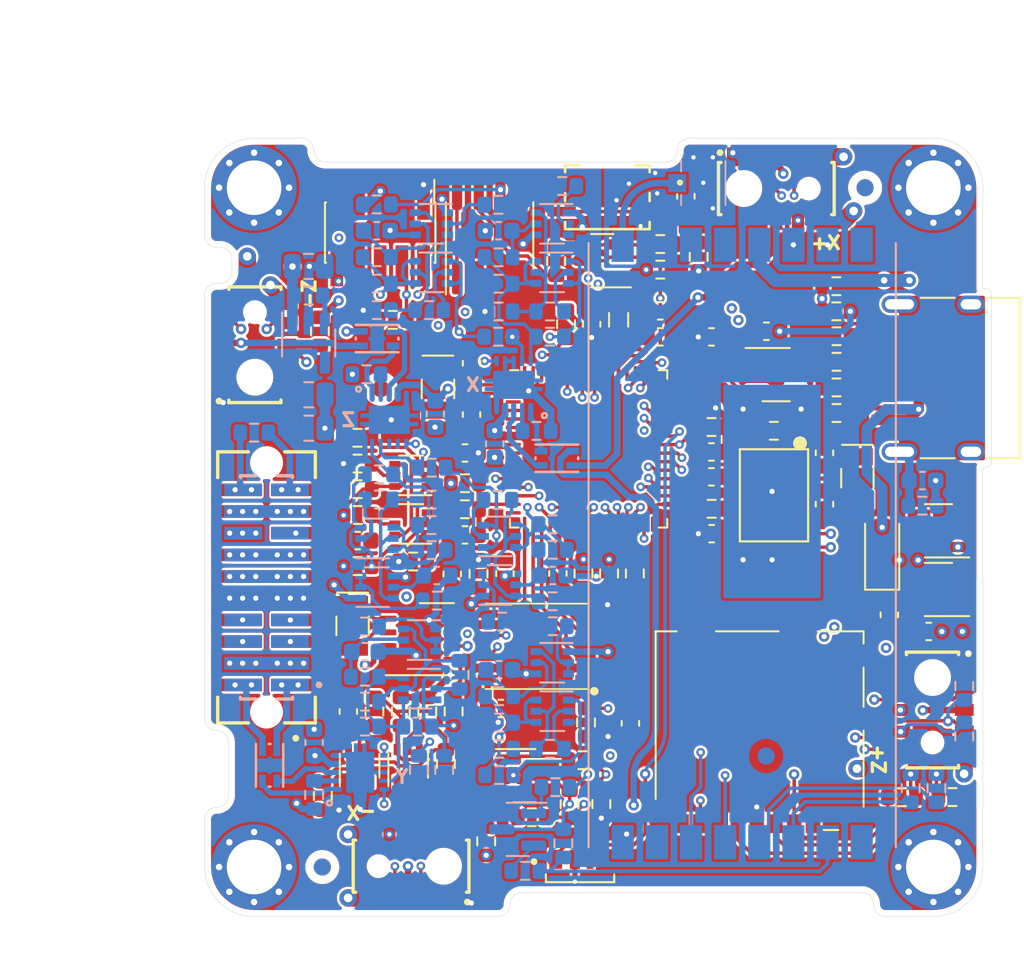
<source format=kicad_pcb>
(kicad_pcb (version 20221018) (generator pcbnew)
  (layers (0 "F.Cu" power "Top") (1 "In1.Cu" mixed) (2 "In2.Cu" mixed) (31 "B.Cu" power "Bottom") (34 "B.Paste" user) (35 "F.Paste" user) (36 "B.SilkS" user "B.Silkscreen") (37 "F.SilkS" user "F.Silkscreen") (38 "B.Mask" user) (39 "F.Mask" user) (44 "Edge.Cuts" user))
  (net 0 "")
  (net 1 "GND")
  (net 2 "MISO")
  (net 3 "SCK")
  (net 4 "MOSI")
  (net 5 "Net-(U1-PA00)")
  (net 6 "+3V3")
  (net 7 "~{RESET}")
  (net 8 "WDT_WDI")
  (net 9 "BATT_P")
  (net 10 "SDA2")
  (net 11 "SDA1")
  (net 12 "SCL2")
  (net 13 "SCL1")
  (net 14 "BURN2")
  (net 15 "BURN1")
  (net 16 "M_FAULT")
  (net 17 "COIL1_P")
  (net 18 "COIL2_N")
  (net 19 "COIL3_P")
  (net 20 "COIL4_N")
  (net 21 "COIL5_P")
  (net 22 "COIL6_N")
  (net 23 "/BATTERY")
  (net 24 "Net-(U1-PA01)")
  (net 25 "Net-(U1-VDDCORE)")
  (net 26 "Net-(U11-VDD)")
  (net 27 "Net-(J4-SHIELD)")
  (net 28 "Net-(Q1B-G1)")
  (net 29 "Net-(Q3B-G1)")
  (net 30 "Net-(Q5B-G1)")
  (net 31 "Net-(Q7B-G1)")
  (net 32 "SCL3")
  (net 33 "SDA3")
  (net 34 "SWCLK")
  (net 35 "SWDIO")
  (net 36 "USB_D-")
  (net 37 "USB_D+")
  (net 38 "RF_RST")
  (net 39 "RF_IO1")
  (net 40 "FLASH_SCK")
  (net 41 "FLASH_IO3")
  (net 42 "FLASH_IO2")
  (net 43 "FLASH_MISO")
  (net 44 "FLASH_MOSI")
  (net 45 "RF_CS")
  (net 46 "Net-(Q9B-G1)")
  (net 47 "Net-(Q11B-G1)")
  (net 48 "Net-(Q13B-G1)")
  (net 49 "Net-(Q15B-G1)")
  (net 50 "HI_POW")
  (net 51 "Net-(U7-OUT1)")
  (net 52 "Net-(U7-OUT2)")
  (net 53 "Net-(U8-OUT1)")
  (net 54 "Net-(U8-OUT2)")
  (net 55 "Net-(U9-OUT1)")
  (net 56 "Net-(U9-OUT2)")
  (net 61 "Net-(J2-ANT)")
  (net 63 "RF_IO0")
  (net 64 "PAYLOAD_EN")
  (net 65 "CAM_CS")
  (net 66 "SD_CS")
  (net 67 "COIL4_P")
  (net 68 "COIL3_N")
  (net 69 "COIL2_P")
  (net 70 "COIL1_N")
  (net 72 "Net-(J4-CC1)")
  (net 74 "SCL_M1")
  (net 75 "Net-(J4-CC2)")
  (net 77 "Net-(U1-VSW)")
  (net 78 "SDA_M1")
  (net 79 "Net-(Q1A-G2)")
  (net 80 "Net-(Q1A-D1)")
  (net 81 "SCL_M2")
  (net 82 "Net-(Q2A-B1)")
  (net 83 "Net-(Q3A-G2)")
  (net 84 "SCL_M3")
  (net 85 "Net-(Q3A-D1)")
  (net 86 "Net-(Q4A-B1)")
  (net 87 "SDA_M2")
  (net 88 "Net-(Q5A-G2)")
  (net 89 "Net-(Q5A-D1)")
  (net 90 "SDA_M3")
  (net 91 "Net-(Q6A-B1)")
  (net 92 "Net-(Q7A-G2)")
  (net 93 "Net-(Q7A-D1)")
  (net 94 "Net-(Q8A-B1)")
  (net 95 "Net-(Q9A-G2)")
  (net 96 "Net-(Q10B-B2)")
  (net 97 "Net-(Q10A-B1)")
  (net 98 "Net-(Q11A-G2)")
  (net 99 "Net-(Q11A-D1)")
  (net 100 "Net-(Q12A-B1)")
  (net 101 "Net-(Q13A-G2)")
  (net 102 "RF_MISO")
  (net 103 "Net-(Q13A-D1)")
  (net 104 "Net-(Q14A-B1)")
  (net 105 "RF_SCK")
  (net 106 "RF_MOSI")
  (net 107 "Net-(Q15A-G2)")
  (net 108 "Net-(Q15A-D1)")
  (net 109 "Net-(Q16A-B1)")
  (net 110 "Net-(Q17-B)")
  (net 111 "Net-(Q17-E)")
  (net 112 "Net-(U2-~{RESET})")
  (net 113 "DBus+")
  (net 114 "DBus-")
  (net 115 "/DN")
  (net 116 "/DP")
  (net 117 "Net-(U3-EN)")
  (net 118 "COIL5_N")
  (net 119 "COIL6_P")
  (net 120 "BATT_P_SW")
  (net 121 "BATT_N_SW")
  (net 122 "Net-(U7-ISENSE)")
  (net 123 "Net-(U8-ISENSE)")
  (net 124 "Net-(U9-ISENSE)")
  (net 128 "VUSB")
  (net 129 "VUSB_IN")
  (net 134 "SD_MISO")
  (net 135 "SD_SCK")
  (net 136 "SD_MOSI")
  (net 137 "IMU_RST")
  (net 139 "Net-(U2-~{MR})")
  (net 142 "SCL_RTC")
  (net 143 "SDA_RTC")
  (net 144 "FLASH_CS")
  (net 145 "UART0_TX")
  (net 146 "UART0_RX")
  (net 152 "Net-(U11-OSCI)")
  (net 153 "Net-(U11-OSCO)")
  (net 155 "WDT_EN")
  (net 156 "Net-(Q20-G)")
  (net 160 "Net-(Q19-S)")
  (net 161 "/ADPT_STAT")
  (net 162 "Net-(U12-CAP)")
  (net 163 "Net-(U12-XIN32)")
  (net 164 "Net-(U12-CLKSEL1{slash}XOUT32)")
  (net 165 "Net-(Q18-B)")
  (net 166 "Net-(Q18-E)")
  (net 167 "Net-(U12-BOOTN)")
  (net 168 "IMU_INT")
  (net 171 "/NEOPIXEL")
  (net 186 "UART1_TX")
  (net 187 "UART1_RX")
  (footprint "Resistor_SMD:R_0603_1608Metric" (layer "F.Cu") (at 126.82 82.9 180)
    (fp_text reference "R88" hide)
    (fp_text value "1K")
  )
  (footprint "Package_TO_SOT_SMD:SOT-23-6" (layer "F.Cu") (at 126 70.74 180)
    (fp_text reference "Q20" hide)
    (fp_text value "SQ3495EV-T1")
  )
  (footprint "Resistor_SMD:R_0603_1608Metric" (layer "F.Cu") (at 99.05 69.82 90)
    (fp_text reference "R15" hide)
    (fp_text value "1K")
  )
  (footprint "Resistor_SMD:R_0603_1608Metric" (layer "F.Cu") (at 95.22 69.1)
    (fp_text reference "R36" hide)
    (fp_text value "100K")
  )
  (footprint "Package_TO_SOT_SMD:SOT-363_SC-70-6" (layer "F.Cu") (at 94.93 81.064 90)
    (fp_text reference "Q4" hide)
    (fp_text value "MBT2222ADW1T1")
  )
  (footprint "Package_SON:HVSON-8-1EP_4x4mm_P0.8mm_EP2.2x3.1mm" (layer "F.Cu") (at 95.615 73.65)
    (fp_text reference "U11" hide)
    (fp_text value "PCF8523TK")
  )
  (footprint "Resistor_SMD:R_0603_1608Metric" (layer "F.Cu") (at 112.71 66.01 180)
    (fp_text reference "R91" hide)
    (fp_text value "10K")
  )
  (footprint "Capacitor_SMD:C_0603_1608Metric" (layer "F.Cu") (at 91.9718 67.8744 180)
    (fp_text reference "C28" hide)
    (fp_text value "10nF")
  )
  (footprint "Capacitor_SMD:C_0603_1608Metric" (layer "F.Cu") (at 109.7 55.9392 180)
    (fp_text reference "C8" hide)
    (fp_text value "10uF")
  )
  (footprint "mainboard:SAMTEC_CLP-105-02-X-DH-A" (layer "F.Cu") (at 125.65 77.8 90)
    (fp_text reference "J7" hide)
    (fp_text value "CLP-105-02-X-DH-A" hide)
  )
  (footprint "Resistor_SMD:R_0603_1608Metric" (layer "F.Cu") (at 94.03 54.94 180)
    (fp_text reference "R12" hide)
    (fp_text value "1K")
  )
  (footprint "Connector_PinHeader_1.27mm:PinHeader_2x05_P1.27mm_Vertical_SMD" (layer "F.Cu") (at 93.29 49.83 -90)
    (fp_text reference "J1" hide)
    (fp_text value "Conn 02x05 1.27mm")
  )
  (footprint "Resistor_SMD:R_0603_1608Metric" (layer "F.Cu") (at 116.3575 61.44)
    (fp_text reference "R18" hide)
    (fp_text value "10K")
  )
  (footprint "Capacitor_SMD:C_0603_1608Metric" (layer "F.Cu") (at 112.71 67.47)
    (fp_text reference "C5" hide)
    (fp_text value "0.1uF")
  )
  (footprint "Resistor_SMD:R_0603_1608Metric" (layer "F.Cu") (at 98.2568 64.5136 180)
    (fp_text reference "R1" hide)
    (fp_text value "100K")
  )
  (footprint "Package_TO_SOT_SMD:SOT-23-6" (layer "F.Cu") (at 116.4925 58.15)
    (fp_text reference "U10" hide)
    (fp_text value "USBLC6-2SC6")
  )
  (footprint "Resistor_SMD:R_0603_1608Metric" (layer "F.Cu") (at 99.5 85.49 -90)
    (fp_text reference "R32" hide)
    (fp_text value "0R")
  )
  (footprint "Resistor_SMD:R_0603_1608Metric" (layer "F.Cu") (at 91.96 61.85 180)
    (fp_text reference "R35" hide)
    (fp_text value "680R")
  )
  (footprint "Resistor_SMD:R_0603_1608Metric" (layer "F.Cu") (at 111.95 51.25 -90)
    (fp_text reference "R11" hide)
    (fp_text value "100K")
  )
  (footprint "mainboard:SK6812-SIDE" (layer "F.Cu") (at 105 87.135)
    (fp_text reference "D1" hide)
    (fp_text value "SK6812-SIDE")
  )
  (footprint "Resistor_SMD:R_0603_1608Metric" (layer "F.Cu") (at 120.025 58.9 180)
    (fp_text reference "R29" hide)
    (fp_text value "22R")
  )
  (footprint "Capacitor_SMD:C_0603_1608Metric" (layer "F.Cu") (at 112.7 55.94)
    (fp_text reference "C4" hide)
    (fp_text value "0.1uF")
  )
  (footprint "mainboard:BNO085" (layer "F.Cu") (at 116.36265 65.22 -90)
    (fp_text reference "U12" hide)
    (fp_text value "BNO085")
  )
  (footprint "Capacitor_SMD:C_0603_1608Metric" (layer "F.Cu") (at 107.95 78.58 -90)
    (fp_text reference "C22" hide)
    (fp_text value "1uF")
  )
  (footprint "Connector_USB:USB_C_Receptacle_HRO_TYPE-C-31-M-12" (layer "F.Cu") (at 126.85 58.35 90)
    (fp_text reference "J4" hide)
    (fp_text value "USB_C_Receptacle_USB2.0")
  )
  (footprint "Resistor_SMD:R_0603_1608Metric" (layer "F.Cu") (at 108.21 69.8 90)
    (fp_text reference "R9" hide)
    (fp_text value "10K")
  )
  (footprint "mainboard:microSD_104031-0811" (layer "F.Cu") (at 115.54 79.01 180)
    (fp_text reference "J3" hide)
    (fp_text value "Micro_SD_Card")
  )
  (footprint "Resistor_SMD:R_0603_1608Metric" (layer "F.Cu") (at 91.9668 63.3622)
    (fp_text reference "R37" hide)
    (fp_text value "10K")
  )
  (footprint "Resistor_SMD:R_0603_1608Metric" (layer "F.Cu") (at 120.025 55.9 180)
    (fp_text reference "R25" hide)
    (fp_text value "5.1K")
  )
  (footprint "Resistor_SMD:R_0603_1608Metric" (layer "F.Cu") (at 97.14 80.96 90)
    (fp_text reference "R40" hide)
    (fp_text value "680R")
  )
  (footprint "Resistor_SMD:R_0603_1608Metric" (layer "F.Cu") (at 91.97 69.37)
    (fp_text reference "R33" hide)
    (fp_text value "DNI (0R)")
  )
  (footprint "Resistor_SMD:R_0603_1608Metric" (layer "F.Cu") (at 96.0476 77.888 -90)
    (fp_text reference "R42" hide)
    (fp_text value "10K")
  )
  (footprint "Resistor_SMD:R_0603_1608Metric" (layer "F.Cu") (at 104.18 55.2 90)
    (fp_text reference "R17" hide)
    (fp_text value "10K")
  )
  (footprint "Capacitor_SMD:C_0603_1608Metric" (layer "F.Cu") (at 100.6 69.81 90)
    (fp_text reference "C17" hide)
    (fp_text value "10uF")
  )
  (footprint "Resistor_SMD:R_0603_1608Metric" (layer "F.Cu") (at 123.86 82.91)
    (fp_text reference "R89" hide)
    (fp_text value "1K")
  )
  (footprint "mainboard:SAMTEC_CLP-105-02-X-DH-A" (layer "F.Cu") (at 116.5 47.25 180)
    (fp_text reference "J9" hide)
    (fp_text value "CLP-105-02-X-DH-A" hide)
  )
  (footprint "Capacitor_SMD:C_0603_1608Metric" (layer "F.Cu") (at 109.7 54.4152)
    (fp_text reference "C9" hide)
    (fp_text value "1uF")
  )
  (footprint "custom-footprints:pycubed_mini_half" (layer "F.Cu") (at 115.5 70.1)
    (fp_text reference "Ref**" hide)
    (fp_text value "Val**" hide)
  )
  (footprint "mainboard:SMT_1045822_WRE" (layer "F.Cu") (at 106.6 47.7488)
    (fp_text reference "SW1" hide)
    (fp_text value "434331045822")
  )
  (footprint "Resistor_SMD:R_0603_1608Metric" (layer "F.Cu") (at 94.4982 77.889 -90)
    (fp_text reference "R43" hide)
    (fp_text value "10K")
  )
  (footprint "Capacitor_SMD:C_0603_1608Metric" (layer "F.Cu") (at 112.7 62.68 180)
    (fp_text reference "C21" hide)
    (fp_text value "0.1uF")
  )
  (footprint "Fiducial:Fiducial_1mm_Mask2mm" (layer "F.Cu") (at 89.9 87)
    (fp_text reference "REF**" hide)
    (fp_text value "Fiducial_1mm_Mask2mm")
  )
  (footprint "Package_TO_SOT_SMD:SOT-23" (layer "F.Cu") (at 101.7375 81.65)
    (fp_text reference "Q18" hide)
    (fp_text value "MMBT2907")
  )
  (footprint "Capacitor_SMD:C_0603_1608Metric" (layer "F.Cu") (at 98.6425 60.4875 -90)
    (fp_text reference "C7" hide)
    (fp_text value "4pF")
  )
  (footprint "Capacitor_SMD:C_0603_1608Metric" (layer "F.Cu") (at 112.7 64.14 180)
    (fp_text reference "C36" hide)
    (fp_text value "0.1uF")
  )
  (footprint "Capacitor_SMD:C_0603_1608Metric" (layer "F.Cu") (at 98.2568 62.74 180)
    (fp_text reference "C2" hide)
    (fp_text value "0.1uF")
  )
  (footprint "Package_TO_SOT_SMD:SOT-363_SC-70-6" (layer "F.Cu") (at 95.0968 64.0522 180)
    (fp_text reference "Q2" hide)
    (fp_text value "MBT2222ADW1T1")
  )
  (footprint "Inductor_SMD:L_0805_2012Metric" (layer "F.Cu") (at 107.26 54.9375 -90)
    (fp_text reference "L1" hide)
    (fp_text value "10uH")
  )
  (footprint "mainboard:SAMTEC_TFM-110-12-X-D-A" (layer "F.Cu") (at 86.63 70.615 90)
    (fp_text reference "J6" hide)
    (fp_text value "TFM-110-12-X-D-A")
  )
  (footprint "Capacitor_SMD:C_0603_1608Metric" (layer "F.Cu") (at 103.7 69.8 -90)
    (fp_text reference "C1" hide)
    (fp_text value "0.1uF")
  )
  (footprint "Resistor_SMD:R_0603_1608Metric" (layer "F.Cu") (at 109.7 52)
    (fp_text reference "R93" hide)
    (fp_text value "200K")
  )
  (footprint "Resistor_SMD:R_0603_1608Metric" (layer "F.Cu") (at 104.39 83.32 90)
    (fp_text reference "R90" hide)
    (fp_text value "DNI (0R)")
  )
  (footprint "Resistor_SMD:R_0603_1608Metric" (layer "F.Cu") (at 120.015 52.97)
    (fp_text reference "R27" hide)
    (fp_text value "100K")
  )
  (footprint "Capacitor_SMD:C_0603_1608Metric" (layer "F.Cu") (at 111.2 47.7 90)
    (fp_text reference "C11" hide)
    (fp_text value "1uF")
  )
  (footprint "Capacitor_SMD:C_0603_1608Metric" (layer "F.Cu") (at 123.12 72.2225 -90)
    (fp_text reference "C12" hide)
    (fp_text value "1uF")
  )
  (footprint "Package_SO:SOIC-8_3.9x4.9mm_P1.27mm" (layer "F.Cu") (at 99.7 50 90)
    (fp_text reference "U2" hide)
    (fp_text value "MAX706RESA+")
  )
  (footprint "Package_TO_SOT_SMD:SOT-363_SC-70-6" (layer "F.Cu") (at 92.0852 81.064 90)
    (fp_text reference "Q3" hide)
    (fp_text value "NX3008NBKS")
  )
  (footprint "Resistor_SMD:R_0603_1608Metric" (layer "F.Cu") (at 105.14 80.74)
    (fp_text reference "R87" hide)
    (fp_text value "4.7K")
  )
  (footprint "Resistor_SMD:R_0603_1608Metric" (layer "F.Cu") (at 106.7 69.8 -90)
    (fp_text reference "R8" hide)
    (fp_text value "10K")
  )
  (footprint "Resistor_SMD:R_0603_1608Metric" (layer "F.Cu") (at 89.76 55.62 90)
    (fp_text reference "R31" hide)
    (fp_text value "0R")
  )
  (footprint "mainboard:SAMTEC_CLP-105-02-X-DH-A" (layer "F.Cu") (at 85.95 56.4 -90)
    (fp_text reference "J8" hide)
    (fp_text value "CLP-105-02-X-DH-A" hide)
  )
  (footprint "mainboard:MountingHole" (layer "F.Cu") (at 125.700465 87.000155)
    (fp_text reference "H2" hide)
    (fp_text value "MountingHole_Pad")
  )
  (footprint "Resistor_SMD:R_0603_1608Metric" (layer "F.Cu") (at 112.7 61.22)
    (fp_text reference "R94" hide)
    (fp_text value "10K")
  )
  (footprint "Capacitor_SMD:C_0603_1608Metric" (layer "F.Cu") (at 98.6425 57.4875 -90)
    (fp_text reference "C6" hide)
    (fp_text value "4pF")
  )
  (footprint "Resistor_SMD:R_0603_1608Metric" (layer "F.Cu") (at 120.015 54.44 180)
    (fp_text reference "R26" hide)
    (fp_text value "0R")
  )
  (footprint "Resistor_SMD:R_0603_1608Metric" (layer "F.Cu") (at 102.175 84.08)
    (fp_text reference "R86" hide)
    (fp_text value "0R")
  )
  (footprint "mainboard:MountingHole" (layer "F.Cu") (at 85.900445 87.000155)
    (fp_text reference "H3" hide)
    (fp_text value "MountingHole_Pad")
  )
  (footprint "Resistor_SMD:R_0603_1608Metric" (layer "F.Cu") (at 106.2482 83.312 90)
    (fp_text reference "R19" hide)
    (fp_text value "10K")
  )
  (footprint "Package_TO_SOT_SMD:SOT-363_SC-70-6" (layer "F.Cu") (at 95.0968 66.897 180)
    (fp_text reference "Q1" hide)
    (fp_text value "NX3008NBKS")
  )
  (footprint "Resistor_SMD:R_0603_1608Metric" (layer "F.Cu") (at 105.2 69.8 -90)
    (fp_text reference "R7" hide)
    (fp_text value "10K")
  )
  (footprint "Capacitor_SMD:C_0603_1608Metric" (layer "F.Cu") (at 98.2568 67.54 180)
    (fp_text reference "C10" hide)
    (fp_text value "0.1uF")
  )
  (footprint "Resistor_SMD:R_0603_1608Metric" (layer "F.Cu") (at 103.6 51.5 -90)
    (fp_text reference "R13" hide)
    (fp_text value "0R")
  )
  (footprint "Fiducial:Fiducial_1mm_Mask2mm" (layer "F.Cu") (at 93.325 58.975)
    (fp_text reference "REF**" hide)
    (fp_text value "Fiducial_1mm_Mask2mm")
  )
  (footprint "Package_TO_SOT_SMD:SOT-23" (layer "F.Cu") (at 106.3 51.475 180)
    (fp_text reference "Q19" hide)
    (fp_text value "IRLML2803")
  )
  (footprint "Resistor_SMD:R_0603_1608Metric" (layer "F.Cu") (at 97.593 77.8852 -90)
    (fp_text reference "R34" hide)
    (fp_text value "DNI (0R)")
  )
  (footprint "Package_DFN_QFN:QFN-64-1EP_9x9mm_P0.5mm_EP4.7x4.7mm" (layer "F.Cu") (at 105.5 62.5)
    (fp_text reference "U1" hide)
    (fp_text value "ATSAMD51J19A-M")
  )
  (footprint "Resistor_SMD:R_0603_1608Metric" (layer "F.Cu") (at 120.025 57.4)
    (fp_text reference "R28" hide)
    (fp_text value "22R")
  )
  (footprint "Crystal:Crystal_SMD_MicroCrystal_CC7V-T1A-2Pin_3.2x1.5mm" (layer "F.Cu") (at 91.675 72.87 -90)
    (fp_text reference "Y2" hide)
    (fp_text value "32.768kHz/7pF")
  )
  (footprint "Capacitor_SMD:C_0603_1608Metric" (layer "F.Cu") (at 100.2 54.45)
    (fp_text reference "C13" hide)
    (fp_text value "0.1uF")
  )
  (footprint "Resistor_SMD:R_0603_1608Metric" (layer "F.Cu") (at 120.025 60.4 180)
    (fp_text reference "R24" hide)
    (fp_text value "5.1K")
  )
  (footprint "Crystal:Crystal_SMD_MicroCrystal_CC7V-T1A-2Pin_3.2x1.5mm" (layer "F.Cu") (at 121.25 64.215 -90)
    (fp_text reference "Y3" hide)
    (fp_text value "32.768kHz/12.5pF")
  )
  (footprint "mainboard:SAMTEC_CLP-105-02-X-DH-A" (layer "F.Cu") (at 95.1 86.95)
    (fp_text reference "J10" hide)
    (fp_text value "CLP-105-02-X-DH-A" hide)
  )
  (footprint "Resistor_SMD:R_0603_1608Metric" (layer "F.Cu") (at 89.93 82.84 90)
    (fp_text reference "R41" hide)
    (fp_text value "100K")
  )
  (footprint "Capacitor_SMD:C_0603_1608Metric" (layer "F.Cu") (at 115.92 55.61)
    (fp_text reference "C27" hide)
    (fp_text value "0.1uF")
  )
  (footprint "Capacitor_SMD:C_0603_1608Metric" (layer "F.Cu") (at 91.4248 77.889 90)
    (fp_text reference "C29" hide)
    (fp_text value "10nF")
  )
  (footprint "Capacitor_SMD:C_0603_1608Metric" (layer "F.Cu") (at 119.32 65.74 -90)
    (fp_text reference "C38" hide)
    (fp_text value "22pF")
  )
  (footprint "Capacitor_SMD:C_0603_1608Metric" (layer "F.Cu") (at 97.51 69.83 -90)
    (fp_text reference "C18" hide)
    (fp_text value "10uF")
  )
  (footprint "Fiducial:Fiducial_1mm_Mask2mm" (layer "F.Cu") (at 121.7 47.2)
    (fp_text reference "REF**" hide)
    (fp_text value "Fiducial_1mm_Mask2mm")
  )
  (footprint "mainboard:MountingHole" (layer "F.Cu") (at 85.900445 47.199786)
    (fp_text reference "H4" hide)
    (fp_text value "MountingHole_Pad")
  )
  (footprint "Capacitor_SMD:C_0603_1608Metric" (layer "F.Cu") (at 105.68 55.2 90)
    (fp_text reference "C3" hide)
    (fp_text value "0.1uF")
  )
  (footprint "Diode_SMD:D_SOD-123F" (layer "F.Cu") (at 122.7 68.54 90)
    (fp_text reference "D2" hide)
    (fp_text value "MBR1020VL-AU_R1")
  )
  (footprint "Resistor_SMD:R_0603_1608Metric" (layer "F.Cu") (at 98.2568 66.0376)
    (fp_text reference "R2" hide)
    (fp_text value "100K")
  )
  (footprint "Resistor_SMD:R_0603_1608Metric" (layer "F.Cu") (at 109.7 50.5 180)
    (fp_text reference "R92" hide)
    (fp_text value "DNI (0R)")
  )
  (footprint "Capacitor_SMD:C_0603_1608Metric" (layer "F.Cu") (at 125.425 73.2 180)
    (fp_text reference "C20" hide)
    (fp_text value "1uF")
  )
  (footprint "mainboard:MountingHole" (layer "F.Cu") (at 125.700465 47.199786)
    (fp_text reference "H1" hide)
    (fp_text value "MountingHole_Pad")
  )
  (footprint "Resistor_SMD:R_0603_1608Metric" (layer "F.Cu") (at 91.9668 64.8608)
    (fp_text reference "R38" hide)
    (fp_text value "10K")
  )
  (footprint "mainboard:MR25H40DF" (layer "F.Cu") (at 102.46 74.07 180)
    (fp_text reference "U4" hide)
    (fp_text value "MR25H40")
  )
  (footprint "Capacitor_SMD:C_0603_1608Metric" (layer "F.Cu") (at 119.32 62.735 -90)
    (fp_text reference "C37" hide)
    (fp_text value "22pF")
  )
  (footprint "Resistor_SMD:R_0603_1608Metric" (layer "F.Cu") (at 91.9718 66.3758)
    (fp_text reference "R39" hide)
    (fp_text value "200K")
  )
  (footprint "Package_TO_SOT_SMD:TSOT-23-6" (layer "F.Cu") (at 126 67.3 180)
    (fp_text reference "U5" hide)
    (fp_text value "LTC4412xS6")
  )
  (footprint "Resistor_SMD:R_0603_1608Metric" (layer "F.Cu") (at 92.9488 77.888 -90)
    (fp_text reference "R44" hide)
    (fp_text value "200K")
  )
  (footprint "Crystal:Crystal_SMD_MicroCrystal_CC7V-T1A-2Pin_3.2x1.5mm" (layer "F.Cu") (at 96.6757 58.9875 -90)
    (fp_text reference "Y1" hide)
    (fp_text value "32.768kHz/7pF")
  )
  (footprint "Resistor_SMD:R_0603_1608Metric" (layer "F.Cu") (at 105.35 78.53 90)
    (fp_text reference "R16" hide)
    (fp_text value "10K")
  )
  (footprint "Capacitor_SMD:C_0603_1608Metric" (layer "F.Cu") (at 100.36 77.71)
    (fp_text reference "C19" hide)
    (fp_text value "0.1uF")
  )
  (footprint "Resistor_SMD:R_0603_1608Metric" (layer "B.Cu") (at 103.2388 80.0736 180)
    (fp_text reference "R71" hide)
    (fp_text value "680R")
  )
  (footprint "mainboard:VSON-10" (layer "B.Cu") (at 93.82 60.8 -90)
    (fp_text reference "U8" hide)
    (fp_text value "DRV8830DRC")
  )
  (footprint "mainboard:RFM98PW" (layer "B.Cu") (at 115 68.145 90)
    (fp_text reference "U6" hide)
    (fp_text value "RFM98PW")
  )
  (footprint "Resistor_SMD:R_0603_1608Metric" (layer "B.Cu") (at 125.88 82.38 90)
    (fp_text reference "R83" hide)
    (fp_text value "1K")
  )
  (footprint "Capacitor_SMD:C_0603_1608Metric" (layer "B.Cu") (at 93.0894 49.7202)
    (fp_text reference "C31" hide)
    (fp_text value "10nF")
  )
  (footprint "Package_TO_SOT_SMD:SOT-23" (layer "B.Cu") (at 101.345 84.795 180)
    (fp_text reference "Q17" hide)
    (fp_text value "MMBT2907")
  )
  (footprint "Resistor_SMD:R_0603_1608Metric" (layer "B.Cu") (at 97.94 75.74 90)
    (fp_text reference "R76" hide)
    (fp_text value "680R")
  )
  (footprint "Resistor_SMD:R_0603_1608Metric" (layer "B.Cu") (at 96.3 68.43)
    (fp_text reference "R63" hide)
    (fp_text value "200K")
  )
  (footprint "Resistor_SMD:R_0603_1608Metric" (layer "B.Cu") (at 95.48 78.77)
    (fp_text reference "R70" hide)
    (fp_text value "DNI (0R)")
  )
  (footprint "Resistor_SMD:R_0603_1608Metric" (layer "B.Cu") (at 100.17 65.49)
    (fp_text reference "R64" hide)
    (fp_text value "680R")
  )
  (footprint "Fiducial:Fiducial_1mm_Mask2mm" (layer "B.Cu") (at 89.9 87 180)
    (fp_text reference "REF**" hide)
    (fp_text value "Fiducial_1mm_Mask2mm")
  )
  (footprint "Package_TO_SOT_SMD:SOT-363_SC-70-6" (layer "B.Cu") (at 96.2908 52.1586 180)
    (fp_text reference "Q8" hide)
    (fp_text value "MBT2222ADW1T1")
  )
  (footprint "mainboard:SAMTEC_SFC-110-T2-X-D-A" (layer "B.Cu") (at 86.63 70.615 -90)
    (fp_text reference "J5" hide)
    (fp_text value "SFC-110-T2-X-D-A")
  )
  (footprint "Capacitor_SMD:C_0603_1608Metric" (layer "B.Cu") (at 100.225 49.7202 180)
    (fp_text reference "C30" hide)
    (fp_text value "10nF")
  )
  (footprint "Resistor_SMD:R_0603_1608Metric" (layer "B.Cu") (at 92.485 58.13)
    (fp_text reference "R21" hide)
    (fp_text value "0R")
  )
  (footprint "Package_TO_SOT_SMD:SOT-363_SC-70-6" (layer "B.Cu") (at 95.6 76.55 180)
    (fp_text reference "Q16" hide)
    (fp_text value "MBT2222ADW1T1")
  )
  (footprint "Resistor_SMD:R_0603_1608Metric" (layer "B.Cu") (at 85.91 61.55 180)
    (fp_text reference "R30" hide)
    (fp_text value "0R")
  )
  (footprint "Package_TO_SOT_SMD:SOT-363_SC-70-6" (layer "B.Cu") (at 103.37 77.87 180)
    (fp_text reference "Q14" hide)
    (fp_text value "MBT2222ADW1T1")
  )
  (footprint "Resistor_SMD:R_0603_1608Metric" (layer "B.Cu") (at 103.24 54.45 180)
    (fp_text reference "R47" hide)
    (fp_text value "680R")
  )
  (footprint "Capacitor_SMD:C_0603_1608Metric" (layer "B.Cu") (at 89.42 79.7 90)
    (fp_text reference "C25" hide)
    (fp_text value "0.1uF")
  )
  (footprint "Resistor_SMD:R_0603_1608Metric" (layer "B.Cu") (at 103.4 71.43 180)
    (fp_text reference "R66" hide)
    (fp_text value "10K")
  )
  (footprint "Resistor_SMD:R_0603_1608Metric" (layer "B.Cu") (at 92.4 72.91)
    (fp_text reference "R77" hide)
    (fp_text value "100K")
  )
  (footprint "Resistor_SMD:R_0603_1608Metric" (layer "B.Cu") (at 97.04 81.31 -90)
    (fp_text reference "R5" hide)
    (fp_text value "10K")
  )
  (footprint "Resistor_SMD:R_0603_1608Metric" (layer "B.Cu") (at 127.51 79.35 -90)
    (fp_text reference "R3" hide)
    (fp_text value "10K")
  )
  (footprint "Resistor_SMD:R_0603_1608Metric" (layer "B.Cu") (at 95.56 81.31 -90)
    (fp_text reference "R6" hide)
    (fp_text value "10K")
  )
  (footprint "Package_TO_SOT_SMD:SOT-363_SC-70-6" (layer "B.Cu") (at 103.37 75.03 180)
    (fp_text reference "Q13" hide)
    (fp_text value "NX3008NBKS")
  )
  (footprint "Resistor_SMD:R_0603_1608Metric" (layer "B.Cu") (at 127.51 76.39 90)
    (fp_text reference "R4" hide)
    (fp_text value "10K")
  )
  (footprint "Resistor_SMD:R_0603_1608Metric" (layer "B.Cu") (at 104.02 85.615 90)
    (fp_text reference "R85" hide)
    (fp_text value "DNI (0R)")
  )
  (footprint "Package_TO_SOT_SMD:SOT-23-5" (layer "B.Cu") (at 89.1 56.3 -90)
    (fp_text reference "U3" hide)
    (fp_text value "AP2112K-3.3")
  )
  (footprint "Resistor_SMD:R_0603_1608Metric" (layer "B.Cu") (at 103.235 55.93)
    (fp_text reference "R45" hide)
    (fp_text value "DNI (0R)")
  )
  (footprint "Capacitor_SMD:C_0603_1608Metric" (layer "B.Cu") (at 103.4 69.92)
    (fp_text reference "C33" hide)
    (fp_text value "10nF")
  )
  (footprint "Resistor_SMD:R_0603_1608Metric" (layer "B.Cu") (at 125.06 65.83 180)
    (fp_text reference "R23" hide)
    (fp_text value "1M")
  )
  (footprint "Resistor_SMD:R_0603_1608Metric" (layer "B.Cu") (at 103.4 66.916 180)
    (fp_text reference "R67" hide)
    (fp_text value "10K")
  )
  (footprint "Fiducial:Fiducial_1mm_Mask2mm" (layer "B.Cu") (at 115.9 80.5 180)
    (fp_text reference "REF**" hide)
    (fp_text value "Fiducial_1mm_Mask2mm")
  )
  (footprint "Resistor_SMD:R_0603_1608Metric" (layer "B.Cu") (at 93.0894 52.819)
    (fp_text reference "R55" hide)
    (fp_text value "10K")
  )
  (footprint "Resistor_SMD:R_0603_1608Metric" (layer "B.Cu") (at 89.1 53.52)
    (fp_text reference "R14" hide)
    (fp_text value "10K")
  )
  (footprint "Resistor_SMD:R_0603_1608Metric" (layer "B.Cu") (at 93.0894 51.2696)
    (fp_text reference "R56" hide)
    (fp_text value "200K")
  )
  (footprint "Resistor_SMD:R_0603_1608Metric" (layer "B.Cu") (at 101.785 87.225)
    (fp_text reference "R81" hide)
    (fp_text value "0R")
  )
  (footprint "Capacitor_SMD:C_0805_2012Metric" (layer "B.Cu") (at 89.1 61.29)
    (fp_text reference "C15" hide)
    (fp_text value "10uF")
  )
  (footprint "Resistor_SMD:R_0603_1608Metric" (layer "B.Cu") (at 100.21 55.93 180)
    (fp_text reference "R46" hide)
    (fp_text value "DNI (0R)")
  )
  (footprint "Resistor_SMD:R_0603_1608Metric" (layer "B.Cu") (at 100.225 52.825)
    (fp_text reference "R50" hide)
    (fp_text value "10K")
  )
  (footprint "Package_TO_SOT_SMD:SOT-363_SC-70-6" (layer "B.Cu") (at 96.2908 49.3138 180)
    (fp_text reference "Q7" hide)
    (fp_text value "NX3008NBKS")
  )
  (footprint "Resistor_SMD:R_0603_1608Metric" (layer "B.Cu") (at 96.6 71.39 180)
    (fp_text reference "R60" hide)
    (fp_text value "100K")
  )
  (footprint "Resistor_SMD:R_0603_1608Metric" (layer "B.Cu") (at 103.4 72.89)
    (fp_text reference "R72" hide)
    (fp_text value "100K")
  )
  (footprint "Package_TO_SOT_SMD:SOT-363_SC-70-6" (layer "B.Cu") (at 103.36 52.1586 180)
    (fp_text reference "Q6" hide)
    (fp_text value "MBT2222ADW1T1")
  )
  (footprint "Package_TO_SOT_SMD:SOT-363_SC-70-6" (layer "B.Cu") (at 100.2878 67.6272)
    (fp_text reference "Q12" hide)
    (fp_text value "MBT2222ADW1T1")
  )
  (footprint "Resistor_SMD:R_0603_1608Metric" (layer "B.Cu") (at 96.3 63.6)
    (fp_text reference "R58" hide)
    (fp_text value "DNI (0R)")
  )
  (footprint "Capacitor_SMD:C_0805_2012Metric" (layer "B.Cu") (at 89.09 51.81)
    (fp_text reference "C14" hide)
    (fp_text value "10uF")
  )
  (footprint "Package_TO_SOT_SMD:SOT-363_SC-70-6" (layer "B.Cu") (at 93.0996 67.75)
    (fp_text reference "Q10" hide)
    (fp_text value "MBT2222ADW1T1")
  )
  (footprint "Resistor_SMD:R_0603_1608Metric" (layer "B.Cu") (at 100.26 80.0736)
    (fp_text reference "R73" hide)
    (fp_text value "10K")
  )
  (footprint "Capacitor_SMD:C_0603_1608Metric" (layer "B.Cu") (at 100.26 75.4404)
    (fp_text reference "C34" hide)
    (fp_text value "10nF")
  )
  (footprint "mainboard:VSON-10" (layer "B.Cu") (at 101.11 58.75 90)
    (fp_text reference "U7" hide)
    (fp_text value "DRV8830DRC")
  )
  (footprint "Capacitor_SMD:C_0603_1608Metric" (layer "B.Cu") (at 125.06 64.36 180)
    (fp_text reference "C26" hide)
    (fp_text value "4.7nF")
  )
  (footprint "Capacitor_SMD:C_0603_1608Metric" (layer "B.Cu") (at 96.6 69.92)
    (fp_text reference "C32" hide)
    (fp_text value "10nF")
  )
  (footprint "Package_TO_SOT_SMD:SOT-363_SC-70-6" (layer "B.Cu") (at 93.1 70.6)
    (fp_text reference "Q9" hide)
    (fp_text value "NX3008NBKS")
  )
  (footprint "Resistor_SMD:R_0603_1608Metric" (layer "B.Cu") (at 93.22 65.47)
    (fp_text reference "R59" hide)
    (fp_text value "680R")
  )
  (footprint "Resistor_SMD:R_0603_1608Metric" (layer "B.Cu") (at 100.26 78.54)
    (fp_text reference "R74" hide)
    (fp_text value "10K")
  )
  (footprint "Capacitor_SMD:C_0805_2012Metric" (layer "B.Cu") (at 89.1 59.33)
    (fp_text reference "C16" hide)
    (fp_text value "1uF")
  )
  (footprint "Resistor_SMD:R_0603_1608Metric" (layer "B.Cu") (at 96.3 66.9668 180)
    (fp_text reference "R62" hide)
    (fp_text value "10K")
  )
  (footprint "mainboard:VSON-10" (layer "B.Cu") (at 92.12 81.45)
    (fp_text reference "U9" hide)
    (fp_text value "DRV8830DRC")
  )
  (footprint "Resistor_SMD:R_0603_1608Metric" (layer "B.Cu") (at 100.225 54.45)
    (fp_text reference "R49" hide)
    (fp_text value "10K")
  )
  (footprint "Resistor_SMD:R_0603_1608Metric" (layer "B.Cu") (at 93.0904 54.3684)
    (fp_text reference "R54" hide)
    (fp_text value "10K")
  )
  (footprint "Resistor_SMD:R_0603_1608Metric" (layer "B.Cu") (at 96.3 65.475 180)
    (fp_text reference "R61" hide)
    (fp_text value "10K")
  )
  (footprint "Resistor_SMD:R_0603_1608Metric" (layer "B.Cu") (at 92.4 77.31)
    (fp_text reference "R78" hide)
    (fp_text value "10K")
  )
  (footprint "Package_TO_SOT_SMD:SOT-363_SC-70-6" (layer "B.Cu") (at 103.36 49.3138 180)
    (fp_text reference "Q5" hide)
    (fp_text value "NX3008NBKS")
  )
  (footprint "Capacitor_SMD:C_0603_1608Metric" (layer "B.Cu") (at 92.4 74.38)
    (fp_text reference "C35" hide)
    (fp_text value "10nF")
  )
  (footprint "Resistor_SMD:R_0603_1608Metric" (layer "B.Cu") (at 102.45 61.45 180)
    (fp_text reference "R20" hide)
    (fp_text value "0R")
  )
  (footprint "Capacitor_SMD:C_0603_1608Metric" (layer "B.Cu") (at 100 62.2 -90)
    (fp_text reference "C23" hide)
    (fp_text value "0.1uF")
  )
  (footprint "Resistor_SMD:R_0603_1608Metric" (layer "B.Cu") (at 96.1638 54.3684 180)
    (fp_text reference "R52" hide)
    (fp_text value "680R")
  )
  (footprint "Package_TO_SOT_SMD:SOT-363_SC-70-6" (layer "B.Cu") (at 95.6 73.7 180)
    (fp_text reference "Q15" hide)
    (fp_text value "NX3008NBKS")
  )
  (footprint "Package_TO_SOT_SMD:SOT-363_SC-70-6" (layer "B.Cu") (at 100.2878 70.472)
    (fp_text reference "Q11" hide)
    (fp_text value "NX3008NBKS")
  )
  (footprint "mainboard:SRF2012" (layer "B.Cu") (at 103.64 63.05)
    (fp_text reference "FL1" hide)
    (fp_text value "SRF2012")
  )
  (footprint "Resistor_SMD:R_0603_1608Metric" (layer "B.Cu") (at 103.95 47.1)
    (fp_text reference "R48" hide)
    (fp_text value "100K")
  )
  (footprint "Resistor_SMD:R_0603_1608Metric" (layer "B.Cu") (at 92.4 75.85 180)
    (fp_text reference "R80" hide)
    (fp_text value "200K")
  )
  (footprint "Resistor_SMD:R_0603_1608Metric" (layer "B.Cu") (at 100.44 72.62 180)
    (fp_text reference "R65" hide)
    (fp_text value "100K")
  )
  (footprint "Resistor_SMD:R_0603_1608Metric" (layer "B.Cu") (at 124.37 82.38 90)
    (fp_text reference "R84" hide)
    (fp_text value "1K")
  )
  (footprint "mainboard:U.FL-R-SMT-1" (layer "B.Cu") (at 112.22 46.93 90)
    (fp_text reference "J2" hide)
    (fp_text value "U.FL-R-SMT-1" hide)
  )
  (footprint "Resistor_SMD:R_0603_1608Metric" (layer "B.Cu") (at 93.22 63.99 180)
    (fp_text reference "R57" hide)
    (fp_text value "DNI (0R)")
  )
  (footprint "Resistor_SMD:R_0603_1608Metric" (layer "B.Cu") (at 92.4 78.77)
    (fp_text reference "R79" hide)
    (fp_text value "10K")
  )
  (footprint "Resistor_SMD:R_0603_1608Metric" (layer "B.Cu") (at 93.09 48.18)
    (fp_text reference "R10" hide)
    (fp_text value "10K")
  )
  (footprint "mainboard:SRF2012" (layer "B.Cu") (at 93.11 56.04 180)
    (fp_text reference "FL2" hide)
    (fp_text value "SRF2012")
  )
  (footprint "Resistor_SMD:R_0603_1608Metric" (layer "B.Cu") (at 103.4 68.4146 180)
    (fp_text reference "R68" hide)
    (fp_text value "200K")
  )
  (footprint "Resistor_SMD:R_0603_1608Metric" (layer "B.Cu") (at 89.42 82.775 90)
    (fp_text reference "R22" hide)
    (fp_text value "0R")
  )
  (footprint "Capacitor_SMD:C_0603_1608Metric" (layer "B.Cu") (at 96.52 60.452 -90)
    (fp_text reference "C24" hide)
    (fp_text value "0.1uF")
  )
  (footprint "mainboard:SRF2012" (layer "B.Cu") (at 86.81 81.04 90)
    (fp_text reference "FL3" hide)
    (fp_text value "SRF2012")
  )
  (footprint "Resistor_SMD:R_0603_1608Metric" (layer "B.Cu") (at 100.22 48.2 180)
    (fp_text reference "R53" hide)
    (fp_text value "100K")
  )
  (footprint "Resistor_SMD:R_0603_1608Metric" (layer "B.Cu") (at 103.56 82.32)
    (fp_text reference "R82" hide)
    (fp_text value "4.7K")
  )
  (footprint "Resistor_SMD:R_0603_1608Metric" (layer "B.Cu") (at 100.26 76.9898)
    (fp_text reference "R75" hide)
    (fp_text value "200K")
  )
  (footprint "Resistor_SMD:R_0603_1608Metric" (layer "B.Cu") (at 100.225 51.275)
    (fp_text reference "R51" hide)
    (fp_text value "200K")
  )
  (footprint "Resistor_SMD:R_0603_1608Metric" (layer "B.Cu") (at 100.26 81.61)
    (fp_text reference "R69" hide)
    (fp_text value "DNI (0R)")
  )
  (footprint "Fiducial:Fiducial_1mm_Mask2mm" (layer "B.Cu") (at 121.7 47.2 180)
    (fp_text reference "REF**" hide)
    (fp_text value "Fiducial_1mm_Mask2mm")
  )
  (gr_line (start 111.4 44.3) (end 122.3 44.3) (stroke (width 0.0254)) (layer "Edge.Cuts"))
  (gr_line (start 83.7 50.7) (end 83.9 50.7) (stroke (width 0.0254)) (layer "Edge.Cuts"))
  (gr_line (start 84.4 82.799997) (end 84.4 79.700004) (stroke (width 0.0254)) (layer "Edge.Cuts"))
  (gr_line (start 100.2 89.9) (end 89.7 89.9) (stroke (width 0.0254)) (layer "Edge.Cuts"))
  (gr_line (start 89.7 89.9) (end 85.9 89.9) (stroke (width 0.0254)) (layer "Edge.Cuts"))
  (gr_arc (start 121.5 88.5) (mid 121.994975 88.705025) (end 122.2 89.2) (stroke (width 0.0254)) (layer "Edge.Cuts"))
  (gr_arc (start 100.9 89.2) (mid 100.694975 89.694975) (end 100.2 89.9) (stroke (width 0.0254)) (layer "Edge.Cuts"))
  (gr_line (start 83 78.300004) (end 83 53.5) (stroke (width 0.0254)) (layer "Edge.Cuts"))
  (gr_arc (start 88.7 44.3) (mid 89.194975 44.505025) (end 89.4 45) (stroke (width 0.0254)) (layer "Edge.Cuts"))
  (gr_arc (start 129.1 63.2) (mid 128.982843 63.482843) (end 128.7 63.6) (stroke (width 0.0254)) (layer "Edge.Cuts"))
  (gr_line (start 122.3 44.3) (end 125.7 44.3) (stroke (width 0.0254)) (layer "Edge.Cuts"))
  (gr_arc (start 110.7 45) (mid 110.494975 45.494975) (end 110 45.7) (stroke (width 0.0254)) (layer "Edge.Cuts"))
  (gr_line (start 83.7 52.8) (end 83.9 52.8) (stroke (width 0.0254)) (layer "Edge.Cuts"))
  (gr_line (start 128.6 53.1) (end 128.7 53.1) (stroke (width 0.0254)) (layer "Edge.Cuts"))
  (gr_arc (start 83.7 79.000004) (mid 84.194973 79.205029) (end 84.4 79.700004) (stroke (width 0.0254)) (layer "Edge.Cuts"))
  (gr_arc (start 83.7 50.7) (mid 83.205025 50.494975) (end 83 50) (stroke (width 0.0254)) (layer "Edge.Cuts"))
  (gr_arc (start 84.6 52.1) (mid 84.394975 52.594975) (end 83.9 52.8) (stroke (width 0.0254)) (layer "Edge.Cuts"))
  (gr_arc (start 83 47.2) (mid 83.84939 45.14939) (end 85.9 44.3) (stroke (width 0.0254)) (layer "Edge.Cuts"))
  (gr_arc (start 83 53.5) (mid 83.205025 53.005025) (end 83.7 52.8) (stroke (width 0.0254)) (layer "Edge.Cuts"))
  (gr_line (start 83 50) (end 83 47.2) (stroke (width 0.0254)) (layer "Edge.Cuts"))
  (gr_line (start 125.7 89.9) (end 122.9 89.9) (stroke (width 0.0254)) (layer "Edge.Cuts"))
  (gr_arc (start 83 84.199997) (mid 83.205026 83.705024) (end 83.7 83.499997) (stroke (width 0.0254)) (layer "Edge.Cuts"))
  (gr_arc (start 85.9 89.9) (mid 83.84939 89.05061) (end 83 87) (stroke (width 0.0254)) (layer "Edge.Cuts"))
  (gr_line (start 84.6 51.4) (end 84.6 52.1) (stroke (width 0.0254)) (layer "Edge.Cuts"))
  (gr_line (start 128.6 63.6) (end 128.7 63.6) (stroke (width 0.0254)) (layer "Edge.Cuts"))
  (gr_line (start 128.6 83.2) (end 128.6 87) (stroke (width 0.0254)) (layer "Edge.Cuts"))
  (gr_line (start 128.6 47.2) (end 128.6 53.1) (stroke (width 0.0254)) (layer "Edge.Cuts"))
  (gr_line (start 83 87) (end 83 84.199997) (stroke (width 0.0254)) (layer "Edge.Cuts"))
  (gr_arc (start 125.7 44.3) (mid 127.75061 45.14939) (end 128.6 47.2) (stroke (width 0.0254)) (layer "Edge.Cuts"))
  (gr_arc (start 128.6 87) (mid 127.75061 89.05061) (end 125.7 89.9) (stroke (width 0.0254)) (layer "Edge.Cuts"))
  (gr_arc (start 100.9 89.2) (mid 101.105025 88.705025) (end 101.6 88.5) (stroke (width 0.0254)) (layer "Edge.Cuts"))
  (gr_arc (start 110.7 45) (mid 110.905025 44.505025) (end 111.4 44.3) (stroke (width 0.0254)) (layer "Edge.Cuts"))
  (gr_line (start 85.9 44.3) (end 88.7 44.3) (stroke (width 0.0254)) (layer "Edge.Cuts"))
  (gr_arc (start 83.7 79.000004) (mid 83.205024 78.794979) (end 83 78.300004) (stroke (width 0.0254)) (layer "Edge.Cuts"))
  (gr_arc (start 90.1 45.7) (mid 89.605025 45.494975) (end 89.4 45) (stroke (width 0.0254)) (layer "Edge.Cuts"))
  (gr_arc (start 122.9 89.9) (mid 122.405025 89.694975) (end 122.2 89.2) (stroke (width 0.0254)) (layer "Edge.Cuts"))
  (gr_arc (start 83.9 50.7) (mid 84.394975 50.905025) (end 84.6 51.4) (stroke (width 0.0254)) (layer "Edge.Cuts"))
  (gr_line (start 121.5 88.5) (end 101.6 88.5) (stroke (width 0.0254)) (layer "Edge.Cuts"))
  (gr_line (start 128.6 63.6) (end 128.6 83.2) (stroke (width 0.0254)) (layer "Edge.Cuts"))
  (gr_line (start 129.1 63.2) (end 129.1 53.5) (stroke (width 0.0254)) (layer "Edge.Cuts"))
  (gr_arc (start 84.4 82.799997) (mid 84.194976 83.294974) (end 83.7 83.499997) (stroke (width 0.0254)) (layer "Edge.Cuts"))
  (gr_line (start 90.1 45.7) (end 110 45.7) (stroke (width 0.0254)) (layer "Edge.Cuts"))
  (gr_arc (start 128.7 53.1) (mid 128.982843 53.217157) (end 129.1 53.5) (stroke (width 0.0254)) (layer "Edge.Cuts"))
  (gr_text "X" (at 98.72 58.75) (layer "B.SilkS") (effects (font (size 0.762 0.762) (thickness 0.1905)) (justify mirror)))
  (gr_text "Y" (at 94.57 81.71) (layer "B.SilkS") (effects (font (size 0.762 0.762) (thickness 0.1905)) (justify mirror)))
  (gr_text "Z" (at 91.42 60.8) (layer "B.SilkS") (effects (font (size 0.762 0.762) (thickness 0.1905)) (justify mirror)))
  (gr_text "-Z" (at 89.13 53.44 90) (layer "F.SilkS") (effects (font (size 0.762 0.762) (thickness 0.1905))))
  (gr_text "-X" (at 92.19 83.79 180) (layer "F.SilkS") (effects (font (size 0.762 0.762) (thickness 0.1905))))
  (gr_text "+Z" (at 122.47 80.68 -90) (layer "F.SilkS") (effects (font (size 0.762 0.762) (thickness 0.1905))))
  (gr_text "+X" (at 119.4 50.43) (layer "F.SilkS") (effects (font (size 0.762 0.762) (thickness 0.1905))))
  (via (at 107.137654 47.931284) (size 0.508) (drill 0.254) (layers "F.Cu" "B.Cu") (net 1))
  (via (at 107.867097 46.961864) (size 0.508) (drill 0.254) (layers "F.Cu" "B.Cu") (net 1))
  (via (at 96.16 72.53) (size 0.6096) (drill 0.3048) (layers "F.Cu" "B.Cu") (net 1))
  (via (at 96.5 61.225) (size 0.6096) (drill 0.3048) (layers "F.Cu" "B.Cu") (net 1))
  (via (at 93.298059 47.397638) (size 0.6096) (drill 0.3048) (layers "F.Cu" "B.Cu") (net 1))
  (via (at 105.1296 49.500803) (size 0.6096) (drill 0.3048) (layers "F.Cu" "B.Cu") (net 1))
  (via (at 94.77 70.01) (size 0.6096) (drill 0.3048) (layers "F.Cu" "B.Cu") (net 1))
  (via (at 99.45 49.7202) (size 0.6096) (drill 0.3048) (layers "F.Cu" "B.Cu") (net 1))
  (via (at 86 75.06) (size 0.6096) (drill 0.3048) (layers "F.Cu" "B.Cu") (net 1))
  (via (at 111.64 45.42) (size 0.508) (drill 0.254) (layers "F.Cu" "B.Cu") (net 1))
  (via (at 89.14 51.81) (size 0.6096) (drill 0.3048) (layers "F.Cu" "B.Cu") (net 1))
  (via (at 98.63 71.58) (size 0.6096) (drill 0.3048) (layers "F.Cu" "B.Cu") (net 1))
  (via (at 112.22 46.91) (size 0.508) (drill 0.254) (layers "F.Cu" "B.Cu") (net 1))
  (via (at 125.835 64.36) (size 0.6096) (drill 0.3048) (layers "F.Cu" "B.Cu") (net 1))
  (via (at 109.52 47.53) (size 0.508) (drill 0.254) (layers "F.Cu" "B.Cu") (net 1))
  (via (at 84.47 67.44) (size 0.6096) (drill 0.3048) (layers "F.Cu" "B.Cu") (net 1))
  (via (at 93.9383 60.8) (size 0.6096) (drill 0.3048) (layers "F.Cu" "B.Cu") (net 1))
  (via (at 93.87 49.7) (size 0.6096) (drill 0.3048) (layers "F.Cu" "B.Cu") (net 1))
  (via (at 90.5917 70.47) (size 0.6096) (drill 0.3048) (layers "F.Cu" "B.Cu") (net 1))
  (via (at 116.25 64.995) (size 0.6096) (drill 0.3048) (layers "F.Cu" "B.Cu") (net 1))
  (via (at 101.664902 50.49097) (size 0.6096) (drill 0.3048) (layers "F.Cu" "B.Cu") (net 1))
  (via (at 101.990349 59.099651) (size 0.6096) (drill 0.3048) (layers "F.Cu" "B.Cu") (net 1))
  (via (at 84.47 75.06) (size 0.6096) (drill 0.3048) (layers "F.Cu" "B.Cu") (net 1))
  (via (at 88.392 83.2691) (size 0.6096) (drill 0.3048) (layers "F.Cu" "B.Cu") (net 1))
  (via (at 116.25 69) (size 0.6096) (drill 0.3048) (layers "F.Cu" "B.Cu") (net 1))
  (via (at 95.3912 74.6) (size 0.6096) (drill 0.3048) (layers "F.Cu" "B.Cu") (net 1))
  (via (at 89.42 78.925) (size 0.6096) (drill 0.3048) (layers "F.Cu" "B.Cu") (net 1))
  (via (at 112.78 45.42) (size 0.508) (drill 0.254) (layers "F.Cu" "B.Cu") (net 1))
  (via (at 85.23 75.06) (size 0.6096) (drill 0.3048) (layers "F.Cu" "B.Cu") (net 1))
  (via (at 117.95 60.169) (size 0.6096) (drill 0.3048) (layers "F.Cu" "B.Cu") (net 1))
  (via (at 106.64 74.38) (size 0.6096) (drill 0.3048) (layers "F.Cu" "B.Cu") (net 1))
  (via (at 90.05 61.29) (size 0.6096) (drill 0.3048) (layers "F.Cu" "B.Cu") (net 1))
  (via (at 99.99 63) (size 0.6096) (drill 0.3048) (layers "F.Cu" "B.Cu") (net 1))
  (via (at 101.84 75.68) (size 0.6096) (drill 0.3048) (layers "F.Cu" "B.Cu") (net 1))
  (via (at 88.03 75.06) (size 0.6096) (drill 0.3048) (layers "F.Cu" "B.Cu") (net 1))
  (via (at 100.5974 69.9417) (size 0.6096) (drill 0.3048) (layers "F.Cu" "B.Cu") (net 1))
  (via (at 91.66 58.13) (size 0.6096) (drill 0.3048) (layers "F.Cu" "B.Cu") (net 1))
  (via (at 96.907856 47.8717) (size 0.6096) (drill 0.3048) (layers "F.Cu" "B.Cu") (net 1))
  (via (at 114.55 69) (size 0.6096) (drill 0.3048) (layers "F.Cu" "B.Cu") (net 1))
  (via (at 85.23 67.44) (size 0.6096) (drill 0.3048) (layers "F.Cu" "B.Cu") (net 1))
  (via (at 87.26 75.06) (size 0.6096) (drill 0.3048) (layers "F.Cu" "B.Cu") (net 1))
  (via (at 109.399006 46.338706) (size 0.508) (drill 0.254) (layers "F.Cu" "B.Cu") (net 1))
  (via (at 88.8 75.06) (size 0.6096) (drill 0.3048) (layers "F.Cu" "B.Cu") (net 1))
  (via (at 92.12 83.62) (size 0.6096) (drill 0.3048) (layers "F.Cu" "B.Cu") (net 1))
  (via (at 105.955512 69.965831) (size 0.6096) (drill 0.3048) (layers "F.Cu" "B.Cu") (net 1))
  (via (at 108.544628 49.450003) (size 0.508) (drill 0.254) (layers "F.Cu" "B.Cu") (net 1))
  (via (at 114.55 60.169) (size 0.6096) (drill 0.3048) (layers "F.Cu" "B.Cu") (net 1))
  (via (at 107.725 85.07) (size 0.6096) (drill 0.3048) (layers "F.Cu" "B.Cu") (net 1))
  (via (at 112.78 48.41) (size 0.508) (drill 0.254) (layers "F.Cu" "B.Cu") (net 1))
  (via (at 86 67.44) (size 0.6096) (drill 0.3048) (layers "F.Cu" "B.Cu") (net 1))
  (segment (start 105.1296 49.0188) (end 105.1296 49.500803) (width 0.381) (layer "B.Cu") (net 1))
  (segment (start 90.05 61.29) (end 90.05 59.33) (width 0.635) (layer "B.Cu") (net 1))
  (segment (start 100.11 58.6) (end 100.01 58.5) (width 0.2032) (layer "B.Cu") (net 1))
  (segment (start 100.7171 69.822) (end 101.2378 69.822) (width 0.4064) (layer "B.Cu") (net 1))
  (segment (start 100.61 57.35) (end 101.11 57.35) (width 0.254) (layer "B.Cu") (net 1))
  (segment (start 125.835 64.36) (end 125.835 65.78) (width 0.508) (layer "B.Cu") (net 1))
  (segment (start 101.664902 50.49097) (end 102.192072 49.9638) (width 0.381) (layer "B.Cu") (net 1))
  (segment (start 89.1 51.85) (end 89.1 55.1625) (width 0.508) (layer "B.Cu") (net 1))
  (segment (start 84.57 75.06) (end 88.69 75.06) (width 0.75) (layer "B.Cu") (net 1))
  (segment (start 96.16 72.53) (end 96.57 72.12) (width 0.381) (layer "B.Cu") (net 1))
  (segment (start 92.12 81.45) (end 93.52 81.45) (width 0.254) (layer "B.Cu") (net 1))
  (segment (start 100.61 57.35) (end 100.61 58.25) (width 0.254) (layer "B.Cu") (net 1))
  (segment (start 101.999651 59.099651) (end 102.094651 59.099651) (width 0.4572) (layer "B.Cu") (net 1))
  (segment (start 99.088 71.122) (end 99.3378 71.122) (width 0.381) (layer "B.Cu") (net 1))
  (segment (start 92.515697 48.18) (end 92.27 48.18) (width 0.508) (layer "B.Cu") (net 1))
  (segment (start 94.65 74.35) (end 93.205 74.35) (width 0.4064) (layer "B.Cu") (net 1))
  (segment (start 89.14 51.81) (end 89.1 51.85) (width 0.508) (layer "B.Cu") (net 1))
  (segment (start 100.5974 69.9417) (end 100.7171 69.822) (width 0.4064) (layer "B.Cu") (net 1))
  (segment (start 94.819996 60.450005) (end 94.919996 60.550005) (width 0.254) (layer "B.Cu") (net 1))
  (segment (start 89.14 51.81) (end 90.04 51.81) (width 0.508) (layer "B.Cu") (net 1))
  (segment (start 104.31 48.6638) (end 104.7746 48.6638) (width 0.381) (layer "B.Cu") (net 1))
  (segment (start 90.5917 70.4817) (end 91.36 71.25) (width 0.381) (layer "B.Cu") (net 1))
  (segment (start 92.12 83.62) (end 92.12 81.45) (width 0.635) (layer "B.Cu") (net 1))
  (segment (start 96.57 70.725) (end 97.375 69.92) (width 0.381) (layer "B.Cu") (net 1))
  (segment (start 96.907856 47.8717) (end 96.907856 48.330856) (width 0.381) (layer "B.Cu") (net 1))
  (segment (start 103.275 60.28) (end 103.275 61.45) (width 0.4572) (layer "B.Cu") (net 1))
  (segment (start 98.63 71.58) (end 99.088 71.122) (width 0.381) (layer "B.Cu") (net 1))
  (segment (start 96.907856 48.330856) (end 97.2408 48.6638) (width 0.381) (layer "B.Cu") (net 1))
  (segment (start 101.84 75.68) (end 102.42 75.68) (width 0.381) (layer "B.Cu") (net 1))
  (segment (start 96.57 72.12) (end 96.57 70.725) (width 0.381) (layer "B.Cu") (net 1))
  (segment (start 101.295921 75.68) (end 101.056321 75.4404) (width 0.381) (layer "B.Cu") (net 1))
  (segment (start 90.5917 70.47) (end 90.5917 70.4817) (width 0.381) (layer "B.Cu") (net 1))
  (segment (start 93.298059 47.397638) (end 92.515697 48.18) (width 0.508) (layer "B.Cu") (net 1))
  (segment (start 94.819996 59.260004) (end 94.819996 60.450005) (width 0.3048) (layer "B.Cu") (net 1))
  (segment (start 95.3912 74.6) (end 95.1412 74.35) (width 0.4064) (layer "B.Cu") (net 1))
  (segment (start 96.55 72.92) (end 96.55 73.05) (width 0.381) (layer "B.Cu") (net 1))
  (segment (start 96.16 72.53) (end 96.55 72.92) (width 0.381) (layer "B.Cu") (net 1))
  (segment (start 88.7229 83.6) (end 89.42 83.6) (width 0.381) (layer "B.Cu") (net 1))
  (segment (start 101.84 75.68) (end 101.295921 75.68) (width 0.381) (layer "B.Cu") (net 1))
  (segment (start 91.36 71.25) (end 92.15 71.25) (width 0.381) (layer "B.Cu") (net 1))
  (segment (start 90.52 80.46) (end 91.86 80.46) (width 0.3048) (layer "B.Cu") (net 1))
  (segment (start 100.11 60.33) (end 100.11 58.6) (width 0.3048) (layer "B.Cu") (net 1))
  (segment (start 106.64 74.38) (end 104.2868 74.38) (width 0.381) (layer "B.Cu") (net 1))
  (segment (start 94.71 69.95) (end 94.05 69.95) (width 0.381) (layer "B.Cu") (net 1))
  (segment (start 94.77 70.01) (end 94.71 69.95) (width 0.381) (layer "B.Cu") (net 1))
  (segment (start 102.094651 59.099651) (end 103.275 60.28) (width 0.4572) (layer "B.Cu") (net 1))
  (segment (start 104.7746 48.6638) (end 105.1296 49.0188) (width 0.381) (layer "B.Cu") (net 1))
  (segment (start 105.955512 69.965831) (end 104.220831 69.965831) (width 0.381) (layer "B.Cu") (net 1))
  (segment (start 95.1412 74.35) (end 94.65 74.35) (width 0.4064) (layer "B.Cu") (net 1))
  (segment (start 95.3408 49.9638) (end 94.1338 49.9638) (width 0.3048) (layer "B.Cu") (net 1))
  (segment (start 88.392 83.2691) (end 88.7229 83.6) (width 0.381) (layer "B.Cu") (net 1))
  (segment (start 112.22 46.91) (end 112.22 48.405) (width 0.4572) (layer "B.Cu") (net 1))
  (segment (start 101.11 57.35) (end 101.11 58.75) (width 0.254) (layer "B.Cu") (net 1))
  (segment (start 112.22 46.91) (end 112.22 45.45) (width 0.4572) (layer "B.Cu") (net 1))
  (segment (start 102.192072 49.9638) (end 102.41 49.9638) (width 0.381) (layer "B.Cu") (net 1))
  (segment (start 103.27 81.65) (end 104.115 82.495) (width 0.2032) (layer "F.Cu") (net 2))
  (segment (start 108.75 67.7525) (end 108.75 66.9125) (width 0.2032) (layer "F.Cu") (net 2))
  (segment (start 104.394 83.312) (end 104.39 83.308) (width 0.2032) (layer "F.Cu") (net 2))
  (segment (start 104.39 83.308) (end 104.39 82.495) (width 0.2032) (layer "F.Cu") (net 2))
  (via (at 104.394 83.312) (size 0.508) (drill 0.254) (layers "F.Cu" "B.Cu") (net 2))
  (via (at 108.75 67.7525) (size 0.508) (drill 0.254) (layers "F.Cu" "B.Cu") (net 2))
  (segment (start 104.015 84.785) (end 100.8325 84.785) (width 0.2032) (layer "B.Cu") (net 2))
  (segment (start 104.02 83.686) (end 104.02 84.79) (width 0.2032) (layer "B.Cu") (net 2))
  (segment (start 104.394 83.312) (end 104.02 83.686) (width 0.2032) (layer "B.Cu") (net 2))
  (segment (start 125.88 81.555) (end 125.88 82.785) (width 0.2032) (layer "F.Cu") (net 3))
  (segment (start 108.25 66.213897) (end 108.25 66.9125) (width 0.2032) (layer "F.Cu") (net 3))
  (segment (start 108.544397 65.9195) (end 108.25 66.213897) (width 0.2032) (layer "F.Cu") (net 3))
  (via (at 125.88 81.555) (size 0.6096) (drill 0.3048) (layers "F.Cu" "B.Cu") (net 3))
  (via (at 108.544397 65.9195) (size 0.508) (drill 0.254) (layers "F.Cu" "B.Cu") (net 3))
  (segment (start 124.37 82.595) (end 124.685 82.91) (width 0.2032) (layer "F.Cu") (net 4))
  (segment (start 107.75 66) (end 107.75 66.9125) (width 0.2032) (layer "F.Cu") (net 4))
  (segment (start 107.83 65.92) (end 107.75 66) (width 0.2032) (layer "F.Cu") (net 4))
  (segment (start 124.37 81.555) (end 124.37 82.595) (width 0.2032) (layer "F.Cu") (net 4))
  (via (at 107.83 65.92) (size 0.508) (drill 0.254) (layers "F.Cu" "B.Cu") (net 4))
  (via (at 124.37 81.555) (size 0.6096) (drill 0.3048) (layers "F.Cu" "B.Cu") (net 4))
  (segment (start 99.13 58.75) (end 98.6425 58.2625) (width 0.2032) (layer "F.Cu") (net 5))
  (segment (start 98.1175 57.7375) (end 98.6425 58.2625) (width 0.2032) (layer "F.Cu") (net 5))
  (segment (start 96.6757 57.7375) (end 98.1175 57.7375) (width 0.2032) (layer "F.Cu") (net 5))
  (segment (start 101.0875 58.75) (end 99.13 58.75) (width 0.2032) (layer "F.Cu") (net 5))
  (segment (start 116.61265 63.2) (end 116.61265 62.00985) (width 0.254) (layer "F.Cu") (net 6))
  (segment (start 103.7 69.296868) (end 105.023132 70.62) (width 0.381) (layer "F.Cu") (net 6))
  (segment (start 115.35 83.48) (end 115.345 83.485) (width 0.635) (layer "F.Cu") (net 6))
  (segment (start 115.4 62.4) (end 113.755 62.4) (width 0.254) (layer "F.Cu") (net 6))
  (segment (start 103.7 69.025) (end 103.7 69.296868) (width 0.381) (layer "F.Cu") (net 6))
  (segment (start 115.8488 63.4744) (end 116.6 63.4744) (width 0.254) (layer "F.Cu") (net 6))
  (segment (start 116.61265 63.46175) (end 116.61265 63.2) (width 0.254) (layer "F.Cu") (net 6))
  (segment (start 92.86 54.94) (end 93.205 54.94) (width 0.381) (layer "F.Cu") (net 6))
  (segment (start 99.585 77.71) (end 99.585 75.985) (width 0.381) (layer "F.Cu") (net 6))
  (segment (start 106.2367 79.355) (end 106.24 79.3517) (width 0.2032) (layer "F.Cu") (net 6))
  (segment (start 127.74 75.26) (end 127.7 75.3) (width 0.635) (layer "F.Cu") (net 6))
  (segment (start 111.935 67.47) (end 111.935 65.85) (width 0.381) (layer "F.Cu") (net 6))
  (segment (start 115.345 83.485) (end 115.345 84.46) (width 0.635) (layer "F.Cu") (net 6))
  (segment (start 100.72 62.25) (end 100.55 62.42) (width 0.2032) (layer "F.Cu") (net 6))
  (segment (start 116.6 63.4744) (end 116.61265 63.46175) (width 0.254) (layer "F.Cu") (net 6))
  (segment (start 99.065 54.09) (end 99.065 52.475) (width 0.381) (layer "F.Cu") (net 6))
  (segment (start 115.61265 62.9075) (end 115.61265 63.23825) (width 0.254) (layer "F.Cu") (net 6))
  (segment (start 105.35 79.355) (end 106.2367 79.355) (width 0.381) (layer "F.Cu") (net 6))
  (segment (start 116.61265 62.00985) (end 117.1825 61.44) (width 0.254) (layer "F.Cu") (net 6))
  (segment (start 106.61 71.63) (end 106.61 70.756) (width 0.381) (layer "F.Cu") (net 6))
  (segment (start 92.3 54.38) (end 92.86 54.94) (width 0.381) (layer "F.Cu") (net 6))
  (segment (start 99.05 68.995) (end 100.56 68.995) (width 0.381) (layer "F.Cu") (net 6))
  (segment (start 115.61265 63.23825) (end 115.8488 63.4744) (width 0.254) (layer "F.Cu") (net 6))
  (segment (start 103.75 66.9125) (end 103.75 68.8556) (width 0.3048) (layer "F.Cu") (net 6))
  (segment (start 100.55 62.42) (end 99.3518 62.42) (width 0.2032) (layer "F.Cu") (net 6))
  (segment (start 95.687 77.063) (end 94.4992 77.063) (width 0.381) (layer "F.Cu") (net 6))
  (segment (start 105.35 79.355) (end 107.95 79.355) (width 0.381) (layer "F.Cu") (net 6))
  (segment (start 113.535 60.691702) (end 113.535 62.83) (width 0.381) (layer "F.Cu") (net 6))
  (segment (start 111.835 65.75) (end 109.9125 65.75) (width 0.3048) (layer "F.Cu") (net 6))
  (segment (start 115.61265 63.23825) (end 115.61265 62.61265) (width 0.254) (layer "F.Cu") (net 6))
  (segment (start 127.74 74.46) (end 127.74 75.26) (width 0.635) (layer "F.Cu") (net 6))
  (segment (start 91.1418 63.3622) (end 91.1418 64.8608) (width 0.381) (layer "F.Cu") (net 6))
  (segment (start 111.925 57.395) (end 110.5698 58.7502) (width 0.3048) (layer "F.Cu") (net 6))
  (segment (start 105.68 55.94) (end 104.18 54.44) (width 0.381) (layer "F.Cu") (net 6))
  (segment (start 84.086 59.786) (end 84.09 59.79) (width 0.508) (layer "F.Cu") (net 6))
  (segment (start 101.0875 62.25) (end 100.72 62.25) (width 0.2032) (layer "F.Cu") (net 6))
  (segment (start 98.63 89.11) (end 97.936 89.11) (width 0.508) (layer "F.Cu") (net 6))
  (segment (start 105.75 58.0875) (end 105.75 56.045) (width 0.3048) (layer "F.Cu") (net 6))
  (segment (start 104.7 86.551) (end 104.7 87.86) (width 0.3048) (layer "F.Cu") (net 6))
  (segment (start 90.875 83.665) (end 89.93 83.665) (width 0.381) (layer "F.Cu") (net 6))
  (segment (start 99.425 54.45) (end 99.065 54.09) (width 0.381) (layer "F.Cu") (net 6))
  (segment (start 100.2017 78.52) (end 99.585 77.9033) (width 0.381) (layer "F.Cu") (net 6))
  (segment (start 116.61265 63.2) (end 116.61265 62.9075) (width 0.254) (layer "F.Cu") (net 6))
  (segment (start 96.0476 77.063) (end 95.687 77.063) (width 0.381) (layer "F.Cu") (net 6))
  (segment (start 111.925 55.94) (end 111.925 57.395) (width 0.3048) (layer "F.Cu") (net 6))
  (segment (start 127.7 75.3) (end 127.554 75.3) (width 0.635) (layer "F.Cu") (net 6))
  (segment (start 117.92075 63.4744) (end 117.92515 63.47) (width 0.254) (layer "F.Cu") (net 6))
  (segment (start 127.554 75.3) (end 127.514 75.26) (width 0.635) (layer "F.Cu") (net 6))
  (segment (start 105.023132 70.62) (end 108.21 70.62) (width 0.381) (layer "F.Cu") (net 6))
  (segment (start 116.6 63.4744) (end 117.92075 63.4744) (width 0.254) (layer "F.Cu") (net 6))
  (segment (start 84.086 58.94) (end 84.086 59.786) (width 0.508) (layer "F.Cu") (net 6))
  (segment (start 115.61265 62.61265) (end 115.4 62.4) (width 0.254) (layer "F.Cu") (net 6))
  (segment (start 112.943298 60.1) (end 113.535 60.691702) (width 0.381) (layer "F.Cu") (net 6))
  (segment (start 110.5698 58.7502) (end 109.5756 58.7502) (width 0.3048) (layer "F.Cu") (net 6))
  (segment (start 96.0846 77.063) (end 97.408 75.7396) (width 0.381) (layer "F.Cu") (net 6))
  (via (at 88.03 71.25) (size 0.6096) (drill 0.3048) (layers "F.Cu" "B.Cu") (net 6))
  (via (at 99.0407 62.7311) (size 0.6096) (drill 0.3048) (layers "F.Cu" "B.Cu") (net 6))
  (via (at 112.943298 60.1) (size 0.6096) (drill 0.3048) (layers "F.Cu" "B.Cu") (net 6))
  (via (at 94.38 69.1) (size 0.6096) (drill 0.3048) (layers "F.Cu" "B.Cu") (net 6))
  (via (at 85.23 71.25) (size 0.6096) (drill 0.3048) (layers "F.Cu" "B.Cu") (net 6))
  (via (at 106.61 71.63) (size 0.6096) (drill 0.3048) (layers "F.Cu" "B.Cu") (net 6))
  (via (at 111.95 52.075) (size 0.6096) (drill 0.3048) (layers "F.Cu" "B.Cu") (net 6))
  (via (at 92.3 54.38) (size 0.6096) (drill 0.3048) (layers "F.Cu" "B.Cu") (net 6))
  (via (at 99.425 54.45) (size 0.6096) (drill 0.3048) (layers "F.Cu" "B.Cu") (net 6))
  (via (at 98.63 89.11) (size 0.6096) (drill 0.3048) (layers "F.Cu" "B.Cu") (net 6))
  (via (at 87.26 71.25) (size 0.6096) (drill 0.3048) (layers "F.Cu" "B.Cu") (net 6))
  (via (at 111.925 55.94) (size 0.6096) (drill 0.3048) (layers "F.Cu" "B.Cu") (net 6))
  (via (at 86 71.25) (size 0.6096) (drill 0.3048) (layers "F.Cu" "B.Cu") (net 6))
  (via (at 106.2482 84.137) (size 0.6096) (drill 0.3048) (layers "F.Cu" "B.Cu") (net 6))
  (via (at 84.09 59.79) (size 0.6096) (drill 0.3048) (layers "F.Cu" "B.Cu") (net 6))
  (via (at 105.68 55.975) (size 0.6096) (drill 0.3048) (layers "F.Cu" "B.Cu") (net 6))
  (via (at 106.64 79.3517) (size 0.6096) (drill 0.3048) (layers "F.Cu" "B.Cu") (net 6))
  (via (at 127.74 74.46) (size 0.6096) (drill 0.3048) (layers "F.Cu" "B.Cu") (net 6))
  (via (at 84.47 71.25) (size 0.6096) (drill 0.3048) (layers "F.Cu" "B.Cu") (net 6))
  (via (at 99.05 68.995) (size 0.6096) (drill 0.3048) (layers "F.Cu" "B.Cu") (net 6))
  (via (at 111.935 67.47) (size 0.6096) (drill 0.3048) (layers "F.Cu" "B.Cu") (net 6))
  (via (at 95.83 47.02) (size 0.6096) (drill 0.3048) (layers "F.Cu" "B.Cu") (net 6))
  (via (at 104.7 87.86) (size 0.508) (drill 0.254) (layers "F.Cu" "B.Cu") (net 6))
  (via (at 97.408 75.7396) (size 0.6096) (drill 0.3048) (layers "F.Cu" "B.Cu") (net 6))
  (via (at 88.8 71.25) (size 0.6096) (drill 0.3048) (layers "F.Cu" "B.Cu") (net 6))
  (via (at 113.95 45.15) (size 0.6096) (drill 0.3048) (layers "F.Cu" "B.Cu") (net 6))
  (via (at 90.875 83.665) (size 0.6096) (drill 0.3048) (layers "F.Cu" "B.Cu") (net 6))
  (via (at 91.1418 63.3622) (size 0.6096) (drill 0.3048) (layers "F.Cu" "B.Cu") (net 6))
  (via (at 100.2017 78.52) (size 0.6096) (drill 0.3048) (layers "F.Cu" "B.Cu") (net 6))
  (via (at 115.35 83.48) (size 0.6096) (drill 0.3048) (layers "F.Cu" "B.Cu") (net 6))
  (segment (start 88.15 61.29) (end 88.15 57.4375) (width 0.635) (layer "B.Cu") (net 6))
  (segment (start 109.7 51.325) (end 110.525 50.5) (width 0.2032) (layer "F.Cu") (net 7))
  (segment (start 103.920699 48.598811) (end 109.279301 48.598811) (width 0.2032) (layer "F.Cu") (net 7))
  (segment (start 108.824 57.396) (end 109.7 56.52) (width 0.2032) (layer "F.Cu") (net 7))
  (segment (start 109.7 52.3) (end 109.7 51.665947) (width 0.2032) (layer "F.Cu") (net 7))
  (segment (start 108.074 57.396) (end 108.824 57.396) (width 0.2032) (layer "F.Cu") (net 7))
  (segment (start 109.305053 51.271) (end 106.729 51.271) (width 0.2032) (layer "F.Cu") (net 7))
  (segment (start 109.279301 48.598811) (end 111.076189 48.598811) (width 0.2032) (layer "F.Cu") (net 7))
  (segment (start 109.7 56.52) (end 109.7 52.3) (width 0.2032) (layer "F.Cu") (net 7))
  (segment (start 106.525 51.475) (end 105.3875 51.475) (width 0.2032) (layer "F.Cu") (net 7))
  (segment (start 110.525 50.5) (end 110.525 49.15) (width 0.2032) (layer "F.Cu") (net 7))
  (segment (start 110.525 50.5) (end 111.875 50.5) (width 0.2032) (layer "F.Cu") (net 7))
  (segment (start 107.75 58.0875) (end 107.75 57.72) (width 0.2032) (layer "F.Cu") (net 7))
  (segment (start 107.75 57.72) (end 108.074 57.396) (width 0.2032) (layer "F.Cu") (net 7))
  (segment (start 106.729 51.271) (end 106.525 51.475) (width 0.2032) (layer "F.Cu") (net 7))
  (segment (start 109.7 51.665947) (end 109.305053 51.271) (width 0.2032) (layer "F.Cu") (net 7))
  (segment (start 110.525 49.15) (end 111.2 48.475) (width 0.2032) (layer "F.Cu") (net 7))
  (segment (start 109.7 52.3) (end 109.7 51.325) (width 0.2032) (layer "F.Cu") (net 7))
  (via (at 109.7 53.6783) (size 0.508) (drill 0.254) (layers "F.Cu" "B.Cu") (net 7))
  (via (at 90.85 52.68) (size 0.508) (drill 0.254) (layers "F.Cu" "B.Cu") (net 7))
  (segment (start 104.25 59.15) (end 104.25 58.0875) (width 0.2032) (layer "F.Cu") (net 8))
  (via (at 100.34 47.31) (size 0.6096) (drill 0.3048) (layers "F.Cu" "B.Cu") (net 8))
  (via (at 104.25 59.15) (size 0.508) (drill 0.254) (layers "F.Cu" "B.Cu") (net 8))
  (segment (start 95.77 48.18) (end 93.915 48.18) (width 0.2032) (layer "B.Cu") (net 8))
  (segment (start 96.64 47.31) (end 95.77 48.18) (width 0.2032) (layer "B.Cu") (net 8))
  (segment (start 100.34 47.31) (end 96.64 47.31) (width 0.2032) (layer "B.Cu") (net 8))
  (segment (start 121.2252 81.2352) (end 122.8848 81.2352) (width 1.016) (layer "F.Cu") (net 9))
  (segment (start 91.41 85.09) (end 91.414 85.086) (width 1.016) (layer "F.Cu") (net 9))
  (segment (start 122.8848 81.2352) (end 123.78 80.34) (width 1.016) (layer "F.Cu") (net 9))
  (segment (start 93.74 74.05) (end 93.17 74.05) (width 0.3048) (layer "F.Cu") (net 9))
  (segment (start 91.41 88.81) (end 91.414 88.814) (width 1.016) (layer "F.Cu") (net 9))
  (segment (start 93.17 74.05) (end 92.91 74.31) (width 0.3048) (layer "F.Cu") (net 9))
  (segment (start 92.91 74.31) (end 92.91 74.97) (width 0.3048) (layer "F.Cu") (net 9))
  (segment (start 123.78 80.34) (end 123.786 80.34) (width 1.016) (layer "F.Cu") (net 9))
  (segment (start 85.507786 52.941494) (end 84.58928 53.86) (width 1.016) (layer "F.Cu") (net 9))
  (segment (start 86.86 52.906) (end 87.814 53.86) (width 1.016) (layer "F.Cu") (net 9))
  (segment (start 121.03 48.56) (end 120.476 49.114) (width 1.016) (layer "F.Cu") (net 9))
  (segment (start 91.414 88.814) (end 92.56 88.814) (width 1.016) (layer "F.Cu") (net 9))
  (segment (start 120.476 49.114) (end 119.04 49.114) (width 1.016) (layer "F.Cu") (net 9))
  (segment (start 92.73 75.15) (end 92.4 75.15) (width 0.3048) (layer "F.Cu") (net 9))
  (segment (start 91.414 85.086) (end 92.56 85.086) (width 1.016) (layer "F.Cu") (net 9))
  (segment (start 84.58928 53.86) (end 84.086 53.86) (width 1.016) (layer "F.Cu") (net 9))
  (segment (start 127.5 81.54) (end 127.5 80.354) (width 1.016) (layer "F.Cu") (net 9))
  (segment (start 85.5 51.22) (end 85.507786 51.227786) (width 1.016) (layer "F.Cu") (net 9))
  (segment (start 85.507786 51.227786) (end 85.507786 52.941494) (width 1.016) (layer "F.Cu") (net 9))
  (segment (start 120.44 45.3866) (end 119.0406 45.3866) (width 1.016) (layer "F.Cu") (net 9))
  (segment (start 86.86 52.9) (end 86.86 52.906) (width 1.016) (layer "F.Cu") (net 9))
  (segment (start 92.91 74.97) (end 92.73 75.15) (width 0.3048) (layer "F.Cu") (net 9))
  (via (at 85.23 66.17) (size 0.6096) (drill 0.3048) (layers "F.Cu" "B.Cu") (net 9))
  (via (at 121.03 48.56) (size 1.016) (drill 0.508) (layers "F.Cu" "B.Cu") (net 9))
  (via (at 88.03 66.17) (size 0.6096) (drill 0.3048) (layers "F.Cu" "B.Cu") (net 9))
  (via (at 84.47 66.17) (size 0.6096) (drill 0.3048) (layers "F.Cu" "B.Cu") (net 9))
  (via (at 121.2252 81.2352) (size 1.016) (drill 0.508) (layers "F.Cu" "B.Cu") (net 9))
  (via (at 91.41 88.81) (size 1.016) (drill 0.508) (layers "F.Cu" "B.Cu") (net 9))
  (via (at 120.44 45.3866) (size 1.016) (drill 0.508) (layers "F.Cu" "B.Cu") (net 9))
  (via (at 127.1375 68.25) (size 0.6096) (drill 0.3048) (layers "F.Cu" "B.Cu") (net 9))
  (via (at 88.8 66.17) (size 0.6096) (drill 0.3048) (layers "F.Cu" "B.Cu") (net 9))
  (via (at 86 66.17) (size 0.6096) (drill 0.3048) (layers "F.Cu" "B.Cu") (net 9))
  (via (at 92.4 75.15) (size 0.6096) (drill 0.3048) (layers "F.Cu" "B.Cu") (net 9))
  (via (at 127.4 73.2) (size 0.6096) (drill 0.3048) (layers "F.Cu" "B.Cu") (net 9))
  (via (at 87.26 66.17) (size 0.6096) (drill 0.3048) (layers "F.Cu" "B.Cu") (net 9))
  (via (at 86.86 52.9) (size 1.016) (drill 0.508) (layers "F.Cu" "B.Cu") (net 9))
  (via (at 85.5 51.22) (size 1.016) (drill 0.508) (layers "F.Cu" "B.Cu") (net 9))
  (via (at 127.5 81.54) (size 1.016) (drill 0.508) (layers "F.Cu" "B.Cu") (net 9))
  (via (at 126.2 73.2) (size 0.6096) (drill 0.3048) (layers "F.Cu" "B.Cu") (net 9))
  (via (at 91.41 85.09) (size 1.016) (drill 0.508) (layers "F.Cu" "B.Cu") (net 9))
  (segment (start 85.265 66.17) (end 88.03 66.17) (width 0.73914) (layer "B.Cu") (net 9))
  (segment (start 126.8912 78.4472) (end 127.514 79.07) (width 0.2032) (layer "F.Cu") (net 10))
  (segment (start 121.1212 79.41) (end 122.18 79.41) (width 0.2032) (layer "F.Cu") (net 10))
  (segment (start 123.16 78.43) (end 126.5428 78.43) (width 0.2032) (layer "F.Cu") (net 10))
  (segment (start 122.18 79.41) (end 123.16 78.43) (width 0.2032) (layer "F.Cu") (net 10))
  (segment (start 126.5428 78.43) (end 126.56 78.4472) (width 0.2032) (layer "F.Cu") (net 10))
  (segment (start 108.550996 64.7262) (end 108.9362 64.7262) (width 0.2032) (layer "F.Cu") (net 10))
  (segment (start 108.9362 64.7262) (end 109.46 65.25) (width 0.2032) (layer "F.Cu") (net 10))
  (segment (start 126.56 78.4472) (end 126.8912 78.4472) (width 0.2032) (layer "F.Cu") (net 10))
  (segment (start 85.14 55.48) (end 84.79 55.13) (width 0.2032) (layer "F.Cu") (net 10))
  (segment (start 109.46 65.25) (end 109.9125 65.25) (width 0.2032) (layer "F.Cu") (net 10))
  (segment (start 84.79 55.13) (end 84.086 55.13) (width 0.2032) (layer "F.Cu") (net 10))
  (via (at 121.1212 79.41) (size 0.6096) (drill 0.3048) (layers "F.Cu" "B.Cu") (net 10))
  (via (at 85.14 55.48) (size 0.6096) (drill 0.3048) (layers "F.Cu" "B.Cu") (net 10))
  (via (at 126.56 78.4472) (size 0.6096) (drill 0.3048) (layers "F.Cu" "B.Cu") (net 10))
  (via (at 108.550996 64.7262) (size 0.508) (drill 0.254) (layers "F.Cu" "B.Cu") (net 10))
  (segment (start 126.56 77.81) (end 127.155 77.215) (width 0.2032) (layer "B.Cu") (net 10))
  (segment (start 126.56 78.4472) (end 126.56 77.81) (width 0.2032) (layer "B.Cu") (net 10))
  (segment (start 108.75 60.7) (end 109.3 61.25) (width 0.2032) (layer "F.Cu") (net 11))
  (segment (start 94.28 82.014) (end 94.28 81.75) (width 0.2032) (layer "F.Cu") (net 11))
  (segment (start 95.58 81.75) (end 95.58 82.014) (width 0.2032) (layer "F.Cu") (net 11))
  (segment (start 95.831111 81.435489) (end 96.3366 80.93) (width 0.2032) (layer "F.Cu") (net 11))
  (segment (start 97.8882 80.6218) (end 97.8882 79.0054) (width 0.2032) (layer "F.Cu") (net 11))
  (segment (start 95.032711 81.435489) (end 95.265489 81.435489) (width 0.2032) (layer "F.Cu") (net 11))
  (segment (start 95.032711 81.435489) (end 95.831111 81.435489) (width 0.2032) (layer "F.Cu") (net 11))
  (segment (start 97.58 80.93) (end 97.8882 80.6218) (width 0.2032) (layer "F.Cu") (net 11))
  (segment (start 96.3366 80.93) (end 97.58 80.93) (width 0.2032) (layer "F.Cu") (net 11))
  (segment (start 95.265489 81.435489) (end 95.58 81.75) (width 0.2032) (layer "F.Cu") (net 11))
  (segment (start 109.3 61.25) (end 109.9125 61.25) (width 0.2032) (layer "F.Cu") (net 11))
  (segment (start 94.28 81.75) (end 94.594511 81.435489) (width 0.2032) (layer "F.Cu") (net 11))
  (segment (start 94.594511 81.435489) (end 95.032711 81.435489) (width 0.2032) (layer "F.Cu") (net 11))
  (via (at 94.831702 71.1583) (size 0.6096) (drill 0.3048) (layers "F.Cu" "B.Cu") (net 11))
  (via (at 100.1019 67.5875) (size 0.508) (drill 0.254) (layers "F.Cu" "B.Cu") (net 11))
  (via (at 97.91 55.64) (size 0.508) (drill 0.254) (layers "F.Cu" "B.Cu") (net 11))
  (via (at 108.75 60.7) (size 0.508) (drill 0.254) (layers "F.Cu" "B.Cu") (net 11))
  (via (at 97.593 78.7102) (size 0.508) (drill 0.254) (layers "F.Cu" "B.Cu") (net 11))
  (via (at 85.23 72.52) (size 0.6096) (drill 0.3048) (layers "F.Cu" "B.Cu") (net 11))
  (segment (start 96.305 78.77) (end 97.04 79.505) (width 0.2032) (layer "B.Cu") (net 11))
  (segment (start 95.8342 76.454) (end 95.8342 78.2992) (width 0.2032) (layer "B.Cu") (net 11))
  (segment (start 98.017 52.573) (end 98.017 52.5142) (width 0.2032) (layer "B.Cu") (net 11))
  (segment (start 95.8342 76.454) (end 95.8342 77.0382) (width 0.2032) (layer "B.Cu") (net 11))
  (segment (start 100.1019 67.1819) (end 99.8972 66.9772) (width 0.2032) (layer "B.Cu") (net 11))
  (segment (start 99.733053 64.761) (end 100.1019 65.129848) (width 0.2032) (layer "B.Cu") (net 11))
  (segment (start 95.8342 77.0382) (end 95.996 77.2) (width 0.2032) (layer "B.Cu") (net 11))
  (segment (start 97.91 55.64) (end 97.762 55.492) (width 0.2032) (layer "B.Cu") (net 11))
  (segment (start 97.7814 52.8086) (end 98.017 52.573) (width 0.2032) (layer "B.Cu") (net 11))
  (segment (start 98.175 55.905) (end 99.385 55.905) (width 0.2032) (layer "B.Cu") (net 11))
  (segment (start 97.94 63.92) (end 97.125 63.92) (width 0.2032) (layer "B.Cu") (net 11))
  (segment (start 97.04 79.505) (end 97.04 80.485) (width 0.2032) (layer "B.Cu") (net 11))
  (segment (start 98.781 64.761) (end 97.94 63.92) (width 0.2032) (layer "B.Cu") (net 11))
  (segment (start 98.017 52.45) (end 98.017 51.7566) (width 0.2032) (layer "B.Cu") (net 11))
  (segment (start 95.996 77.2) (end 96.55 77.2) (width 0.2032) (layer "B.Cu") (net 11))
  (segment (start 97.2408 52.8086) (end 97.7814 52.8086) (width 0.2032) (layer "B.Cu") (net 11))
  (segment (start 100.1019 68.0581) (end 99.8828 68.2772) (width 0.2032) (layer "B.Cu") (net 11))
  (segment (start 97.762 55.492) (end 97.762 53.718) (width 0.2032) (layer "B.Cu") (net 11))
  (segment (start 95.8342 76.073) (end 95.8342 76.454) (width 0.2032) (layer "B.Cu") (net 11))
  (segment (start 98.017 51.7566) (end 97.769 51.5086) (width 0.2032) (layer "B.Cu") (net 11))
  (segment (start 100.1019 67.4624) (end 100.1019 67.1819) (width 0.2032) (layer "B.Cu") (net 11))
  (segment (start 97.762 53.718) (end 98.017 53.463) (width 0.2032) (layer "B.Cu") (net 11))
  (segment (start 97.91 55.64) (end 98.175 55.905) (width 0.2032) (layer "B.Cu") (net 11))
  (segment (start 97.769 51.5086) (end 97.2408 51.5086) (width 0.2032) (layer "B.Cu") (net 11))
  (segment (start 100.1019 67.5875) (end 100.1019 68.0581) (width 0.2032) (layer "B.Cu") (net 11))
  (segment (start 100.1019 67.5875) (end 100.1019 67.4624) (width 0.2032) (layer "B.Cu") (net 11))
  (segment (start 95.8342 78.2992) (end 96.305 78.77) (width 0.2032) (layer "B.Cu") (net 11))
  (segment (start 98.017 52.5142) (end 98.017 52.45) (width 0.2032) (layer "B.Cu") (net 11))
  (segment (start 96.55 75.9) (end 96.0072 75.9) (width 0.2032) (layer "B.Cu") (net 11))
  (segment (start 96.3348 78.7102) (end 97.593 78.7102) (width 0.2032) (layer "B.Cu") (net 11))
  (segment (start 99.8828 68.2772) (end 99.3378 68.2772) (width 0.2032) (layer "B.Cu") (net 11))
  (segment (start 96.0072 75.9) (end 95.8342 76.073) (width 0.2032) (layer "B.Cu") (net 11))
  (segment (start 99.733053 64.761) (end 98.781 64.761) (width 0.2032) (layer "B.Cu") (net 11))
  (segment (start 98.017 53.463) (end 98.017 52.5142) (width 0.2032) (layer "B.Cu") (net 11))
  (segment (start 99.8972 66.9772) (end 99.3378 66.9772) (width 0.2032) (layer "B.Cu") (net 11))
  (segment (start 100.1019 67.4624) (end 100.1019 65.129848) (width 0.2032) (layer "B.Cu") (net 11))
  (segment (start 109.53 64.75) (end 109.9125 64.75) (width 0.2032) (layer "F.Cu") (net 12))
  (segment (start 87.814 55.13) (end 86.99 55.13) (width 0.2032) (layer "F.Cu") (net 12))
  (segment (start 86.99 55.13) (end 86.64 55.48) (width 0.2032) (layer "F.Cu") (net 12))
  (segment (start 109.00253 64.20747) (end 109.00253 64.22253) (width 0.2032) (layer "F.Cu") (net 12))
  (segment (start 109.00253 64.22253) (end 109.53 64.75) (width 0.2032) (layer "F.Cu") (net 12))
  (segment (start 121.6817 80.1) (end 122.47 80.1) (width 0.2032) (layer "F.Cu") (net 12))
  (segment (start 122.47 80.1) (end 123.5 79.07) (width 0.2032) (layer "F.Cu") (net 12))
  (via (at 86.64 55.48) (size 0.6096) (drill 0.3048) (layers "F.Cu" "B.Cu") (net 12))
  (via (at 123.786 79.07) (size 0.6096) (drill 0.3048) (layers "F.Cu" "B.Cu") (net 12))
  (via (at 121.6817 80.1) (size 0.6096) (drill 0.3048) (layers "F.Cu" "B.Cu") (net 12))
  (via (at 109.00253 64.20747) (size 0.508) (drill 0.254) (layers "F.Cu" "B.Cu") (net 12))
  (segment (start 126.29 79.06) (end 125.88 78.65) (width 0.2032) (layer "B.Cu") (net 12))
  (segment (start 125.88 78.65) (end 124.206 78.65) (width 0.2032) (layer "B.Cu") (net 12))
  (segment (start 124.206 78.65) (end 123.786 79.07) (width 0.2032) (layer "B.Cu") (net 12))
  (segment (start 126.975 79.06) (end 126.29 79.06) (width 0.2032) (layer "B.Cu") (net 12))
  (segment (start 127.51 78.525) (end 126.975 79.06) (width 0.2032) (layer "B.Cu") (net 12))
  (segment (start 96.6258 63.5982) (end 96.4298 63.4022) (width 0.2032) (layer "F.Cu") (net 13))
  (segment (start 109.52 60.75) (end 109.9125 60.75) (width 0.2032) (layer "F.Cu") (net 13))
  (segment (start 95.4678 65.2812) (end 95.4678 67.3296) (width 0.2032) (layer "F.Cu") (net 13))
  (segment (start 94.5974 68.2) (end 93.965 68.2) (width 0.2032) (layer "F.Cu") (net 13))
  (segment (start 96.0468 64.7022) (end 96.3978 64.7022) (width 0.2032) (layer "F.Cu") (net 13))
  (segment (start 96.0468 64.7022) (end 95.4678 65.2812) (width 0.2032) (layer "F.Cu") (net 13))
  (segment (start 95.4678 67.3296) (end 94.5974 68.2) (width 0.2032) (layer "F.Cu") (net 13))
  (segment (start 96.4298 63.4022) (end 96.0468 63.4022) (width 0.2032) (layer "F.Cu") (net 13))
  (segment (start 93.965 68.2) (end 92.795 69.37) (width 0.2032) (layer "F.Cu") (net 13))
  (segment (start 96.6258 64.4742) (end 96.6258 63.5982) (width 0.2032) (layer "F.Cu") (net 13))
  (segment (start 96.3978 64.7022) (end 96.6258 64.4742) (width 0.2032) (layer "F.Cu") (net 13))
  (segment (start 108.75 59.98) (end 109.52 60.75) (width 0.2032) (layer "F.Cu") (net 13))
  (via (at 92.79 69.37) (size 0.508) (drill 0.254) (layers "F.Cu" "B.Cu") (net 13))
  (via (at 98.27 54.48) (size 0.508) (drill 0.254) (layers "F.Cu" "B.Cu") (net 13))
  (via (at 101.09 81.62) (size 0.508) (drill 0.254) (layers "F.Cu" "B.Cu") (net 13))
  (via (at 85.23 73.79) (size 0.6096) (drill 0.3048) (layers "F.Cu" "B.Cu") (net 13))
  (via (at 96.2 79.66) (size 0.508) (drill 0.254) (layers "F.Cu" "B.Cu") (net 13))
  (via (at 108.75 59.98) (size 0.508) (drill 0.254) (layers "F.Cu" "B.Cu") (net 13))
  (via (at 103.235 55.93) (size 0.508) (drill 0.254) (layers "F.Cu" "B.Cu") (net 13))
  (segment (start 104.8238 52.8086) (end 104.97 52.6624) (width 0.2032) (layer "B.Cu") (net 13))
  (segment (start 105.0066 78.3306) (end 105.0066 78.3336) (width 0.2032) (layer "B.Cu") (net 13))
  (segment (start 92.79 69.37) (end 92.79 68.65) (width 0.2032) (layer "B.Cu") (net 13))
  (segment (start 92.1496 68.4) (end 91.895 68.4) (width 0.2032) (layer "B.Cu") (net 13))
  (segment (start 104.06 55.93) (end 103.235 55.93) (width 0.2032) (layer "B.Cu") (net 13))
  (segment (start 104.8232 51.5086) (end 104.365 51.5086) (width 0.2032) (layer "B.Cu") (net 13))
  (segment (start 96.2 79.66) (end 95.56 80.3) (width 0.2032) (layer "B.Cu") (net 13))
  (segment (start 91.741 66.6914) (end 91.741 64.644) (width 0.2032) (layer "B.Cu") (net 13))
  (segment (start 91.8901 67.1) (end 92.1496 67.1) (width 0.2032) (layer "B.Cu") (net 13))
  (segment (start 104.97 52.31) (end 104.97 51.6554) (width 0.2032) (layer "B.Cu") (net 13))
  (segment (start 105.0066 78.3336) (end 104.8264 78.5138) (width 0.2032) (layer "B.Cu") (net 13))
  (segment (start 104.365 52.8086) (end 104.8238 52.8086) (width 0.2032) (layer "B.Cu") (net 13))
  (segment (start 105.0066 77.3968) (end 105.0066 78.2598) (width 0.2032) (layer "B.Cu") (net 13))
  (segment (start 104.97 52.6624) (end 104.97 52.31) (width 0.2032) (layer "B.Cu") (net 13))
  (segment (start 105.0066 78.2598) (end 105.0066 80.247853) (width 0.2032) (layer "B.Cu") (net 13))
  (segment (start 91.5706 68.0756) (end 91.5706 67.4195) (width 0.2032) (layer "B.Cu") (net 13))
  (segment (start 105.0066 80.247853) (end 104.444453 80.81) (width 0.2032) (layer "B.Cu") (net 13))
  (segment (start 104.06 55.93) (end 104.97 55.02) (width 0.2032) (layer "B.Cu") (net 13))
  (segment (start 91.895 68.4) (end 91.5706 68.0756) (width 0.2032) (layer "B.Cu") (net 13))
  (segment (start 101.885 80.81) (end 101.085 81.61) (width 0.2032) (layer "B.Cu") (net 13))
  (segment (start 91.5706 67.4195) (end 91.8901 67.1) (width 0.2032) (layer "B.Cu") (net 13))
  (segment (start 104.97 51.6554) (end 104.8232 51.5086) (width 0.2032) (layer "B.Cu") (net 13))
  (segment (start 104.8264 78.5138) (end 104.3158 78.5138) (width 0.2032) (layer "B.Cu") (net 13))
  (segment (start 91.741 64.644) (end 92.395 63.99) (width 0.2032) (layer "B.Cu") (net 13))
  (segment (start 104.3158 77.2138) (end 104.8236 77.2138) (width 0.2032) (layer "B.Cu") (net 13))
  (segment (start 92.54 68.4) (end 92.1496 68.4) (width 0.2032) (layer "B.Cu") (net 13))
  (segment (start 104.8236 77.2138) (end 105.0066 77.3968) (width 0.2032) (layer "B.Cu") (net 13))
  (segment (start 104.97 55.02) (end 104.97 52.31) (width 0.2032) (layer "B.Cu") (net 13))
  (segment (start 92.1496 67.1) (end 91.741 66.6914) (width 0.2032) (layer "B.Cu") (net 13))
  (segment (start 104.444453 80.81) (end 101.885 80.81) (width 0.2032) (layer "B.Cu") (net 13))
  (segment (start 92.79 68.65) (end 92.54 68.4) (width 0.2032) (layer "B.Cu") (net 13))
  (segment (start 127.514 76.53) (end 126.854 77.19) (width 0.2032) (layer "F.Cu") (net 15))
  (segment (start 109.217574 63.547574) (end 109.42 63.75) (width 0.2032) (layer "F.Cu") (net 15))
  (segment (start 109.42 63.75) (end 109.9125 63.75) (width 0.2032) (layer "F.Cu") (net 15))
  (segment (start 88.5695 57.0095) (end 84.9405 57.0095) (width 0.2032) (layer "F.Cu") (net 15))
  (segment (start 88.97 57.41) (end 88.5695 57.0095) (width 0.2032) (layer "F.Cu") (net 15))
  (segment (start 115.23 46.07) (end 115.23 45.386) (width 0.2032) (layer "F.Cu") (net 15))
  (segment (start 84.9405 57.0095) (end 84.28 57.67) (width 0.2032) (layer "F.Cu") (net 15))
  (segment (start 96.37 88.21) (end 96.37 88.814) (width 0.2032) (layer "F.Cu") (net 15))
  (segment (start 116.81 47.65969) (end 116.81 47.65) (width 0.2032) (layer "F.Cu") (net 15))
  (segment (start 126.854 77.19) (end 122.24 77.19) (width 0.2032) (layer "F.Cu") (net 15))
  (segment (start 95.67 86.94) (end 95.67 87.51) (width 0.2032) (layer "F.Cu") (net 15))
  (segment (start 116.81 47.65) (end 115.23 46.07) (width 0.2032) (layer "F.Cu") (net 15))
  (segment (start 95.67 87.51) (end 96.37 88.21) (width 0.2032) (layer "F.Cu") (net 15))
  (segment (start 108.999639 63.547574) (end 109.217574 63.547574) (width 0.2032) (layer "F.Cu") (net 15))
  (via (at 95.67 86.94) (size 0.508) (drill 0.254) (layers "F.Cu" "B.Cu") (net 15))
  (via (at 88.97 57.41) (size 0.6096) (drill 0.3048) (layers "F.Cu" "B.Cu") (net 15))
  (via (at 108.999639 63.547574) (size 0.508) (drill 0.254) (layers "F.Cu" "B.Cu") (net 15))
  (via (at 90.87 50.13) (size 0.508) (drill 0.254) (layers "F.Cu" "B.Cu") (net 15))
  (via (at 122.24 77.19) (size 0.6096) (drill 0.3048) (layers "F.Cu" "B.Cu") (net 15))
  (via (at 116.81 47.65969) (size 0.508) (drill 0.254) (layers "F.Cu" "B.Cu") (net 15))
  (segment (start 106.75 66.22) (end 106.75 66.9125) (width 0.2032) (layer "F.Cu") (net 16))
  (segment (start 106.46 65.93) (end 106.75 66.22) (width 0.2032) (layer "F.Cu") (net 16))
  (segment (start 106.75 66.9125) (end 106.75 67.7536) (width 0.2032) (layer "F.Cu") (net 16))
  (segment (start 106.75 67.7536) (end 107.9664 68.97) (width 0.2032) (layer "F.Cu") (net 16))
  (via (at 93.52 79.9592) (size 0.508) (drill 0.254) (layers "F.Cu" "B.Cu") (net 16))
  (via (at 99.41 57.35) (size 0.508) (drill 0.254) (layers "F.Cu" "B.Cu") (net 16))
  (via (at 106.46 65.93) (size 0.508) (drill 0.254) (layers "F.Cu" "B.Cu") (net 16))
  (via (at 95.36 62.21) (size 0.508) (drill 0.254) (layers "F.Cu" "B.Cu") (net 16))
  (via (at 106.7709 80.47) (size 0.508) (drill 0.254) (layers "F.Cu" "B.Cu") (net 16))
  (via (at 96.69 55.26) (size 0.508) (drill 0.254) (layers "F.Cu" "B.Cu") (net 16))
  (segment (start 93.52 80.45) (end 93.52 79.9592) (width 0.2032) (layer "B.Cu") (net 16))
  (segment (start 95.36 62.21) (end 95.35 62.2) (width 0.2032) (layer "B.Cu") (net 16))
  (segment (start 99.41 57.35) (end 100.11 57.35) (width 0.2032) (layer "B.Cu") (net 16))
  (segment (start 95.35 62.2) (end 94.82 62.2) (width 0.2032) (layer "B.Cu") (net 16))
  (segment (start 94.92 86.949019) (end 94.92 88.634) (width 0.381) (layer "F.Cu") (net 17))
  (segment (start 94.92 88.634) (end 95.1 88.814) (width 0.381) (layer "F.Cu") (net 17))
  (via (at 108.144149 83.384149) (size 0.6096) (drill 0.3048) (layers "F.Cu" "B.Cu") (net 17))
  (via (at 94.92 86.949019) (size 0.6096) (drill 0.3048) (layers "F.Cu" "B.Cu") (net 17))
  (segment (start 109.43 65.960958) (end 108.791642 65.3226) (width 0.381) (layer "B.Cu") (net 17))
  (segment (start 103.8471 63.8171) (end 103.8471 63.0929) (width 0.381) (layer "B.Cu") (net 17))
  (segment (start 108.144149 83.384149) (end 108.144149 81.713814) (width 0.381) (layer "B.Cu") (net 17))
  (segment (start 106.55 64.02) (end 104.05 64.02) (width 0.381) (layer "B.Cu") (net 17))
  (segment (start 107.8526 65.3226) (end 106.55 64.02) (width 0.381) (layer "B.Cu") (net 17))
  (segment (start 103.8471 63.0929) (end 104.315 62.625) (width 0.381) (layer "B.Cu") (net 17))
  (segment (start 104.315 62.625) (end 104.565 62.625) (width 0.381) (layer "B.Cu") (net 17))
  (segment (start 108.75082 80.24918) (end 108.874238 80.125762) (width 0.381) (layer "B.Cu") (net 17))
  (segment (start 109.43 78.784033) (end 109.43 65.960958) (width 0.381) (layer "B.Cu") (net 17))
  (segment (start 104.05 64.02) (end 103.8471 63.8171) (width 0.381) (layer "B.Cu") (net 17))
  (segment (start 108.791642 65.3226) (end 107.8526 65.3226) (width 0.381) (layer "B.Cu") (net 17))
  (arc (start 108.144149 81.713814) (mid 108.301818 80.92116) (end 108.75082 80.24918) (width 0.381) (layer "B.Cu") (net 17))
  (arc (start 108.874238 80.125762) (mid 109.285562 79.510171) (end 109.43 78.784033) (width 0.381) (layer "B.Cu") (net 17))
  (segment (start 114.24 51.71) (end 115.5 51.71) (width 0.381) (layer "F.Cu") (net 18))
  (segment (start 111.90375 53.6275) (end 112.3225 53.6275) (width 0.381) (layer "F.Cu") (net 18))
  (segment (start 115.5 51.71) (end 116.33 50.88) (width 0.381) (layer "F.Cu") (net 18))
  (segment (start 116.33 49.284) (end 116.5 49.114) (width 0.381) (layer "F.Cu") (net 18))
  (segment (start 112.3225 53.6275) (end 114.24 51.71) (width 0.381) (layer "F.Cu") (net 18))
  (segment (start 116.33 50.88) (end 116.33 49.284) (width 0.381) (layer "F.Cu") (net 18))
  (via (at 111.90375 53.6275) (size 0.6096) (drill 0.3048) (layers "F.Cu" "B.Cu") (net 18))
  (segment (start 106.485 63.475) (end 104.565 63.475) (width 0.381) (layer "B.Cu") (net 18))
  (segment (start 107.17 62.79) (end 106.485 63.475) (width 0.381) (layer "B.Cu") (net 18))
  (segment (start 107.17 58.36125) (end 107.17 62.79) (width 0.381) (layer "B.Cu") (net 18))
  (segment (start 111.90375 53.6275) (end 107.17 58.36125) (width 0.381) (layer "B.Cu") (net 18))
  (segment (start 85.14 56.29) (end 84.196 56.29) (width 0.381) (layer "F.Cu") (net 19))
  (via (at 85.14 56.29) (size 0.6096) (drill 0.3048) (layers "F.Cu" "B.Cu") (net 19))
  (segment (start 90.695 56.465) (end 92.185 56.465) (width 0.381) (layer "B.Cu") (net 19))
  (segment (start 90.52 56.29) (end 90.695 56.465) (width 0.381) (layer "B.Cu") (net 19))
  (segment (start 85.14 56.29) (end 90.52 56.29) (width 0.381) (layer "B.Cu") (net 19))
  (via (at 91.32 55.62) (size 0.6096) (drill 0.3048) (layers "F.Cu" "B.Cu") (net 20))
  (via (at 114.28 54.96) (size 0.6096) (drill 0.3048) (layers "F.Cu" "B.Cu") (net 20))
  (via (at 123.77 77.8) (size 0.6096) (drill 0.3048) (layers "F.Cu" "B.Cu") (net 20))
  (segment (start 91.325 55.615) (end 92.185 55.615) (width 0.381) (layer "B.Cu") (net 20))
  (segment (start 91.32 55.62) (end 91.325 55.615) (width 0.381) (layer "B.Cu") (net 20))
  (via (at 84.79 76.33) (size 0.6096) (drill 0.3048) (layers "F.Cu" "B.Cu") (net 21))
  (via (at 85.75 76.33) (size 0.6096) (drill 0.3048) (layers "F.Cu" "B.Cu") (net 21))
  (segment (start 85.45 78.45) (end 85.45 76.515) (width 0.381) (layer "B.Cu") (net 21))
  (segment (start 85.45 76.515) (end 85.265 76.33) (width 0.381) (layer "B.Cu") (net 21))
  (segment (start 86.385 80.115) (end 86.385 79.385) (width 0.381) (layer "B.Cu") (net 21))
  (segment (start 86.385 79.385) (end 85.45 78.45) (width 0.381) (layer "B.Cu") (net 21))
  (via (at 87.52 76.33) (size 0.6096) (drill 0.3048) (layers "F.Cu" "B.Cu") (net 22))
  (via (at 88.48 76.33) (size 0.6096) (drill 0.3048) (layers "F.Cu" "B.Cu") (net 22))
  (segment (start 87.235 79.005) (end 87.82 78.42) (width 0.381) (layer "B.Cu") (net 22))
  (segment (start 87.235 80.115) (end 87.235 79.005) (width 0.381) (layer "B.Cu") (net 22))
  (segment (start 87.82 78.42) (end 87.82 76.505) (width 0.381) (layer "B.Cu") (net 22))
  (segment (start 101.0875 65.75) (end 99.3694 65.75) (width 0.2032) (layer "F.Cu") (net 23))
  (segment (start 99.0818 64.5136) (end 99.0818 67.5124) (width 0.3048) (layer "F.Cu") (net 23))
  (segment (start 101.0875 59.25) (end 99.105 59.25) (width 0.2032) (layer "F.Cu") (net 24))
  (segment (start 99.105 59.25) (end 98.6425 59.7125) (width 0.2032) (layer "F.Cu") (net 24))
  (segment (start 98.1175 60.2375) (end 98.6425 59.7125) (width 0.2032) (layer "F.Cu") (net 24))
  (segment (start 96.6757 60.2375) (end 98.1175 60.2375) (width 0.2032) (layer "F.Cu") (net 24))
  (segment (start 108.8796 54.4152) (end 108.3273 53.8629) (width 0.2032) (layer "F.Cu") (net 25))
  (segment (start 108.8796 55.9392) (end 108.8796 54.4152) (width 0.2032) (layer "F.Cu") (net 25))
  (segment (start 107.9196 57.0404) (end 108.6496 57.0404) (width 0.2032) (layer "F.Cu") (net 25))
  (segment (start 108.8796 56.8104) (end 108.8796 56.3004) (width 0.2032) (layer "F.Cu") (net 25))
  (segment (start 108.6496 57.0404) (end 108.8796 56.8104) (width 0.2032) (layer "F.Cu") (net 25))
  (segment (start 107.25 57.71) (end 107.9196 57.0404) (width 0.2032) (layer "F.Cu") (net 25))
  (segment (start 107.25 58.0875) (end 107.25 57.71) (width 0.2032) (layer "F.Cu") (net 25))
  (segment (start 108.3273 53.8629) (end 107.3 53.8629) (width 0.2032) (layer "F.Cu") (net 25))
  (segment (start 99.05 70.645) (end 97.55 70.645) (width 0.381) (layer "F.Cu") (net 26))
  (segment (start 97.49 72.45) (end 97.49 70.625) (width 0.381) (layer "F.Cu") (net 26))
  (segment (start 124.285 65.78) (end 124.285 64.36) (width 0.508) (layer "B.Cu") (net 27))
  (segment (start 124.285 64.36) (end 124.285 62.939428) (width 0.508) (layer "B.Cu") (net 27))
  (segment (start 124.285 62.939428) (end 124.017986 62.672414) (width 0.508) (layer "B.Cu") (net 27))
  (segment (start 92.7468 67.8744) (end 92.7468 66.4258) (width 0.2032) (layer "F.Cu") (net 28))
  (segment (start 93.318 66.897) (end 92.7968 66.3758) (width 0.2032) (layer "F.Cu") (net 28))
  (segment (start 94.1468 66.897) (end 93.318 66.897) (width 0.2032) (layer "F.Cu") (net 28))
  (segment (start 92.0852 79.5766) (end 92.9488 78.713) (width 0.2032) (layer "F.Cu") (net 29))
  (segment (start 92.0852 80.114) (end 92.0852 79.5766) (width 0.2032) (layer "F.Cu") (net 29))
  (segment (start 92.9488 78.713) (end 91.4738 78.713) (width 0.2032) (layer "F.Cu") (net 29))
  (segment (start 101.7398 49.7202) (end 101 49.7202) (width 0.2032) (layer "B.Cu") (net 30))
  (segment (start 102.1462 49.3138) (end 101.7398 49.7202) (width 0.2032) (layer "B.Cu") (net 30))
  (segment (start 102.465 49.3138) (end 102.1462 49.3138) (width 0.2032) (layer "B.Cu") (net 30))
  (segment (start 101.0396 51.2696) (end 101.0396 49.7702) (width 0.2032) (layer "B.Cu") (net 30))
  (segment (start 96.0882 50.3936) (end 95.7418 50.74) (width 0.2032) (layer "B.Cu") (net 31))
  (segment (start 95.8466 49.3138) (end 96.0882 49.5554) (width 0.2032) (layer "B.Cu") (net 31))
  (segment (start 94.444 50.74) (end 93.9144 51.2696) (width 0.2032) (layer "B.Cu") (net 31))
  (segment (start 93.8638 51.2696) (end 92.3144 49.7202) (width 0.2032) (layer "B.Cu") (net 31))
  (segment (start 95.3408 49.3138) (end 95.8466 49.3138) (width 0.2032) (layer "B.Cu") (net 31))
  (segment (start 95.7418 50.74) (end 94.444 50.74) (width 0.2032) (layer "B.Cu") (net 31))
  (segment (start 96.0882 49.5554) (end 96.0882 50.3936) (width 0.2032) (layer "B.Cu") (net 31))
  (segment (start 106.7 68.4) (end 106.25 67.95) (width 0.2032) (layer "F.Cu") (net 32))
  (segment (start 106.7 68.4) (end 106.7 68.975) (width 0.2032) (layer "F.Cu") (net 32))
  (segment (start 106.25 67.95) (end 106.25 66.9125) (width 0.2032) (layer "F.Cu") (net 32))
  (via (at 119.9 72.94) (size 0.6096) (drill 0.3048) (layers "F.Cu" "B.Cu") (net 32))
  (via (at 106.7 68.975) (size 0.508) (drill 0.254) (layers "F.Cu" "B.Cu") (net 32))
  (via (at 93.83 85.086) (size 0.508) (drill 0.254) (layers "F.Cu" "B.Cu") (net 32))
  (via (at 117.77 49.114) (size 0.508) (drill 0.254) (layers "F.Cu" "B.Cu") (net 32))
  (segment (start 105.2 68.975) (end 105.2 68.2) (width 0.2032) (layer "F.Cu") (net 33))
  (segment (start 105.75 67.65) (end 105.75 66.9125) (width 0.2032) (layer "F.Cu") (net 33))
  (segment (start 93.83 88.01) (end 93.83 88.814) (width 0.2032) (layer "F.Cu") (net 33))
  (segment (start 94.150651 86.9604) (end 94.150651 87.689349) (width 0.2032) (layer "F.Cu") (net 33))
  (segment (start 94.150651 87.689349) (end 93.83 88.01) (width 0.2032) (layer "F.Cu") (net 33))
  (segment (start 117.54 47.66) (end 117.54 45.616) (width 0.2032) (layer "F.Cu") (net 33))
  (segment (start 105.2 68.2) (end 105.75 67.65) (width 0.2032) (layer "F.Cu") (net 33))
  (via (at 119.3 73.4988) (size 0.6096) (drill 0.3048) (layers "F.Cu" "B.Cu") (net 33))
  (via (at 117.54 47.66) (size 0.508) (drill 0.254) (layers "F.Cu" "B.Cu") (net 33))
  (via (at 105.2 68.975) (size 0.508) (drill 0.254) (layers "F.Cu" "B.Cu") (net 33))
  (via (at 94.150651 86.9604) (size 0.508) (drill 0.254) (layers "F.Cu" "B.Cu") (net 33))
  (segment (start 105.85 59.05) (end 105.579 58.779) (width 0.2032) (layer "F.Cu") (net 34))
  (segment (start 105.25 58.454921) (end 105.25 58.0875) (width 0.2032) (layer "F.Cu") (net 34))
  (segment (start 105.579 58.779) (end 105.574079 58.779) (width 0.2032) (layer "F.Cu") (net 34))
  (segment (start 105.574079 58.779) (end 105.25 58.454921) (width 0.2032) (layer "F.Cu") (net 34))
  (segment (start 94.83 53.46) (end 94.83 54.925) (width 0.2032) (layer "F.Cu") (net 34))
  (segment (start 94.83 53.46) (end 94.83 51.95) (width 0.2032) (layer "F.Cu") (net 34))
  (segment (start 94.83 51.95) (end 94.66 51.78) (width 0.2032) (layer "F.Cu") (net 34))
  (segment (start 105.85 59.49) (end 105.85 59.05) (width 0.2032) (layer "F.Cu") (net 34))
  (via (at 94.83 53.46) (size 0.508) (drill 0.254) (layers "F.Cu" "B.Cu") (net 34))
  (via (at 105.85 59.49) (size 0.508) (drill 0.254) (layers "F.Cu" "B.Cu") (net 34))
  (segment (start 95.49 53.46) (end 95.93 53.02) (width 0.2032) (layer "F.Cu") (net 35))
  (segment (start 95.93 53.02) (end 95.93 51.78) (width 0.2032) (layer "F.Cu") (net 35))
  (segment (start 104.75 58.63) (end 104.75 58.0875) (width 0.2032) (layer "F.Cu") (net 35))
  (segment (start 105.13 59.49) (end 105.13 59.01) (width 0.2032) (layer "F.Cu") (net 35))
  (segment (start 105.13 59.01) (end 104.75 58.63) (width 0.2032) (layer "F.Cu") (net 35))
  (via (at 105.13 59.49) (size 0.508) (drill 0.254) (layers "F.Cu" "B.Cu") (net 35))
  (via (at 95.49 53.46) (size 0.508) (drill 0.254) (layers "F.Cu" "B.Cu") (net 35))
  (segment (start 111.272199 60.177801) (end 113.1 58.35) (width 0.2032) (layer "F.Cu") (net 36))
  (segment (start 114.4 59.1) (end 115.355 59.1) (width 0.2032) (layer "F.Cu") (net 36))
  (segment (start 113.65 58.35) (end 114.4 59.1) (width 0.2032) (layer "F.Cu") (net 36))
  (segment (start 110.5 60.25) (end 109.9125 60.25) (width 0.2032) (layer "F.Cu") (net 36))
  (segment (start 110.5 60.25) (end 110.572199 60.177801) (width 0.2032) (layer "F.Cu") (net 36))
  (segment (start 110.572199 60.177801) (end 111.272199 60.177801) (width 0.2032) (layer "F.Cu") (net 36))
  (segment (start 113.1 58.35) (end 113.65 58.35) (width 0.2032) (layer "F.Cu") (net 36))
  (segment (start 114.45 57.2) (end 115.355 57.2) (width 0.2032) (layer "F.Cu") (net 37))
  (segment (start 111.077077 59.822199) (end 112.927076 57.9722) (width 0.2032) (layer "F.Cu") (net 37))
  (segment (start 110.5246 59.75) (end 110.596799 59.822199) (width 0.2032) (layer "F.Cu") (net 37))
  (segment (start 112.927076 57.9722) (end 113.6778 57.9722) (width 0.2032) (layer "F.Cu") (net 37))
  (segment (start 109.9125 59.75) (end 110.5246 59.75) (width 0.2032) (layer "F.Cu") (net 37))
  (segment (start 110.596799 59.822199) (end 111.077077 59.822199) (width 0.2032) (layer "F.Cu") (net 37))
  (segment (start 113.6778 57.9722) (end 114.45 57.2) (width 0.2032) (layer "F.Cu") (net 37))
  (segment (start 110.845 62.25) (end 111.875 61.22) (width 0.2032) (layer "F.Cu") (net 38))
  (segment (start 110.8225 62.25) (end 110.845 62.25) (width 0.2032) (layer "F.Cu") (net 38))
  (segment (start 110.8225 62.25) (end 109.9125 62.25) (width 0.2032) (layer "F.Cu") (net 38))
  (via (at 110.8225 62.25) (size 0.508) (drill 0.254) (layers "F.Cu" "B.Cu") (net 38))
  (via (at 112.064893 80.28) (size 0.508) (drill 0.254) (layers "F.Cu" "B.Cu") (net 38))
  (segment (start 112.064893 80.28) (end 112.064893 82.325107) (width 0.2032) (layer "B.Cu") (net 38))
  (segment (start 112.064893 82.325107) (end 111.5 82.89) (width 0.2032) (layer "B.Cu") (net 38))
  (segment (start 111.5 82.89) (end 111.5 85.545) (width 0.2032) (layer "B.Cu") (net 38))
  (segment (start 108.75 58.0875) (end 108.75 58.7158) (width 0.2032) (layer "F.Cu") (net 39))
  (segment (start 108.75 58.7158) (end 108.52924 58.93656) (width 0.2032) (layer "F.Cu") (net 39))
  (via (at 119.5 50.545) (size 0.6096) (drill 0.3048) (layers "F.Cu" "B.Cu") (net 39))
  (via (at 108.52924 58.93656) (size 0.508) (drill 0.254) (layers "F.Cu" "B.Cu") (net 39))
  (via (at 106.047398 52.832697) (size 0.508) (drill 0.254) (layers "F.Cu" "B.Cu") (net 39))
  (segment (start 104.75 66.25) (end 104.75 66.9125) (width 0.2032) (layer "F.Cu") (net 40))
  (segment (start 103.346318 65.923682) (end 104.423682 65.923682) (width 0.2032) (layer "F.Cu") (net 40))
  (segment (start 104.423682 65.923682) (end 104.75 66.25) (width 0.2032) (layer "F.Cu") (net 40))
  (segment (start 100.67 73.43) (end 99.6 73.43) (width 0.2032) (layer "F.Cu") (net 40))
  (via (at 103.346318 65.923682) (size 0.508) (drill 0.254) (layers "F.Cu" "B.Cu") (net 40))
  (via (at 100.67 73.43) (size 0.508) (drill 0.254) (layers "F.Cu" "B.Cu") (net 40))
  (segment (start 103.25 66.545079) (end 103.25 66.9125) (width 0.2032) (layer "F.Cu") (net 41))
  (segment (start 102.624921 65.92) (end 103.25 66.545079) (width 0.2032) (layer "F.Cu") (net 41))
  (segment (start 100.16 74.14) (end 99.595 74.705) (width 0.2032) (layer "F.Cu") (net 41))
  (segment (start 100.16 74.08) (end 100.16 74.14) (width 0.2032) (layer "F.Cu") (net 41))
  (segment (start 102.599903 65.92) (end 102.624921 65.92) (width 0.2032) (layer "F.Cu") (net 41))
  (via (at 100.16 74.08) (size 0.508) (drill 0.254) (layers "F.Cu" "B.Cu") (net 41))
  (via (at 102.599903 65.92) (size 0.508) (drill 0.254) (layers "F.Cu" "B.Cu") (net 41))
  (segment (start 102.75 66.9125) (end 102.75 71.01) (width 0.2032) (layer "F.Cu") (net 42))
  (segment (start 102.75 71.01) (end 105.175 73.435) (width 0.2032) (layer "F.Cu") (net 42))
  (segment (start 104.18 74.03) (end 104.855 74.705) (width 0.2032) (layer "F.Cu") (net 43))
  (segment (start 104.18 73.2) (end 104.18 74.03) (width 0.2032) (layer "F.Cu") (net 43))
  (segment (start 102.25 66.9125) (end 102.25 71.27) (width 0.2032) (layer "F.Cu") (net 43))
  (segment (start 102.25 71.27) (end 104.18 73.2) (width 0.2032) (layer "F.Cu") (net 43))
  (segment (start 101.75 71.35) (end 100.935 72.165) (width 0.2032) (layer "F.Cu") (net 44))
  (segment (start 100.935 72.165) (end 99.595 72.165) (width 0.2032) (layer "F.Cu") (net 44))
  (segment (start 101.75 66.9125) (end 101.75 71.35) (width 0.2032) (layer "F.Cu") (net 44))
  (segment (start 103.75 57.41) (end 103.75 58.0875) (width 0.2032) (layer "F.Cu") (net 45))
  (segment (start 103.75 58.0875) (end 103.75 56.455) (width 0.2032) (layer "F.Cu") (net 45))
  (segment (start 102.78 56.99) (end 103.33 56.99) (width 0.2032) (layer "F.Cu") (net 45))
  (segment (start 103.33 56.99) (end 103.75 57.41) (width 0.2032) (layer "F.Cu") (net 45))
  (segment (start 103.75 56.455) (end 104.18 56.025) (width 0.2032) (layer "F.Cu") (net 45))
  (via (at 105.46 81.57) (size 0.508) (drill 0.254) (layers "F.Cu" "B.Cu") (net 45))
  (via (at 108.756143 61.423857) (size 0.508) (drill 0.254) (layers "F.Cu" "B.Cu") (net 45))
  (via (at 113.5 81.63) (size 0.508) (drill 0.254) (layers "F.Cu" "B.Cu") (net 45))
  (via (at 102.78 56.99) (size 0.508) (drill 0.254) (layers "F.Cu" "B.Cu") (net 45))
  (segment (start 104.71 82.32) (end 104.385 82.32) (width 0.2032) (layer "B.Cu") (net 45))
  (segment (start 113.5 81.63) (end 113.5 85.545) (width 0.2032) (layer "B.Cu") (net 45))
  (segment (start 105.46 81.57) (end 104.71 82.32) (width 0.2032) (layer "B.Cu") (net 45))
  (segment (start 95.145 70.6) (end 97.125 68.62) (width 0.2032) (layer "B.Cu") (net 46))
  (segment (start 94.05 70.6) (end 95.145 70.6) (width 0.2032) (layer "B.Cu") (net 46))
  (segment (start 102.575 68.4146) (end 102.575 69.9274) (width 0.2032) (layer "B.Cu") (net 47))
  (segment (start 101.2378 70.472) (end 102.073 70.472) (width 0.2032) (layer "B.Cu") (net 47))
  (segment (start 102.073 70.472) (end 102.6318 69.9132) (width 0.2032) (layer "B.Cu") (net 47))
  (segment (start 101.0344 76.9898) (end 99.485 75.4404) (width 0.2032) (layer "B.Cu") (net 48))
  (segment (start 102.07 76.54) (end 102.7132 76.54) (width 0.2032) (layer "B.Cu") (net 48))
  (segment (start 103.05 75.2702) (end 102.7988 75.019) (width 0.2032) (layer "B.Cu") (net 48))
  (segment (start 101.6202 76.9898) (end 102.07 76.54) (width 0.2032) (layer "B.Cu") (net 48))
  (segment (start 102.7988 75.019) (end 102.4158 75.019) (width 0.2032) (layer "B.Cu") (net 48))
  (segment (start 102.7132 76.54) (end 103.05 76.2032) (width 0.2032) (layer "B.Cu") (net 48))
  (segment (start 103.05 76.2032) (end 103.05 75.2702) (width 0.2032) (layer "B.Cu") (net 48))
  (segment (start 100.9904 76.9898) (end 101.6202 76.9898) (width 0.2032) (layer "B.Cu") (net 48))
  (segment (start 92.354 73.651) (end 94.601 73.651) (width 0.2032) (layer "B.Cu") (net 49))
  (segment (start 91.575 74.43) (end 92.354 73.651) (width 0.2032) (layer "B.Cu") (net 49))
  (segment (start 91.575 75.85) (end 91.575 74.43) (width 0.2032) (layer "B.Cu") (net 49))
  (via (at 122.815 52.63) (size 0.762) (drill 0.381) (layers "F.Cu" "B.Cu") (net 50))
  (via (at 97.2566 58.9788) (size 0.6096) (drill 0.3048) (layers "F.Cu" "B.Cu") (net 50))
  (via (at 124.3 52.63) (size 0.762) (drill 0.381) (layers "F.Cu" "B.Cu") (net 50))
  (via (at 89.47 80.475) (size 0.6096) (drill 0.3048) (layers "F.Cu" "B.Cu") (net 50))
  (via (at 124.81 69.02) (size 0.6096) (drill 0.3048) (layers "F.Cu" "B.Cu") (net 50))
  (via (at 97.433323 64.522705) (size 0.6096) (drill 0.3048) (layers "F.Cu" "B.Cu") (net 50))
  (via (at 100 61.425) (size 0.6096) (drill 0.3048) (layers "F.Cu" "B.Cu") (net 50))
  (via (at 123.71 69.02) (size 0.6096) (drill 0.3048) (layers "F.Cu" "B.Cu") (net 50))
  (segment (start 94.586084 58.7571) (end 95.6001 58.7571) (width 0.381) (layer "B.Cu") (net 50))
  (segment (start 116.45 52.63) (end 115.5 51.68) (width 0.762) (layer "B.Cu") (net 50))
  (segment (start 100 61.425) (end 100 61.148059) (width 0.381) (layer "B.Cu") (net 50))
  (segment (start 100 61.148059) (end 100.61 60.538059) (width 0.381) (layer "B.Cu") (net 50))
  (segment (start 94.32 59.023184) (end 94.586084 58.7571) (width 0.381) (layer "B.Cu") (net 50))
  (segment (start 90.31954 80.96) (end 90.88 80.96) (width 0.381) (layer "B.Cu") (net 50))
  (segment (start 97.2566 58.9788) (end 96.5584 59.677) (width 0.381) (layer "B.Cu") (net 50))
  (segment (start 94.32 59.56) (end 94.32 59.023184) (width 0.381) (layer "B.Cu") (net 50))
  (segment (start 89.47 80.475) (end 89.83454 80.475) (width 0.381) (layer "B.Cu") (net 50))
  (segment (start 95.6001 58.7571) (end 96.52 59.677) (width 0.381) (layer "B.Cu") (net 50))
  (segment (start 122.815 52.63) (end 124.3 52.63) (width 0.762) (layer "B.Cu") (net 50))
  (segment (start 115.5 51.68) (end 115.5 50.545) (width 0.762) (layer "B.Cu") (net 50))
  (segment (start 89.83454 80.475) (end 90.31954 80.96) (width 0.381) (layer "B.Cu") (net 50))
  (segment (start 122.815 52.63) (end 116.45 52.63) (width 0.762) (layer "B.Cu") (net 50))
  (segment (start 100.61 60.538059) (end 100.61 59.99) (width 0.381) (layer "B.Cu") (net 50))
  (segment (start 101.11 60.77) (end 101.11 59.95) (width 0.3048) (layer "B.Cu") (net 51))
  (segment (start 102.715 63.475) (end 102.415 63.475) (width 0.3048) (layer "B.Cu") (net 51))
  (segment (start 100.86 61.92) (end 100.86 61.02) (width 0.3048) (layer "B.Cu") (net 51))
  (segment (start 100.86 61.02) (end 101.11 60.77) (width 0.3048) (layer "B.Cu") (net 51))
  (segment (start 102.415 63.475) (end 100.86 61.92) (width 0.3048) (layer "B.Cu") (net 51))
  (segment (start 102.11 60.73) (end 102.4636 61.0836) (width 0.3048) (layer "B.Cu") (net 52))
  (segment (start 102.4636 61.0836) (end 102.4636 62.0014) (width 0.3048) (layer "B.Cu") (net 52))
  (segment (start 102.715 62.2528) (end 102.715 62.625) (width 0.3048) (layer "B.Cu") (net 52))
  (segment (start 102.4636 62.0014) (end 102.715 62.2528) (width 0.3048) (layer "B.Cu") (net 52))
  (segment (start 102.11 59.95) (end 102.11 60.73) (width 0.3048) (layer "B.Cu") (net 52))
  (segment (start 94.7148 57.9252) (end 94.7148 55.8248) (width 0.3048) (layer "B.Cu") (net 53))
  (segment (start 93.82 59.6) (end 93.82 59.05) (width 0.3048) (layer "B.Cu") (net 53))
  (segment (start 93.82 58.82) (end 94.7148 57.9252) (width 0.3048) (layer "B.Cu") (net 53))
  (segment (start 93.82 59.4) (end 93.82 58.82) (width 0.3048) (layer "B.Cu") (net 53))
  (segment (start 94.505 55.615) (end 94.035 55.615) (width 0.3048) (layer "B.Cu") (net 53))
  (segment (start 94.7148 55.8248) (end 94.505 55.615) (width 0.3048) (layer "B.Cu") (net 53))
  (segment (start 92.82 59.6) (end 92.82 58.85) (width 0.3048) (layer "B.Cu") (net 54))
  (segment (start 92.900905 57.3502) (end 93.6398 57.3502) (width 0.3048) (layer "B.Cu") (net 54))
  (segment (start 94.035 56.955) (end 94.035 56.465) (width 0.3048) (layer "B.Cu") (net 54))
  (segment (start 92.82 58.85) (end 92.52 58.55) (width 0.3048) (layer "B.Cu") (net 54))
  (segment (start 92.52 57.731105) (end 92.900905 57.3502) (width 0.3048) (layer "B.Cu") (net 54))
  (segment (start 93.6398 57.3502) (end 94.035 56.955) (width 0.3048) (layer "B.Cu") (net 54))
  (segment (start 92.52 58.55) (end 92.52 57.731105) (width 0.3048) (layer "B.Cu") (net 54))
  (segment (start 87.235 81.965) (end 88.175 81.965) (width 0.3048) (layer "B.Cu") (net 55))
  (segment (start 88.175 81.965) (end 88.9 81.24) (width 0.3048) (layer "B.Cu") (net 55))
  (segment (start 88.9 81.24) (end 89.898895 81.24) (width 0.3048) (layer "B.Cu") (net 55))
  (segment (start 90.114195 81.4553) (end 90.92 81.4553) (width 0.3048) (layer "B.Cu") (net 55))
  (segment (start 89.898895 81.24) (end 90.114195 81.4553) (width 0.3048) (layer "B.Cu") (net 55))
  (segment (start 86.87 82.66) (end 86.385 82.175) (width 0.3048) (layer "B.Cu") (net 56))
  (segment (start 89.93 82.66) (end 86.87 82.66) (width 0.3048) (layer "B.Cu") (net 56))
  (segment (start 90.92 82.45) (end 90.14 82.45) (width 0.3048) (layer "B.Cu") (net 56))
  (segment (start 90.14 82.45) (end 89.93 82.66) (width 0.3048) (layer "B.Cu") (net 56))
  (segment (start 110.695 46.93) (end 109.596686 46.93) (width 0.381) (layer "B.Cu") (net 61))
  (segment (start 107.5 50.545) (end 107.5 49.026686) (width 0.381) (layer "B.Cu") (net 61))
  (arc (start 107.5 49.026686) (mid 108.114105 47.544105) (end 109.596686 46.93) (width 0.381) (layer "B.Cu") (net 61))
  (segment (start 108.25 58.498086) (end 108.25 58.0875) (width 0.2032) (layer "F.Cu") (net 63))
  (segment (start 107.817522 58.930564) (end 108.25 58.498086) (width 0.2032) (layer "F.Cu") (net 63))
  (via (at 105.4775 52.5) (size 0.508) (drill 0.254) (layers "F.Cu" "B.Cu") (net 63))
  (via (at 117.5 50.545) (size 0.6096) (drill 0.3048) (layers "F.Cu" "B.Cu") (net 63))
  (via (at 107.817522 58.930564) (size 0.508) (drill 0.254) (layers "F.Cu" "B.Cu") (net 63))
  (segment (start 101.0875 64.25) (end 100.0425 64.25) (width 0.2032) (layer "F.Cu") (net 64))
  (via (at 88.345 67.44) (size 0.6096) (drill 0.3048) (layers "F.Cu" "B.Cu") (net 64))
  (via (at 100.0425 64.25) (size 0.508) (drill 0.254) (layers "F.Cu" "B.Cu") (net 64))
  (via (at 98.401516 73.333645) (size 0.508) (drill 0.254) (layers "F.Cu" "B.Cu") (net 64))
  (segment (start 117.545 81.575) (end 117.54 81.57) (width 0.2032) (layer "F.Cu") (net 66))
  (segment (start 106.52 81.57) (end 105.965 81.015) (width 0.2032) (layer "F.Cu") (net 66))
  (segment (start 117.545 84.46) (end 117.545 81.575) (width 0.2032) (layer "F.Cu") (net 66))
  (segment (start 107.25 65.999903) (end 107.25 66.9125) (width 0.2032) (layer "F.Cu") (net 66))
  (segment (start 106.2482 81.8418) (end 106.2482 82.487) (width 0.2032) (layer "F.Cu") (net 66))
  (segment (start 106.52 81.57) (end 106.2482 81.8418) (width 0.2032) (layer "F.Cu") (net 66))
  (segment (start 107.170097 65.92) (end 107.25 65.999903) (width 0.2032) (layer "F.Cu") (net 66))
  (via (at 117.54 81.57) (size 0.6096) (drill 0.3048) (layers "F.Cu" "B.Cu") (net 66))
  (via (at 106.52 81.57) (size 0.508) (drill 0.254) (layers "F.Cu" "B.Cu") (net 66))
  (via (at 107.170097 65.92) (size 0.508) (drill 0.254) (layers "F.Cu" "B.Cu") (net 66))
  (segment (start 90.85 53.81) (end 90.83 53.81) (width 0.381) (layer "F.Cu") (net 67))
  (segment (start 125.1 77.8) (end 125.08 77.82) (width 0.381) (layer "F.Cu") (net 67))
  (segment (start 127.514 77.8) (end 125.1 77.8) (width 0.381) (layer "F.Cu") (net 67))
  (segment (start 90.83 53.81) (end 89.88 54.76) (width 0.381) (layer "F.Cu") (net 67))
  (via (at 90.85 53.81) (size 0.6096) (drill 0.3048) (layers "F.Cu" "B.Cu") (net 67))
  (via (at 113.89 54.27) (size 0.6096) (drill 0.3048) (layers "F.Cu" "B.Cu") (net 67))
  (via (at 125.08 77.82) (size 0.6096) (drill 0.3048) (layers "F.Cu" "B.Cu") (net 67))
  (segment (start 87.814 56.4) (end 89.875 56.4) (width 0.4572) (layer "F.Cu") (net 68))
  (segment (start 116.91 46.25) (end 116.5 45.84) (width 0.381) (layer "F.Cu") (net 69))
  (segment (start 116.91 46.38) (end 116.91 46.25) (width 0.381) (layer "F.Cu") (net 69))
  (segment (start 116.5 45.84) (end 116.5 45.386) (width 0.381) (layer "F.Cu") (net 69))
  (via (at 122.93 74.16) (size 0.6096) (drill 0.3048) (layers "F.Cu" "B.Cu") (net 69))
  (via (at 99.5 86.315) (size 0.6096) (drill 0.3048) (layers "F.Cu" "B.Cu") (net 69))
  (via (at 116.91 46.38) (size 0.6096) (drill 0.3048) (layers "F.Cu" "B.Cu") (net 69))
  (segment (start 95.1 84.68) (end 95.67 84.11) (width 0.381) (layer "F.Cu") (net 70))
  (segment (start 98.945 84.11) (end 99.5 84.665) (width 0.381) (layer "F.Cu") (net 70))
  (segment (start 95.1 85.086) (end 95.1 84.68) (width 0.381) (layer "F.Cu") (net 70))
  (segment (start 95.67 84.11) (end 98.945 84.11) (width 0.381) (layer "F.Cu") (net 70))
  (segment (start 120.85 60.4) (end 121.6358 59.6142) (width 0.2032) (layer "F.Cu") (net 72))
  (segment (start 121.6358 59.6142) (end 123.3234 59.6142) (width 0.2032) (layer "F.Cu") (net 72))
  (segment (start 101.0396 52.819) (end 99.4902 51.2696) (width 0.2032) (layer "B.Cu") (net 74))
  (segment (start 102.027 52.8086) (end 101.79 52.5716) (width 0.2032) (layer "B.Cu") (net 74))
  (segment (start 102.0414 51.5086) (end 102.41 51.5086) (width 0.2032) (layer "B.Cu") (net 74))
  (segment (start 100.6166 55.19) (end 100.25 54.8234) (width 0.2032) (layer "B.Cu") (net 74))
  (segment (start 102.41 52.8086) (end 101.05 52.8086) (width 0.2032) (layer "B.Cu") (net 74))
  (segment (start 101.725 55.19) (end 100.6166 55.19) (width 0.2032) (layer "B.Cu") (net 74))
  (segment (start 100.25 54.8234) (end 100.25 53.6196) (width 0.2032) (layer "B.Cu") (net 74))
  (segment (start 100.25 53.6196) (end 101.0396 52.83) (width 0.2032) (layer "B.Cu") (net 74))
  (segment (start 102.11 57.35) (end 102.11 56.285) (width 0.2032) (layer "B.Cu") (net 74))
  (segment (start 101.79 51.76) (end 102.0414 51.5086) (width 0.2032) (layer "B.Cu") (net 74))
  (segment (start 102.41 52.8086) (end 102.027 52.8086) (width 0.2032) (layer "B.Cu") (net 74))
  (segment (start 102.465 55.93) (end 101.725 55.19) (width 0.2032) (layer "B.Cu") (net 74))
  (segment (start 102.11 56.285) (end 102.465 55.93) (width 0.2032) (layer "B.Cu") (net 74))
  (segment (start 101.79 52.5716) (end 101.79 51.76) (width 0.2032) (layer "B.Cu") (net 74))
  (segment (start 121.5642 56.6142) (end 120.85 55.9) (width 0.2032) (layer "F.Cu") (net 75))
  (segment (start 123.3234 56.6142) (end 121.5642 56.6142) (width 0.2032) (layer "F.Cu") (net 75))
  (segment (start 106.25 57.0025) (end 107.26 55.9925) (width 0.2032) (layer "F.Cu") (net 77))
  (segment (start 106.25 58.0875) (end 106.25 57.0025) (width 0.2032) (layer "F.Cu") (net 77))
  (via (at 101.03 55.94) (size 0.508) (drill 0.254) (layers "F.Cu" "B.Cu") (net 78))
  (via (at 93.3 53.47) (size 0.508) (drill 0.254) (layers "F.Cu" "B.Cu") (net 78))
  (segment (start 95.0094 52.8086) (end 94.6134 52.4126) (width 0.2032) (layer "B.Cu") (net 78))
  (segment (start 95.3408 52.8086) (end 93.9248 52.8086) (width 0.2032) (layer "B.Cu") (net 78))
  (segment (start 95.3408 52.8086) (end 95.0094 52.8086) (width 0.2032) (layer "B.Cu") (net 78))
  (segment (start 93.3 53.47) (end 93.891 52.879) (width 0.2032) (layer "B.Cu") (net 78))
  (segment (start 101.61 56.52) (end 101.61 57.35) (width 0.2032) (layer "B.Cu") (net 78))
  (segment (start 94.6134 51.8166) (end 94.9214 51.5086) (width 0.2032) (layer "B.Cu") (net 78))
  (segment (start 94.9214 51.5086) (end 95.3408 51.5086) (width 0.2032) (layer "B.Cu") (net 78))
  (segment (start 94.6134 52.4126) (end 94.6134 51.8166) (width 0.2032) (layer "B.Cu") (net 78))
  (segment (start 93.8138 52.819) (end 92.2644 51.2696) (width 0.2032) (layer "B.Cu") (net 78))
  (segment (start 101.03 55.94) (end 101.61 56.52) (width 0.2032) (layer "B.Cu") (net 78))
  (segment (start 96.6258 68.5192) (end 96.045 69.1) (width 0.2032) (layer "F.Cu") (net 79))
  (segment (start 96.6258 67.093) (end 96.6258 68.5192) (width 0.2032) (layer "F.Cu") (net 79))
  (segment (start 96.0468 66.897) (end 96.0468 66.247) (width 0.2032) (layer "F.Cu") (net 79))
  (segment (start 96.227 66.9056) (end 96.4384 66.9056) (width 0.2032) (layer "F.Cu") (net 79))
  (segment (start 96.4384 66.9056) (end 96.6258 67.093) (width 0.2032) (layer "F.Cu") (net 79))
  (segment (start 94.64 62.81) (end 93.344 62.81) (width 0.2032) (layer "F.Cu") (net 80))
  (segment (start 95.1122 67.0952) (end 95.1122 63.2822) (width 0.2032) (layer "F.Cu") (net 80))
  (segment (start 93.4818 64.0522) (end 92.7918 63.3622) (width 0.2032) (layer "F.Cu") (net 80))
  (segment (start 92.6472 63.3622) (end 91.135 61.85) (width 0.2032) (layer "F.Cu") (net 80))
  (segment (start 94.1468 64.0522) (end 93.4818 64.0522) (width 0.2032) (layer "F.Cu") (net 80))
  (segment (start 95.1122 63.2822) (end 94.64 62.81) (width 0.2032) (layer "F.Cu") (net 80))
  (segment (start 94.1468 67.547) (end 94.6604 67.547) (width 0.2032) (layer "F.Cu") (net 80))
  (segment (start 94.6604 67.547) (end 95.1122 67.0952) (width 0.2032) (layer "F.Cu") (net 80))
  (segment (start 93.344 62.81) (end 92.7918 63.3622) (width 0.2032) (layer "F.Cu") (net 80))
  (segment (start 94.66 68.15) (end 94.66 67.39) (width 0.2032) (layer "B.Cu") (net 81))
  (segment (start 94.41 68.4) (end 94.66 68.15) (width 0.2032) (layer "B.Cu") (net 81))
  (segment (start 95.475 68.43) (end 94.94 68.43) (width 0.2032) (layer "B.Cu") (net 81))
  (segment (start 94.94 68.43) (end 94.66 68.15) (width 0.2032) (layer "B.Cu") (net 81))
  (segment (start 95.475 68.49) (end 95.475 66.9668) (width 0.2032) (layer "B.Cu") (net 81))
  (segment (start 96.129 66.3128) (end 96.129 65.011947) (width 0.2032) (layer "B.Cu") (net 81))
  (segment (start 95.847053 64.73) (end 94.785 64.73) (width 0.2032) (layer "B.Cu") (net 81))
  (segment (start 94.66 67.39) (end 94.37 67.1) (width 0.2032) (layer "B.Cu") (net 81))
  (segment (start 94.0496 68.4) (end 94.41 68.4) (width 0.2032) (layer "B.Cu") (net 81))
  (segment (start 94.37 67.1) (end 94.0496 67.1) (width 0.2032) (layer "B.Cu") (net 81))
  (segment (start 92.82 62.2) (end 92.82 62.885) (width 0.2032) (layer "B.Cu") (net 81))
  (segment (start 95.475 66.9668) (end 96.129 66.3128) (width 0.2032) (layer "B.Cu") (net 81))
  (segment (start 94.785 64.73) (end 94.045 63.99) (width 0.2032) (layer "B.Cu") (net 81))
  (segment (start 96.129 65.011947) (end 95.847053 64.73) (width 0.2032) (layer "B.Cu") (net 81))
  (segment (start 92.82 62.885) (end 93.925 63.99) (width 0.2032) (layer "B.Cu") (net 81))
  (segment (start 96.0468 64.0522) (end 95.7522 64.0522) (width 0.2032) (layer "F.Cu") (net 82))
  (segment (start 93.345 62.41) (end 92.785 61.85) (width 0.2032) (layer "F.Cu") (net 82))
  (segment (start 94.83 62.41) (end 93.345 62.41) (width 0.2032) (layer "F.Cu") (net 82))
  (segment (start 95.4678 63.7678) (end 95.4678 63.0478) (width 0.2032) (layer "F.Cu") (net 82))
  (segment (start 95.7522 64.0522) (end 95.4678 63.7678) (width 0.2032) (layer "F.Cu") (net 82))
  (segment (start 95.4678 63.0478) (end 94.83 62.41) (width 0.2032) (layer "F.Cu") (net 82))
  (segment (start 92.7352 82.014) (end 92.0852 82.014) (width 0.2032) (layer "F.Cu") (net 83))
  (segment (start 91.8591 81.2546) (end 90.6904 81.2546) (width 0.2032) (layer "F.Cu") (net 83))
  (segment (start 90.6904 81.2546) (end 89.93 82.015) (width 0.2032) (layer "F.Cu") (net 83))
  (segment (start 92.0852 82.014) (end 92.0852 81.4807) (width 0.2032) (layer "F.Cu") (net 83))
  (segment (start 92.0852 81.4807) (end 91.8591 81.2546) (width 0.2032) (layer "F.Cu") (net 83))
  (via (at 93.52 83.3) (size 0.508) (drill 0.254) (layers "F.Cu" "B.Cu") (net 84))
  (via (at 100.2525 79.38) (size 0.508) (drill 0.254) (layers "F.Cu" "B.Cu") (net 84))
  (segment (start 101.085 78.54) (end 99.5348 76.9898) (width 0.2032) (layer "B.Cu") (net 84))
  (segment (start 100.25 79.375) (end 101.085 78.54) (width 0.2032) (layer "B.Cu") (net 84))
  (segment (start 100.25 80.55) (end 100.25 79.375) (width 0.2032) (layer "B.Cu") (net 84))
  (segment (start 102.4158 78.5138) (end 102.0602 78.5138) (width 0.2032) (layer "B.Cu") (net 84))
  (segment (start 102.4158 78.5138) (end 101.0158 78.5138) (width 0.2032) (layer "B.Cu") (net 84))
  (segment (start 93.52 82.45) (end 93.52 83.3) (width 0.2032) (layer "B.Cu") (net 84))
  (segment (start 102.0602 78.5138) (end 101.8062 78.2598) (width 0.2032) (layer "B.Cu") (net 84))
  (segment (start 101.8062 77.441378) (end 102.033778 77.2138) (width 0.2032) (layer "B.Cu") (net 84))
  (segment (start 102.033778 77.2138) (end 102.4158 77.2138) (width 0.2032) (layer "B.Cu") (net 84))
  (segment (start 99.435 81.365) (end 100.25 80.55) (width 0.2032) (layer "B.Cu") (net 84))
  (segment (start 101.8062 78.2598) (end 101.8062 77.441378) (width 0.2032) (layer "B.Cu") (net 84))
  (segment (start 94.93 80.114) (end 94.93 79.45) (width 0.2032) (layer "F.Cu") (net 85))
  (segment (start 96.495 80.135) (end 97.14 80.135) (width 0.2032) (layer "F.Cu") (net 85))
  (segment (start 95.56 81.07) (end 96.495 80.135) (width 0.2032) (layer "F.Cu") (net 85))
  (segment (start 91.4352 80.6352) (end 91.6482 80.8482) (width 0.2032) (layer "F.Cu") (net 85))
  (segment (start 91.4352 80.114) (end 91.4352 80.6352) (width 0.2032) (layer "F.Cu") (net 85))
  (segment (start 97.14 79.4202) (end 96.4328 78.713) (width 0.2032) (layer "F.Cu") (net 85))
  (segment (start 94.1382 80.8482) (end 94.36 81.07) (width 0.2032) (layer "F.Cu") (net 85))
  (segment (start 91.6482 80.8482) (end 94.1382 80.8482) (width 0.2032) (layer "F.Cu") (net 85))
  (segment (start 97.14 80.135) (end 97.14 79.4202) (width 0.2032) (layer "F.Cu") (net 85))
  (segment (start 94.93 79.45) (end 95.667 78.713) (width 0.2032) (layer "F.Cu") (net 85))
  (segment (start 95.667 78.713) (end 96.0476 78.713) (width 0.2032) (layer "F.Cu") (net 85))
  (segment (start 94.36 81.07) (end 95.56 81.07) (width 0.2032) (layer "F.Cu") (net 85))
  (segment (start 94.93 82.396022) (end 94.93 82.014) (width 0.2032) (layer "F.Cu") (net 86))
  (segment (start 97.14 81.785) (end 96.315 82.61) (width 0.2032) (layer "F.Cu") (net 86))
  (segment (start 95.143978 82.61) (end 94.93 82.396022) (width 0.2032) (layer "F.Cu") (net 86))
  (segment (start 96.315 82.61) (end 95.143978 82.61) (width 0.2032) (layer "F.Cu") (net 86))
  (via (at 101.914189 65.922306) (size 0.508) (drill 0.254) (layers "F.Cu" "B.Cu") (net 87))
  (via (at 95.823724 62.68601) (size 0.508) (drill 0.254) (layers "F.Cu" "B.Cu") (net 87))
  (segment (start 101.925 68.0626) (end 101.7104 68.2772) (width 0.2032) (layer "B.Cu") (net 87))
  (segment (start 101.925 67.6542) (end 102.6632 66.916) (width 0.2032) (layer "B.Cu") (net 87))
  (segment (start 95.823724 62.68601) (end 95.77 62.739734) (width 0.2032) (layer "B.Cu") (net 87))
  (segment (start 101.925 67.255) (end 101.925 68.0626) (width 0.2032) (layer "B.Cu") (net 87))
  (segment (start 101.7104 68.2772) (end 101.2378 68.2772) (width 0.2032) (layer "B.Cu") (net 87))
  (segment (start 95.77 62.739734) (end 95.77 63.305) (width 0.2032) (layer "B.Cu") (net 87))
  (segment (start 93.32 62.2) (end 93.32 62.75) (width 0.2032) (layer "B.Cu") (net 87))
  (segment (start 93.32 62.75) (end 93.59 63.02) (width 0.2032) (layer "B.Cu") (net 87))
  (segment (start 94.895 63.02) (end 95.475 63.6) (width 0.2032) (layer "B.Cu") (net 87))
  (segment (start 93.59 63.02) (end 94.895 63.02) (width 0.2032) (layer "B.Cu") (net 87))
  (segment (start 101.6472 66.9772) (end 101.2378 66.9772) (width 0.2032) (layer "B.Cu") (net 87))
  (segment (start 101.925 67.9) (end 101.925 67.6542) (width 0.2032) (layer "B.Cu") (net 87))
  (segment (start 101.914189 66.294189) (end 102.536 66.916) (width 0.2032) (layer "B.Cu") (net 87))
  (segment (start 101.925 67.255) (end 101.6472 66.9772) (width 0.2032) (layer "B.Cu") (net 87))
  (segment (start 102.8758 66.9772) (end 104.3132 68.4146) (width 0.2032) (layer "B.Cu") (net 87))
  (segment (start 101.914189 65.922306) (end 101.914189 66.294189) (width 0.2032) (layer "B.Cu") (net 87))
  (segment (start 104.365 49.3138) (end 104.365 49.9638) (width 0.2032) (layer "B.Cu") (net 88))
  (segment (start 104.0762 49.3138) (end 104.31 49.3138) (width 0.2032) (layer "B.Cu") (net 88))
  (segment (start 103.731 48.144) (end 103.731 48.9686) (width 0.2032) (layer "B.Cu") (net 88))
  (segment (start 103.731 48.9686) (end 104.0762 49.3138) (width 0.2032) (layer "B.Cu") (net 88))
  (segment (start 104.775 47.1) (end 103.731 48.144) (width 0.2032) (layer "B.Cu") (net 88))
  (segment (start 102.6732 48.6638) (end 102.41 48.6638) (width 0.2032) (layer "B.Cu") (net 89))
  (segment (start 102.6486 52.1586) (end 102.989 52.499) (width 0.2032) (layer "B.Cu") (net 89))
  (segment (start 102.41 52.1586) (end 102.6486 52.1586) (width 0.2032) (layer "B.Cu") (net 89))
  (segment (start 102.989 48.9796) (end 102.6732 48.6638) (width 0.2032) (layer "B.Cu") (net 89))
  (segment (start 102.415 54.45) (end 102.989 53.876) (width 0.2032) (layer "B.Cu") (net 89))
  (segment (start 102.989 53.876) (end 102.989 52.499) (width 0.2032) (layer "B.Cu") (net 89))
  (segment (start 102.415 54.45) (end 101.045 54.45) (width 0.2032) (layer "B.Cu") (net 89))
  (segment (start 102.989 52.499) (end 102.989 48.9796) (width 0.2032) (layer "B.Cu") (net 89))
  (segment (start 93.225 78.77) (end 92.571 78.116) (width 0.2032) (layer "B.Cu") (net 90))
  (segment (start 94.65 75.9) (end 93.275 75.9) (width 0.2032) (layer "B.Cu") (net 90))
  (segment (start 92.571 76.504) (end 93.225 75.85) (width 0.2032) (layer "B.Cu") (net 90))
  (segment (start 92.571 78.116) (end 92.571 76.504) (width 0.2032) (layer "B.Cu") (net 90))
  (segment (start 94.01 81.95) (end 93.52 81.95) (width 0.2032) (layer "B.Cu") (net 90))
  (segment (start 94.625 78.77) (end 93.225 78.77) (width 0.2032) (layer "B.Cu") (net 90))
  (segment (start 94.65 77.2) (end 94.65 78.745) (width 0.2032) (layer "B.Cu") (net 90))
  (segment (start 94.36 79.065) (end 94.36 81.6) (width 0.2032) (layer "B.Cu") (net 90))
  (segment (start 94.36 81.6) (end 94.01 81.95) (width 0.2032) (layer "B.Cu") (net 90))
  (segment (start 104.0514 52.1586) (end 104.365 52.1586) (width 0.2032) (layer "B.Cu") (net 91))
  (segment (start 103.5558 52.6542) (end 104.0514 52.1586) (width 0.2032) (layer "B.Cu") (net 91))
  (segment (start 103.5558 53.9408) (end 103.5558 52.6542) (width 0.2032) (layer "B.Cu") (net 91))
  (segment (start 104.065 54.45) (end 103.5558 53.9408) (width 0.2032) (layer "B.Cu") (net 91))
  (segment (start 98.21 49.08) (end 98.21 48.43) (width 0.2032) (layer "B.Cu") (net 92))
  (segment (start 97.2408 49.9638) (end 97.2408 49.3138) (width 0.2032) (layer "B.Cu") (net 92))
  (segment (start 98.21 48.43) (end 98.4438 48.1962) (width 0.2032) (layer "B.Cu") (net 92))
  (segment (start 97.2408 49.3138) (end 97.9762 49.3138) (width 0.2032) (layer "B.Cu") (net 92))
  (segment (start 98.4438 48.1962) (end 99.3764 48.1962) (width 0.2032) (layer "B.Cu") (net 92))
  (segment (start 97.9762 49.3138) (end 98.21 49.08) (width 0.2032) (layer "B.Cu") (net 92))
  (segment (start 96.0358 52.4634) (end 96.0358 53.6714) (width 0.2032) (layer "B.Cu") (net 93))
  (segment (start 96.5454 50.6046) (end 96.5454 49.2634) (width 0.2032) (layer "B.Cu") (net 93))
  (segment (start 96.0358 53.6714) (end 95.3388 54.3684) (width 0.2032) (layer "B.Cu") (net 93))
  (segment (start 96.0358 51.1142) (end 96.5454 50.6046) (width 0.2032) (layer "B.Cu") (net 93))
  (segment (start 95.3408 52.1586) (end 95.6548 52.1586) (width 0.2032) (layer "B.Cu") (net 93))
  (segment (start 95.6548 52.1586) (end 96.0358 52.5396) (width 0.2032) (layer "B.Cu") (net 93))
  (segment (start 95.9458 48.6638) (end 95.3408 48.6638) (width 0.2032) (layer "B.Cu") (net 93))
  (segment (start 96.5454 49.2634) (end 95.9458 48.6638) (width 0.2032) (layer "B.Cu") (net 93))
  (segment (start 96.0358 52.5396) (end 96.0358 51.1142) (width 0.2032) (layer "B.Cu") (net 93))
  (segment (start 95.3388 54.3684) (end 93.9154 54.3684) (width 0.2032) (layer "B.Cu") (net 93))
  (segment (start 96.7108 52.1586) (end 97.2408 52.1586) (width 0.2032) (layer "B.Cu") (net 94))
  (segment (start 96.9888 53.7326) (end 96.4946 53.2384) (width 0.2032) (layer "B.Cu") (net 94))
  (segment (start 96.4946 52.3748) (end 96.7108 52.1586) (width 0.2032) (layer "B.Cu") (net 94))
  (segment (start 96.4946 53.2384) (end 96.4946 52.3748) (width 0.2032) (layer "B.Cu") (net 94))
  (segment (start 96.9888 54.3684) (end 96.9888 53.7326) (width 0.2032) (layer "B.Cu") (net 94))
  (segment (start 92.1496 70.5996) (end 92.1496 69.875) (width 0.2032) (layer "B.Cu") (net 95))
  (segment (start 92.85 71.33) (end 93.36 71.84) (width 0.2032) (layer "B.Cu") (net 95))
  (segment (start 92.85 70.88) (end 92.85 71.33) (width 0.2032) (layer "B.Cu") (net 95))
  (segment (start 92.57 70.6) (end 92.85 70.88) (width 0.2032) (layer "B.Cu") (net 95))
  (segment (start 95.325 71.84) (end 95.775 71.39) (width 0.2032) (layer "B.Cu") (net 95))
  (segment (start 92.15 70.6) (end 92.57 70.6) (width 0.2032) (layer "B.Cu") (net 95))
  (segment (start 93.36 71.84) (end 95.325 71.84) (width 0.2032) (layer "B.Cu") (net 95))
  (segment (start 93.318 69.062) (end 93.318 68.132) (width 0.2032) (layer "B.Cu") (net 96))
  (segment (start 93.318 70.993) (end 93.318 69.062) (width 0.2032) (layer "B.Cu") (net 96))
  (segment (start 93.318 66.197) (end 94.045 65.47) (width 0.2032) (layer "B.Cu") (net 96))
  (segment (start 93.575 71.25) (end 93.318 70.993) (width 0.2032) (layer "B.Cu") (net 96))
  (segment (start 93.318 68.132) (end 93.3875 68.0625) (width 0.2032) (layer "B.Cu") (net 96))
  (segment (start 95.475 65.475) (end 93.925 65.475) (width 0.2032) (layer "B.Cu") (net 96))
  (segment (start 93.3875 68.0625) (end 93.7 67.75) (width 0.2032) (layer "B.Cu") (net 96))
  (segment (start 94.05 71.25) (end 93.575 71.25) (width 0.2032) (layer "B.Cu") (net 96))
  (segment (start 93.318 69.062) (end 93.318 66.197) (width 0.2032) (layer "B.Cu") (net 96))
  (segment (start 93.7 67.75) (end 94.0496 67.75) (width 0.2032) (layer "B.Cu") (net 96))
  (segment (start 92.475 67.75) (end 92.1496 67.75) (width 0.2032) (layer "B.Cu") (net 97))
  (segment (start 92.7862 67.4388) (end 92.475 67.75) (width 0.2032) (layer "B.Cu") (net 97))
  (segment (start 92.395 65.47) (end 92.395 66.3854) (width 0.2032) (layer "B.Cu") (net 97))
  (segment (start 92.7862 66.7766) (end 92.7862 67.4388) (width 0.2032) (layer "B.Cu") (net 97))
  (segment (start 92.395 66.3854) (end 92.7862 66.7766) (width 0.2032) (layer "B.Cu") (net 97))
  (segment (start 99.615 72.62) (end 99.96 72.275) (width 0.2032) (layer "B.Cu") (net 98))
  (segment (start 99.582 70.472) (end 99.3378 70.472) (width 0.2032) (layer "B.Cu") (net 98))
  (segment (start 99.3378 69.822) (end 99.3378 70.472) (width 0.2032) (layer "B.Cu") (net 98))
  (segment (start 99.96 72.275) (end 99.96 70.85) (width 0.2032) (layer "B.Cu") (net 98))
  (segment (start 99.96 70.85) (end 99.582 70.472) (width 0.2032) (layer "B.Cu") (net 98))
  (segment (start 100.995 66.1878) (end 100.995 65.5) (width 0.2032) (layer "B.Cu") (net 99))
  (segment (start 100.6094 67.9958) (end 100.978 67.6272) (width 0.2032) (layer "B.Cu") (net 99))
  (segment (start 100.732 71.122) (end 100.3156 70.7056) (width 0.2032) (layer "B.Cu") (net 99))
  (segment (start 100.978 67.6272) (end 101.2378 67.6272) (width 0.2032) (layer "B.Cu") (net 99))
  (segment (start 100.02 68.97) (end 100.6094 68.3806) (width 0.2032) (layer "B.Cu") (net 99))
  (segment (start 100.3156 70.7056) (end 100.3156 70.702706) (width 0.2032) (layer "B.Cu") (net 99))
  (segment (start 100.02 70.407106) (end 100.02 68.97) (width 0.2032) (layer "B.Cu") (net 99))
  (segment (start 100.3156 70.702706) (end 100.02 70.407106) (width 0.2032) (layer "B.Cu") (net 99))
  (segment (start 101.2378 71.122) (end 102.357 71.122) (width 0.2032) (layer "B.Cu") (net 99))
  (segment (start 100.6094 68.3806) (end 100.6094 68.1736) (width 0.2032) (layer "B.Cu") (net 99))
  (segment (start 101.2378 71.122) (end 100.732 71.122) (width 0.2032) (layer "B.Cu") (net 99))
  (segment (start 100.6094 66.5734) (end 100.995 66.1878) (width 0.2032) (layer "B.Cu") (net 99))
  (segment (start 100.6094 68.1736) (end 100.6094 67.9958) (width 0.2032) (layer "B.Cu") (net 99))
  (segment (start 100.6094 68.1736) (end 100.6094 66.5734) (width 0.2032) (layer "B.Cu") (net 99))
  (segment (start 99.0872 67.6272) (end 98.7588 67.2988) (width 0.2032) (layer "B.Cu") (net 100))
  (segment (start 98.7588 66.0862) (end 99.345 65.5) (width 0.2032) (layer "B.Cu") (net 100))
  (segment (start 99.3378 67.6272) (end 99.0872 67.6272) (width 0.2032) (layer "B.Cu") (net 100))
  (segment (start 98.7588 67.2988) (end 98.7588 66.0862) (width 0.2032) (layer "B.Cu") (net 100))
  (segment (start 103.67 73.535) (end 104.315 72.89) (width 0.2032) (layer "B.Cu") (net 101))
  (segment (start 104.3158 75.669) (end 104.3158 75.019) (width 0.2032) (layer "B.Cu") (net 101))
  (segment (start 104.3158 75.019) (end 103.9328 75.019) (width 0.2032) (layer "B.Cu") (net 101))
  (segment (start 103.9328 75.019) (end 103.67 74.7562) (width 0.2032) (layer "B.Cu") (net 101))
  (segment (start 103.67 74.7562) (end 103.67 73.535) (width 0.2032) (layer "B.Cu") (net 101))
  (segment (start 119.05 87.25) (end 119.5 86.8) (width 0.2032) (layer "B.Cu") (net 102))
  (segment (start 102.72 87.25) (end 119.05 87.25) (width 0.2032) (layer "B.Cu") (net 102))
  (segment (start 102.61 87.225) (end 103.235 87.225) (width 0.2032) (layer "B.Cu") (net 102))
  (segment (start 119.5 86.8) (end 119.5 85.545) (width 0.2032) (layer "B.Cu") (net 102))
  (segment (start 103.235 87.225) (end 104.02 86.44) (width 0.2032) (layer "B.Cu") (net 102))
  (segment (start 103.07668 79.41072) (end 103.07668 77.99648) (width 0.2032) (layer "B.Cu") (net 103))
  (segment (start 102.4138 80.0736) (end 103.07668 79.41072) (width 0.2032) (layer "B.Cu") (net 103))
  (segment (start 102.4138 80.0736) (end 100.9904 80.0736) (width 0.2032) (layer "B.Cu") (net 103))
  (segment (start 103.07668 77.99648) (end 103.47 77.60316) (width 0.2032) (layer "B.Cu") (net 103))
  (segment (start 103.07668 77.99648) (end 102.944 77.8638) (width 0.2032) (layer "B.Cu") (net 103))
  (segment (start 102.749 74.369) (end 102.4158 74.369) (width 0.2032) (layer "B.Cu") (net 103))
  (segment (start 103.47 75.09) (end 102.749 74.369) (width 0.2032) (layer "B.Cu") (net 103))
  (segment (start 103.47 77.60316) (end 103.47 75.09) (width 0.2032) (layer "B.Cu") (net 103))
  (segment (start 102.944 77.8638) (end 102.4158 77.8638) (width 0.2032) (layer "B.Cu") (net 103))
  (segment (start 103.7876 77.8638) (end 104.3158 77.8638) (width 0.2032) (layer "B.Cu") (net 104))
  (segment (start 103.4796 78.1718) (end 103.7876 77.8638) (width 0.2032) (layer "B.Cu") (net 104))
  (segment (start 103.4796 79.4894) (end 103.4796 78.1718) (width 0.2032) (layer "B.Cu") (net 104))
  (segment (start 104.0638 80.0736) (end 103.4796 79.4894) (width 0.2032) (layer "B.Cu") (net 104))
  (segment (start 125.685 83.185) (end 124.88 82.38) (width 0.2032) (layer "B.Cu") (net 105))
  (segment (start 117.32 82.38) (end 116.05 83.65) (width 0.2032) (layer "B.Cu") (net 105))
  (segment (start 116.05 83.65) (end 116.05 84.995) (width 0.2032) (layer "B.Cu") (net 105))
  (segment (start 124.88 82.38) (end 117.32 82.38) (width 0.2032) (layer "B.Cu") (net 105))
  (segment (start 116.05 84.995) (end 115.5 85.545) (width 0.2032) (layer "B.Cu") (net 105))
  (segment (start 124.45 83.185) (end 118.175 83.185) (width 0.2032) (layer "B.Cu") (net 106))
  (segment (start 118.175 83.185) (end 117.5 83.86) (width 0.2032) (layer "B.Cu") (net 106))
  (segment (start 117.5 83.86) (end 117.5 85.545) (width 0.2032) (layer "B.Cu") (net 106))
  (segment (start 93.27 72.91) (end 93.7 72.48) (width 0.2032) (layer "B.Cu") (net 107))
  (segment (start 95.71 72.98) (end 95.71 73.44) (width 0.2032) (layer "B.Cu") (net 107))
  (segment (start 95.97 73.7) (end 96.55 73.7) (width 0.2032) (layer "B.Cu") (net 107))
  (segment (start 95.21 72.48) (end 95.71 72.98) (width 0.2032) (layer "B.Cu") (net 107))
  (segment (start 93.7 72.48) (end 95.21 72.48) (width 0.2032) (layer "B.Cu") (net 107))
  (segment (start 95.71 73.44) (end 95.97 73.7) (width 0.2032) (layer "B.Cu") (net 107))
  (segment (start 96.55 73.7) (end 96.55 74.35) (width 0.2032) (layer "B.Cu") (net 107))
  (segment (start 95.31 73.68) (end 95.31 73.23) (width 0.2032) (layer "B.Cu") (net 108))
  (segment (start 93.985 76.55) (end 94.65 76.55) (width 0.2032) (layer "B.Cu") (net 108))
  (segment (start 95.3516 76.3581) (end 95.3516 75.8164) (width 0.2032) (layer "B.Cu") (net 108))
  (segment (start 95.95 75.218) (end 95.95 74.32) (width 0.2032) (layer "B.Cu") (net 108))
  (segment (start 95.559 75.609) (end 95.95 75.218) (width 0.2032) (layer "B.Cu") (net 108))
  (segment (start 96.253 74.915) (end 97.94 74.915) (width 0.2032) (layer "B.Cu") (net 108))
  (segment (start 95.31 73.23) (end 95.13 73.05) (width 0.2032) (layer "B.Cu") (net 108))
  (segment (start 95.95 74.32) (end 95.31 73.68) (width 0.2032) (layer "B.Cu") (net 108))
  (segment (start 95.3516 75.8164) (end 95.559 75.609) (width 0.2032) (layer "B.Cu") (net 108))
  (segment (start 93.225 77.31) (end 93.985 76.55) (width 0.2032) (layer "B.Cu") (net 108))
  (segment (start 95.13 73.05) (end 94.65 73.05) (width 0.2032) (layer "B.Cu") (net 108))
  (segment (start 94.65 76.55) (end 95.1597 76.55) (width 0.2032) (layer "B.Cu") (net 108))
  (segment (start 95.1597 76.55) (end 95.3516 76.3581) (width 0.2032) (layer "B.Cu") (net 108))
  (segment (start 95.559 75.609) (end 96.253 74.915) (width 0.2032) (layer "B.Cu") (net 108))
  (segment (start 96.55 76.55) (end 97.925 76.55) (width 0.2032) (layer "B.Cu") (net 109))
  (segment (start 102.735 82.32) (end 102.735 83.845) (width 0.2032) (layer "B.Cu") (net 110))
  (segment (start 100.96 87.0675) (end 102.2725 85.755) (width 0.2032) (layer "B.Cu") (net 111))
  (segment (start 101.92 51.2) (end 101.05 51.2) (width 0.2032) (layer "F.Cu") (net 112))
  (segment (start 100.05 50.2) (end 100.05 49.529937) (width 0.2032) (layer "F.Cu") (net 112))
  (segment (start 103.045 52.325) (end 101.92 51.2) (width 0.2032) (layer "F.Cu") (net 112))
  (segment (start 101.05 51.2) (end 100.05 50.2) (width 0.2032) (layer "F.Cu") (net 112))
  (segment (start 100.05 49.529937) (end 99.065 48.544937) (width 0.2032) (layer "F.Cu") (net 112))
  (segment (start 103.6 52.325) (end 103.045 52.325) (width 0.2032) (layer "F.Cu") (net 112))
  (segment (start 99.065 48.544937) (end 99.065 47.525) (width 0.2032) (layer "F.Cu") (net 112))
  (segment (start 121.7758 57.6142) (end 123.3234 57.6142) (width 0.2032) (layer "F.Cu") (net 113))
  (segment (start 121.7642 58.6142) (end 121.57 58.42) (width 0.2032) (layer "F.Cu") (net 113))
  (segment (start 121.57 57.82) (end 121.7758 57.6142) (width 0.2032) (layer "F.Cu") (net 113))
  (segment (start 123.102986 57.602414) (end 121.127414 57.602414) (width 0.2032) (layer "F.Cu") (net 113))
  (segment (start 121.57 58.42) (end 121.57 57.82) (width 0.2032) (layer "F.Cu") (net 113))
  (segment (start 123.3234 58.6142) (end 121.7642 58.6142) (width 0.2032) (layer "F.Cu") (net 113))
  (segment (start 124.04 58.32) (end 123.82 58.1) (width 0.2032) (layer "F.Cu") (net 114))
  (segment (start 124.04 58.9) (end 124.04 58.32) (width 0.2032) (layer "F.Cu") (net 114))
  (segment (start 123.82 58.1) (end 122.805 58.1) (width 0.2032) (layer "F.Cu") (net 114))
  (segment (start 123.837586 59.102414) (end 124.04 58.9) (width 0.2032) (layer "F.Cu") (net 114))
  (segment (start 121.127414 59.102414) (end 123.837586 59.102414) (width 0.2032) (layer "F.Cu") (net 114))
  (segment (start 117.63 59.1) (end 119 59.1) (width 0.2032) (layer "F.Cu") (net 115))
  (segment (start 117.63 57.2) (end 119 57.2) (width 0.2032) (layer "F.Cu") (net 116))
  (segment (start 90.05 55.1625) (end 90.05 53.645) (width 0.3048) (layer "B.Cu") (net 117))
  (via (at 84.79 64.895) (size 0.6096) (drill 0.3048) (layers "F.Cu" "B.Cu") (net 118))
  (via (at 85.75 64.895) (size 0.6096) (drill 0.3048) (layers "F.Cu" "B.Cu") (net 118))
  (segment (start 85.085 61.55) (end 85.085 64.72) (width 0.381) (layer "B.Cu") (net 118))
  (via (at 87.52 64.895) (size 0.6096) (drill 0.3048) (layers "F.Cu" "B.Cu") (net 119))
  (via (at 88.48 64.895) (size 0.6096) (drill 0.3048) (layers "F.Cu" "B.Cu") (net 119))
  (segment (start 87.995 64.9) (end 87.995 62.81) (width 0.381) (layer "B.Cu") (net 119))
  (segment (start 87.995 62.81) (end 86.735 61.55) (width 0.381) (layer "B.Cu") (net 119))
  (segment (start 84.47 68.71) (end 88.8 68.71) (width 0.75) (layer "F.Cu") (net 120))
  (via (at 85.23 68.71) (size 0.6096) (drill 0.3048) (layers "F.Cu" "B.Cu") (net 120))
  (via (at 84.47 68.71) (size 0.6096) (drill 0.3048) (layers "F.Cu" "B.Cu") (net 120))
  (via (at 88.8 68.71) (size 0.6096) (drill 0.3048) (layers "F.Cu" "B.Cu") (net 120))
  (via (at 86 68.71) (size 0.6096) (drill 0.3048) (layers "F.Cu" "B.Cu") (net 120))
  (via (at 87.26 68.71) (size 0.6096) (drill 0.3048) (layers "F.Cu" "B.Cu") (net 120))
  (via (at 88.03 68.71) (size 0.6096) (drill 0.3048) (layers "F.Cu" "B.Cu") (net 120))
  (segment (start 84.79 68.715) (end 88.48 68.715) (width 0.75) (layer "B.Cu") (net 120))
  (segment (start 84.47 69.98) (end 88.68 69.98) (width 0.75) (layer "F.Cu") (net 121))
  (via (at 87.26 69.98) (size 0.6096) (drill 0.3048) (layers "F.Cu" "B.Cu") (net 121))
  (via (at 84.47 69.98) (size 0.6096) (drill 0.3048) (layers "F.Cu" "B.Cu") (net 121))
  (via (at 88.03 69.98) (size 0.6096) (drill 0.3048) (layers "F.Cu" "B.Cu") (net 121))
  (via (at 85.23 69.98) (size 0.6096) (drill 0.3048) (layers "F.Cu" "B.Cu") (net 121))
  (via (at 86 69.98) (size 0.6096) (drill 0.3048) (layers "F.Cu" "B.Cu") (net 121))
  (via (at 88.8 69.98) (size 0.6096) (drill 0.3048) (layers "F.Cu" "B.Cu") (net 121))
  (segment (start 85.265 69.98) (end 86.44 69.98) (width 0.7366) (layer "B.Cu") (net 121))
  (segment (start 85.96 69.98) (end 86.44 69.98) (width 0.7366) (layer "B.Cu") (net 121))
  (segment (start 86.44 69.98) (end 88.68 69.98) (width 0.7366) (layer "B.Cu") (net 121))
  (segment (start 101.61 59.93) (end 101.61 61.435) (width 0.254) (layer "B.Cu") (net 122))
  (segment (start 93.319996 58.155004) (end 93.319996 59.619996) (width 0.254) (layer "B.Cu") (net 123))
  (segment (start 90.92 81.95) (end 89.42 81.95) (width 0.3048) (layer "B.Cu") (net 124))
  (segment (start 119.19 53.69) (end 119.19 52.945) (width 0.508) (layer "F.Cu") (net 128))
  (segment (start 119.19 53.71) (end 119.19 54.44) (width 0.508) (layer "F.Cu") (net 128))
  (segment (start 119.18 53.7) (end 119.19 53.71) (width 0.508) (layer "F.Cu") (net 128))
  (segment (start 119.18 53.7) (end 119.19 53.69) (width 0.508) (layer "F.Cu") (net 128))
  (via (at 88.15 51.82) (size 0.762) (drill 0.381) (layers "F.Cu" "B.Cu") (net 128))
  (via (at 119.18 53.7) (size 0.6096) (drill 0.3048) (layers "F.Cu" "B.Cu") (net 128))
  (segment (start 88.15 55.1625) (end 88.15 51.82) (width 0.635) (layer "B.Cu") (net 128))
  (segment (start 121.29 54.44) (end 121.66 54.81) (width 0.508) (layer "F.Cu") (net 129))
  (segment (start 117.63 58.15) (end 116.86 58.15) (width 0.381) (layer "F.Cu") (net 129))
  (segment (start 116.48 57.77) (end 116.48 55.825) (width 0.381) (layer "F.Cu") (net 129))
  (segment (start 124.84 60.19) (end 124.227586 60.802414) (width 0.6096) (layer "F.Cu") (net 129))
  (segment (start 124.84 56.51) (end 124.232414 55.902414) (width 0.6096) (layer "F.Cu") (net 129))
  (segment (start 121.66 54.81) (end 121.66 55.6186) (width 0.508) (layer "F.Cu") (net 129))
  (segment (start 120.84 54.44) (end 121.29 54.44) (width 0.508) (layer "F.Cu") (net 129))
  (segment (start 121.943814 55.902414) (end 123.102986 55.902414) (width 0.508) (layer "F.Cu") (net 129))
  (segment (start 124.84 60.18) (end 124.84 60.19) (width 0.508) (layer "F.Cu") (net 129))
  (segment (start 124.232414 55.902414) (end 123.102986 55.902414) (width 0.6096) (layer "F.Cu") (net 129))
  (segment (start 116.86 58.15) (end 116.48 57.77) (width 0.381) (layer "F.Cu") (net 129))
  (segment (start 121.66 55.6186) (end 121.943814 55.902414) (width 0.508) (layer "F.Cu") (net 129))
  (segment (start 124.227586 60.802414) (end 123.102986 60.802414) (width 0.6096) (layer "F.Cu") (net 129))
  (segment (start 124.84 60.18) (end 124.84 56.51) (width 0.6096) (layer "F.Cu") (net 129))
  (segment (start 123.679429 55.902414) (end 123.102986 55.902414) (width 0.508) (layer "F.Cu") (net 129))
  (via (at 124.84 60.18) (size 0.6096) (drill 0.3048) (layers "F.Cu" "B.Cu") (net 129))
  (via (at 116.695 55.61) (size 0.6096) (drill 0.3048) (layers "F.Cu" "B.Cu") (net 129))
  (via (at 122.7 67.1) (size 0.6096) (drill 0.3048) (layers "F.Cu" "B.Cu") (net 129))
  (via (at 120.84 54.44) (size 0.6096) (drill 0.3048) (layers "F.Cu" "B.Cu") (net 129))
  (segment (start 120.84 54.44) (end 120.84 55.19) (width 0.381) (layer "B.Cu") (net 129))
  (segment (start 122.7 64.8) (end 122.7 67.1) (width 0.6096) (layer "B.Cu") (net 129))
  (segment (start 121.8 63.9) (end 122.7 64.8) (width 0.6096) (layer "B.Cu") (net 129))
  (segment (start 120.42 55.61) (end 116.695 55.61) (width 0.381) (layer "B.Cu") (net 129))
  (segment (start 124.84 60.18) (end 122.92 60.18) (width 0.6096) (layer "B.Cu") (net 129))
  (segment (start 120.84 55.19) (end 120.42 55.61) (width 0.381) (layer "B.Cu") (net 129))
  (segment (start 122.92 60.18) (end 121.8 61.3) (width 0.6096) (layer "B.Cu") (net 129))
  (segment (start 121.8 61.3) (end 121.8 63.9) (width 0.6096) (layer "B.Cu") (net 129))
  (segment (start 105.223 83.312) (end 104.39 84.145) (width 0.2032) (layer "F.Cu") (net 134))
  (segment (start 103 84.08) (end 104.325 84.08) (width 0.2032) (layer "F.Cu") (net 134))
  (segment (start 112.05 83.100628) (end 112.05 84.455) (width 0.2032) (layer "F.Cu") (net 134))
  (via (at 112.05 83.100628) (size 0.508) (drill 0.254) (layers "F.Cu" "B.Cu") (net 134))
  (via (at 105.223 83.312) (size 0.508) (drill 0.254) (layers "F.Cu" "B.Cu") (net 134))
  (segment (start 127.645 82.9) (end 127.645 83.6322) (width 0.2032) (layer "F.Cu") (net 135))
  (segment (start 127.645 83.6322) (end 127.2272 84.05) (width 0.2032) (layer "F.Cu") (net 135))
  (segment (start 121.82 86.19) (end 115.03 86.19) (width 0.2032) (layer "F.Cu") (net 135))
  (segment (start 127.2272 84.05) (end 123.96 84.05) (width 0.2032) (layer "F.Cu") (net 135))
  (segment (start 123.96 84.05) (end 121.82 86.19) (width 0.2032) (layer "F.Cu") (net 135))
  (segment (start 114.245 85.405) (end 114.245 84.46) (width 0.2032) (layer "F.Cu") (net 135))
  (segment (start 115.03 86.19) (end 114.245 85.405) (width 0.2032) (layer "F.Cu") (net 135))
  (segment (start 116.93 85.7) (end 116.445 85.215) (width 0.2032) (layer "F.Cu") (net 136))
  (segment (start 116.445 85.215) (end 116.445 84.46) (width 0.2032) (layer "F.Cu") (net 136))
  (segment (start 121.63 85.7) (end 116.93 85.7) (width 0.2032) (layer "F.Cu") (net 136))
  (segment (start 123.035 84.295) (end 121.63 85.7) (width 0.2032) (layer "F.Cu") (net 136))
  (segment (start 123.035 82.91) (end 123.035 84.295) (width 0.2032) (layer "F.Cu") (net 136))
  (segment (start 114.075 65.47) (end 113.535 66.01) (width 0.2032) (layer "F.Cu") (net 137))
  (segment (start 114.80015 65.47) (end 114.075 65.47) (width 0.2032) (layer "F.Cu") (net 137))
  (segment (start 97.785 52.425) (end 97.785 47.635) (width 0.2032) (layer "F.Cu") (net 139))
  (segment (start 94.5298 63.4022) (end 94.7258 63.5982) (width 0.2032) (layer "F.Cu") (net 142))
  (segment (start 91.1468 66.1706) (end 91.1468 65.9932) (width 0.2032) (layer "F.Cu") (net 142))
  (segment (start 94.1468 63.4022) (end 94.5298 63.4022) (width 0.2032) (layer "F.Cu") (net 142))
  (segment (start 94.1468 64.7022) (end 92.9504 64.7022) (width 0.2032) (layer "F.Cu") (net 142))
  (segment (start 98.402928 74.052099) (end 98.400829 74.05) (width 0.2032) (layer "F.Cu") (net 142))
  (segment (start 94.7258 64.4832) (end 94.5068 64.7022) (width 0.2032) (layer "F.Cu") (net 142))
  (segment (start 98.400829 74.05) (end 97.49 74.05) (width 0.2032) (layer "F.Cu") (net 142))
  (segment (start 92.2792 64.8608) (end 92.7918 64.8608) (width 0.2032) (layer "F.Cu") (net 142))
  (segment (start 94.7258 63.5982) (end 94.7258 64.4832) (width 0.2032) (layer "F.Cu") (net 142))
  (segment (start 94.5068 64.7022) (end 94.1468 64.7022) (width 0.2032) (layer "F.Cu") (net 142))
  (segment (start 91.1468 65.9932) (end 92.2792 64.8608) (width 0.2032) (layer "F.Cu") (net 142))
  (via (at 98.402928 74.052099) (size 0.6096) (drill 0.3048) (layers "F.Cu" "B.Cu") (net 142))
  (via (at 91.145 69.37) (size 0.508) (drill 0.254) (layers "F.Cu" "B.Cu") (net 142))
  (via (at 91.15 66.39) (size 0.508) (drill 0.254) (layers "F.Cu" "B.Cu") (net 142))
  (segment (start 96.7768 77.8764) (end 97.593 77.0602) (width 0.2032) (layer "F.Cu") (net 143))
  (segment (start 94.1832 77.8764) (end 96.7768 77.8764) (width 0.2032) (layer "F.Cu") (net 143))
  (segment (start 94.0689 77.7621) (end 93.3698 77.063) (width 0.2032) (layer "F.Cu") (net 143))
  (segment (start 94.28 78.9322) (end 94.28 80.114) (width 0.2032) (layer "F.Cu") (net 143))
  (segment (start 94.4982 78.1914) (end 94.0689 77.7621) (width 0.2032) (layer "F.Cu") (net 143))
  (segment (start 95.58 80.38) (end 95.58 80.114) (width 0.2032) (layer "F.Cu") (net 143))
  (segment (start 94.4982 78.714) (end 94.4982 78.1914) (width 0.2032) (layer "F.Cu") (net 143))
  (segment (start 94.28 80.114) (end 94.28 80.38) (width 0.2032) (layer "F.Cu") (net 143))
  (segment (start 94.6044 80.7044) (end 95.2556 80.7044) (width 0.2032) (layer "F.Cu") (net 143))
  (segment (start 97.49 74.85) (end 97.99 75.35) (width 0.2032) (layer "F.Cu") (net 143))
  (segment (start 94.0689 77.7621) (end 94.1832 77.8764) (width 0.2032) (layer "F.Cu") (net 143))
  (segment (start 93.3698 77.063) (end 92.9488 77.063) (width 0.2032) (layer "F.Cu") (net 143))
  (segment (start 97.99 75.35) (end 97.99 76.08) (width 0.2032) (layer "F.Cu") (net 143))
  (segment (start 94.28 80.38) (end 94.6044 80.7044) (width 0.2032) (layer "F.Cu") (net 143))
  (segment (start 95.2556 80.7044) (end 95.58 80.38) (width 0.2032) (layer "F.Cu") (net 143))
  (segment (start 97.99 76.08) (end 97.593 76.477) (width 0.2032) (layer "F.Cu") (net 143))
  (segment (start 97.593 76.477) (end 97.593 77.0602) (width 0.2032) (layer "F.Cu") (net 143))
  (segment (start 105.335 77.71) (end 105.335 75.985) (width 0.2032) (layer "F.Cu") (net 144))
  (segment (start 105.8 65.92) (end 105.25 66.47) (width 0.2032) (layer "F.Cu") (net 144))
  (segment (start 105.25 66.47) (end 105.25 66.9125) (width 0.2032) (layer "F.Cu") (net 144))
  (segment (start 106.64 77.71) (end 106.63 77.7) (width 0.2032) (layer "F.Cu") (net 144))
  (segment (start 106.63 77.7) (end 105.34 77.7) (width 0.2032) (layer "F.Cu") (net 144))
  (via (at 105.8 65.92) (size 0.508) (drill 0.254) (layers "F.Cu" "B.Cu") (net 144))
  (via (at 106.64 77.71) (size 0.508) (drill 0.254) (layers "F.Cu" "B.Cu") (net 144))
  (segment (start 101.965 64.75) (end 101.0875 64.75) (width 0.2032) (layer "F.Cu") (net 145))
  (segment (start 101.9725 64.7425) (end 101.965 64.75) (width 0.2032) (layer "F.Cu") (net 145))
  (via (at 101.9725 64.7425) (size 0.508) (drill 0.254) (layers "F.Cu" "B.Cu") (net 145))
  (via (at 88.03 73.79) (size 0.6096) (drill 0.3048) (layers "F.Cu" "B.Cu") (net 145))
  (segment (start 102.6 65.25) (end 101.0875 65.25) (width 0.2032) (layer "F.Cu") (net 146))
  (via (at 88.03 72.53) (size 0.6096) (drill 0.3048) (layers "F.Cu" "B.Cu") (net 146))
  (via (at 102.6 65.25) (size 0.508) (drill 0.254) (layers "F.Cu" "B.Cu") (net 146))
  (segment (start 94.14 72.46) (end 92.94 72.46) (width 0.2032) (layer "F.Cu") (net 152))
  (segment (start 92.94 72.46) (end 92.09 71.61) (width 0.2032) (layer "F.Cu") (net 152))
  (segment (start 92.94 73.26) (end 92.09 74.11) (width 0.2032) (layer "F.Cu") (net 153))
  (segment (start 94.14 73.26) (end 92.94 73.26) (width 0.2032) (layer "F.Cu") (net 153))
  (segment (start 108.1 52) (end 108.875 52) (width 0.2032) (layer "F.Cu") (net 155))
  (segment (start 109.428 57.45) (end 109.25 57.628) (width 0.2032) (layer "F.Cu") (net 155))
  (segment (start 107.675 52.425) (end 108.1 52) (width 0.2032) (layer "F.Cu") (net 155))
  (segment (start 109.25 57.628) (end 109.25 58.0875) (width 0.2032) (layer "F.Cu") (net 155))
  (segment (start 109.8 57.45) (end 109.428 57.45) (width 0.2032) (layer "F.Cu") (net 155))
  (via (at 109.8 57.45) (size 0.508) (drill 0.254) (layers "F.Cu" "B.Cu") (net 155))
  (via (at 108.875 52) (size 0.508) (drill 0.254) (layers "F.Cu" "B.Cu") (net 155))
  (segment (start 125.8 67.3) (end 126 67.5) (width 0.381) (layer "F.Cu") (net 156))
  (segment (start 126 67.5) (end 126 69.6) (width 0.381) (layer "F.Cu") (net 156))
  (segment (start 126 69.6) (end 126.19 69.79) (width 0.381) (layer "F.Cu") (net 156))
  (segment (start 126.19 69.79) (end 127.1375 69.79) (width 0.381) (layer "F.Cu") (net 156))
  (segment (start 124.8625 67.3) (end 125.8 67.3) (width 0.381) (layer "F.Cu") (net 156))
  (segment (start 107.2375 50.55) (end 103.725 50.55) (width 0.2032) (layer "F.Cu") (net 160))
  (segment (start 107.2375 50.55) (end 108.825 50.55) (width 0.2032) (layer "F.Cu") (net 160))
  (segment (start 113.805 64.47) (end 113.475 64.14) (width 0.2032) (layer "F.Cu") (net 162))
  (segment (start 114.80015 64.47) (end 113.805 64.47) (width 0.2032) (layer "F.Cu") (net 162))
  (segment (start 117.92515 63.97) (end 118.88 63.97) (width 0.2032) (layer "F.Cu") (net 163))
  (segment (start 118.88 63.97) (end 119.34 63.51) (width 0.2032) (layer "F.Cu") (net 163))
  (segment (start 119.885 62.965) (end 121.27 62.965) (width 0.2032) (layer "F.Cu") (net 163))
  (segment (start 119.34 63.51) (end 119.885 62.965) (width 0.2032) (layer "F.Cu") (net 163))
  (segment (start 118.845 64.47) (end 119.34 64.965) (width 0.2032) (layer "F.Cu") (net 164))
  (segment (start 119.84 65.465) (end 121.27 65.465) (width 0.2032) (layer "F.Cu") (net 164))
  (segment (start 119.34 64.965) (end 119.84 65.465) (width 0.2032) (layer "F.Cu") (net 164))
  (segment (start 117.92515 64.47) (end 118.845 64.47) (width 0.2032) (layer "F.Cu") (net 164))
  (segment (start 104.085 80.51) (end 100.99 80.51) (width 0.2032) (layer "F.Cu") (net 165))
  (segment (start 101.35 84.08) (end 101.35 83.15) (width 0.2032) (layer "F.Cu") (net 166))
  (segment (start 101.35 83.15) (end 100.8 82.6) (width 0.2032) (layer "F.Cu") (net 166))
  (segment (start 116.11265 62.9075) (end 116.11265 62.02015) (width 0.2032) (layer "F.Cu") (net 167))
  (segment (start 116.11265 62.02015) (end 115.5325 61.44) (width 0.2032) (layer "F.Cu") (net 167))
  (segment (start 104.184 85.7) (end 103.575 86.309) (width 0.2032) (layer "F.Cu") (net 171))
  (segment (start 108.15 85.7) (end 104.184 85.7) (width 0.2032) (layer "F.Cu") (net 171))
  (segment (start 108.82 81.5483) (end 108.82 85.03) (width 0.2032) (layer "F.Cu") (net 171))
  (segment (start 110.56 61.75) (end 109.9125 61.75) (width 0.2032) (layer "F.Cu") (net 171))
  (segment (start 110.83 61.48) (end 110.56 61.75) (width 0.2032) (layer "F.Cu") (net 171))
  (segment (start 108.82 85.03) (end 108.15 85.7) (width 0.2032) (layer "F.Cu") (net 171))
  (via (at 108.82 81.5483) (size 0.6096) (drill 0.3048) (layers "F.Cu" "B.Cu") (net 171))
  (via (at 110.83 61.48) (size 0.508) (drill 0.254) (layers "F.Cu" "B.Cu") (net 171))
  (segment (start 109.261062 80.738938) (end 109.157003 80.842997) (width 0.2032) (layer "B.Cu") (net 171))
  (segment (start 108.822303 81.545997) (end 108.82 81.5483) (width 0.2032) (layer "B.Cu") (net 171))
  (segment (start 109.98 62.33) (end 109.98 79.003269) (width 0.2032) (layer "B.Cu") (net 171))
  (segment (start 110.83 61.48) (end 109.98 62.33) (width 0.2032) (layer "B.Cu") (net 171))
  (segment (start 108.822303 81.539911) (end 108.822303 81.545997) (width 0.2032) (layer "B.Cu") (net 171))
  (arc (start 109.157003 80.842997) (mid 108.930278 81.162886) (end 108.822303 81.539911) (width 0.2032) (layer "B.Cu") (net 171))
  (arc (start 109.98 79.003269) (mid 109.793154 79.942606) (end 109.261062 80.738938) (width 0.2032) (layer "B.Cu") (net 171))
  (segment (start 110.48 63.25) (end 109.9125 63.25) (width 0.2032) (layer "F.Cu") (net 186))
  (segment (start 117.56 68.26) (end 117.11265 67.81265) (width 0.2032) (layer "F.Cu") (net 186))
  (segment (start 110.96 63.73) (end 110.48 63.25) (width 0.2032) (layer "F.Cu") (net 186))
  (segment (start 119.69 68.26) (end 117.56 68.26) (width 0.2032) (layer "F.Cu") (net 186))
  (segment (start 117.11265 67.81265) (end 117.11265 67.5325) (width 0.2032) (layer "F.Cu") (net 186))
  (via (at 110.96 63.73) (size 0.508) (drill 0.254) (layers "F.Cu" "B.Cu") (net 186))
  (via (at 119.69 68.26) (size 0.6096) (drill 0.3048) (layers "F.Cu" "B.Cu") (net 186))
  (segment (start 119.69 67.47) (end 117.92515 67.47) (width 0.2032) (layer "F.Cu") (net 187))
  (segment (start 110.7 62.75) (end 109.9125 62.75) (width 0.2032) (layer "F.Cu") (net 187))
  (segment (start 110.97 63.02) (end 110.7 62.75) (width 0.2032) (layer "F.Cu") (net 187))
  (via (at 119.69 67.47) (size 0.6096) (drill 0.3048) (layers "F.Cu" "B.Cu") (net 187))
  (via (at 110.97 63.02) (size 0.508) (drill 0.254) (layers "F.Cu" "B.Cu") (net 187))
  (zone (net 27) (net_name "Net-(J4-SHIELD)") (layer "F.Cu") (priority 1) (connect_pads yes (clearance 0)) (min_thickness 0.2032) (fill yes (thermal_gap 0.508) (thermal_bridge_width 0.508))
    (polygon (pts (xy 129.4 63.17) (xy 123.69 63.17) (xy 123.69 53.53) (xy 129.4 53.53)))
  )
  (zone (net 9) (net_name "BATT_P") (layer "F.Cu") (priority 2) (connect_pads yes (clearance 0)) (min_thickness 0.25) (fill yes (thermal_gap 0.5) (thermal_bridge_width 0.5))
    (polygon (pts (xy 125.6 72.2) (xy 124 72.2) (xy 124 70.3) (xy 128.2 70.3) (xy 128.2 73.8) (xy 125.6 73.8)))
  )
  (zone (net 1) (net_name "GND") (layer "F.Cu") (connect_pads yes (clearance 0)) (min_thickness 0.2032) (fill yes (thermal_gap 0.508) (thermal_bridge_width 0.508))
    (polygon (pts (xy 129.4 58.2534) (xy 129.4 68.5182) (xy 129.4 90.7) (xy 82.2 90.7) (xy 82.2 43.5) (xy 129.4 43.5)))
  )
  (zone (net 50) (net_name "HI_POW") (layer "F.Cu") (priority 3) (connect_pads yes (clearance 0)) (min_thickness 0.25) (fill yes (thermal_gap 0.5) (thermal_bridge_width 0.5))
    (polygon (pts (xy 122.5 72) (xy 122.5 67.8) (xy 125.7 67.8) (xy 125.7 70.2) (xy 123.9 70.2) (xy 123.9 72)))
  )
  (zone (net 1) (net_name "GND") (layers "In2.Cu" "B.Cu") (priority 1) (connect_pads yes (clearance 0)) (min_thickness 0.1778) (fill yes (thermal_gap 0.508) (thermal_bridge_width 0.508))
    (polygon (pts (xy 114.1 51.9) (xy 106.4 51.9) (xy 106.4 44.6) (xy 114.1 44.6)))
  )
  (zone (net 6) (net_name "+3V3") (layer "B.Cu") (connect_pads yes (clearance 0)) (min_thickness 0.2032) (fill yes (thermal_gap 0.508) (thermal_bridge_width 0.508))
    (polygon (pts (xy 129.5 90.8) (xy 82.1 90.8) (xy 82.1 43.4) (xy 129.5 43.4)))
  )
)
</source>
